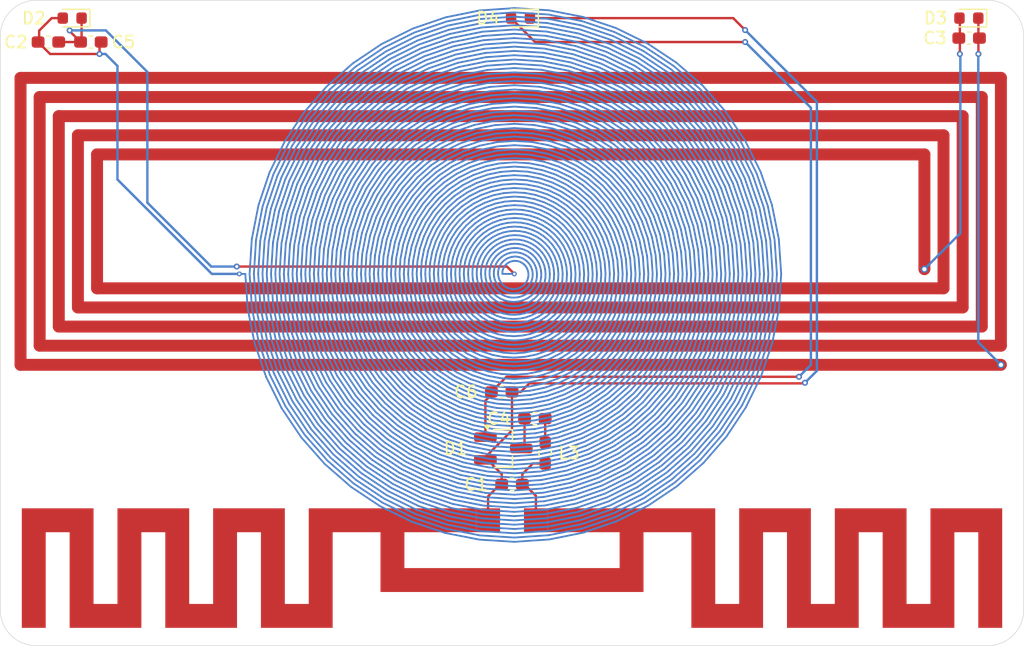
<source format=kicad_pcb>
(kicad_pcb
	(version 20241229)
	(generator "pcbnew")
	(generator_version "9.0")
	(general
		(thickness 0.8)
		(legacy_teardrops no)
	)
	(paper "A4")
	(layers
		(0 "F.Cu" signal)
		(2 "B.Cu" signal)
		(9 "F.Adhes" user "F.Adhesive")
		(11 "B.Adhes" user "B.Adhesive")
		(13 "F.Paste" user)
		(15 "B.Paste" user)
		(5 "F.SilkS" user "F.Silkscreen")
		(7 "B.SilkS" user "B.Silkscreen")
		(1 "F.Mask" user)
		(3 "B.Mask" user)
		(17 "Dwgs.User" user "User.Drawings")
		(19 "Cmts.User" user "User.Comments")
		(21 "Eco1.User" user "User.Eco1")
		(23 "Eco2.User" user "User.Eco2")
		(25 "Edge.Cuts" user)
		(27 "Margin" user)
		(31 "F.CrtYd" user "F.Courtyard")
		(29 "B.CrtYd" user "B.Courtyard")
		(35 "F.Fab" user)
		(33 "B.Fab" user)
		(39 "User.1" user)
		(41 "User.2" user)
		(43 "User.3" user)
		(45 "User.4" user)
	)
	(setup
		(stackup
			(layer "F.SilkS"
				(type "Top Silk Screen")
			)
			(layer "F.Paste"
				(type "Top Solder Paste")
			)
			(layer "F.Mask"
				(type "Top Solder Mask")
				(thickness 0.01)
			)
			(layer "F.Cu"
				(type "copper")
				(thickness 0.035)
			)
			(layer "dielectric 1"
				(type "core")
				(thickness 0.71)
				(material "FR4")
				(epsilon_r 4.5)
				(loss_tangent 0.02)
			)
			(layer "B.Cu"
				(type "copper")
				(thickness 0.035)
			)
			(layer "B.Mask"
				(type "Bottom Solder Mask")
				(thickness 0.01)
			)
			(layer "B.Paste"
				(type "Bottom Solder Paste")
			)
			(layer "B.SilkS"
				(type "Bottom Silk Screen")
			)
			(copper_finish "None")
			(dielectric_constraints no)
		)
		(pad_to_mask_clearance 0.038)
		(solder_mask_min_width 0.1)
		(allow_soldermask_bridges_in_footprints yes)
		(tenting front back)
		(pcbplotparams
			(layerselection 0x00000000_00000000_55555555_5755f5ff)
			(plot_on_all_layers_selection 0x00000000_00000000_00000000_00000000)
			(disableapertmacros no)
			(usegerberextensions no)
			(usegerberattributes yes)
			(usegerberadvancedattributes yes)
			(creategerberjobfile yes)
			(dashed_line_dash_ratio 12.000000)
			(dashed_line_gap_ratio 3.000000)
			(svgprecision 4)
			(plotframeref no)
			(mode 1)
			(useauxorigin no)
			(hpglpennumber 1)
			(hpglpenspeed 20)
			(hpglpendiameter 15.000000)
			(pdf_front_fp_property_popups yes)
			(pdf_back_fp_property_popups yes)
			(pdf_metadata yes)
			(pdf_single_document no)
			(dxfpolygonmode yes)
			(dxfimperialunits yes)
			(dxfusepcbnewfont yes)
			(psnegative no)
			(psa4output no)
			(plot_black_and_white yes)
			(sketchpadsonfab no)
			(plotpadnumbers no)
			(hidednponfab no)
			(sketchdnponfab yes)
			(crossoutdnponfab yes)
			(subtractmaskfromsilk no)
			(outputformat 1)
			(mirror no)
			(drillshape 1)
			(scaleselection 1)
			(outputdirectory "")
		)
	)
	(net 0 "")
	(net 1 "Net-(D1-A)")
	(net 2 "Net-(D2-K)")
	(net 3 "Net-(D2-A)")
	(net 4 "Net-(D3-A)")
	(net 5 "Net-(D3-K)")
	(net 6 "Net-(AE1-Pad2)")
	(net 7 "Net-(C4-Pad1)")
	(net 8 "Net-(D4-K)")
	(net 9 "Net-(D4-A)")
	(footprint "LED_SMD:LED_0603_1608Metric" (layer "F.Cu") (at 113.2125 74.5 180))
	(footprint "Capacitor_SMD:C_0603_1608Metric_Pad1.08x0.95mm_HandSolder" (layer "F.Cu") (at 114.775 76.5))
	(footprint "Capacitor_SMD:C_0603_1608Metric_Pad1.08x0.95mm_HandSolder" (layer "F.Cu") (at 149.1375 105.76444))
	(footprint "Library:Ant_915mhz" (layer "F.Cu") (at 150 116.5))
	(footprint "Package_TO_SOT_SMD:SOT-23_Handsoldering" (layer "F.Cu") (at 149.275 110.5))
	(footprint "Inductor_SMD:L_0603_1608Metric_Pad1.05x0.95mm_HandSolder" (layer "F.Cu") (at 152.775 110.875 90))
	(footprint "LED_SMD:LED_0603_1608Metric" (layer "F.Cu") (at 188.2125 74.5 180))
	(footprint "Library:Antenna_nfc" (layer "F.Cu") (at 149.892732 91.500005 90))
	(footprint "LED_SMD:LED_0603_1608Metric" (layer "F.Cu") (at 150.7125 74.5 180))
	(footprint "Capacitor_SMD:C_0603_1608Metric_Pad1.08x0.95mm_HandSolder" (layer "F.Cu") (at 150 113.5 180))
	(footprint "Capacitor_SMD:C_0603_1608Metric_Pad1.08x0.95mm_HandSolder" (layer "F.Cu") (at 151.9125 108 180))
	(footprint "Capacitor_SMD:C_0603_1608Metric_Pad1.08x0.95mm_HandSolder" (layer "F.Cu") (at 111.225 76.5 180))
	(footprint "Capacitor_SMD:C_0603_1608Metric_Pad1.08x0.95mm_HandSolder" (layer "F.Cu") (at 188.23416 76.172519 180))
	(footprint "Library:Antenna_125kHz_v2"
		(layer "B.Cu")
		(uuid "b00c9267-93b4-43ee-a13c-d4390fce29fd")
		(at 150.194174 95.894173 180)
		(property "Reference" "L1"
			(at 0 0 0)
			(layer "B.SilkS")
			(hide yes)
			(uuid "e07c366b-a26a-41ff-97eb-7cfa919414c3")
			(effects
				(font
					(size 1.27 1.27)
					(thickness 0.15)
				)
				(justify mirror)
			)
		)
		(property "Value" "Ant_125kHz"
			(at 0 0 0)
			(layer "B.Fab")
			(hide yes)
			(uuid "87eaab2e-417b-4d5d-aa50-4091adbeadbe")
			(effects
				(font
					(size 1.27 1.27)
					(thickness 0.15)
				)
				(justify mirror)
			)
		)
		(property "Datasheet" ""
			(at 0 0 0)
			(layer "B.Fab")
			(hide yes)
			(uuid "0cd04630-074a-4a52-911f-144d89ab8fb1")
			(effects
				(font
					(size 1.27 1.27)
					(thickness 0.15)
				)
				(justify mirror)
			)
		)
		(property "Description" ""
			(at 0 0 0)
			(layer "B.Fab")
			(hide yes)
			(uuid "20e23203-4780-4fd8-9400-41f6c56482c7")
			(effects
				(font
					(size 1.27 1.27)
					(thickness 0.15)
				)
				(justify mirror)
			)
		)
		(property ki_fp_filters "Choke_* *Coil* Inductor_* L_*")
		(path "/3eb484b6-b2b6-411b-b1fa-09afa390f39a")
		(sheetname "/")
		(sheetfile "tri-band_rfid_card.kicad_sch")
		(net_tie_pad_groups "1,2")
		(fp_line
			(start 22.5 0)
			(end 23 0)
			(stroke
				(width 0.15)
				(type default)
			)
			(layer "B.Cu")
			(uuid "c2be1323-699b-4c38-a110-b482bbf6203f")
		)
		(fp_line
			(start 22.5 0)
			(end 22.300107 -2.935864)
			(stroke
				(width 0.15)
				(type default)
			)
			(layer "B.Cu")
			(uuid "97a2dcf6-5e82-4064-a08c-b43fd5768de9")
		)
		(fp_line
			(start 22.300107 -2.935864)
			(end 21.718909 -5.819564)
			(stroke
				(width 0.15)
				(type default)
			)
			(layer "B.Cu")
			(uuid "3bf1d7ef-3b7d-4c6b-af10-760549461edd")
		)
		(fp_line
			(start 22.141666 0)
			(end 21.94484 -2.889093)
			(stroke
				(width 0.15)
				(type default)
			)
			(layer "B.Cu")
			(uuid "55e4b193-d18c-4b13-b467-cfe03ea25a50")
		)
		(fp_line
			(start 21.959643 2.891041)
			(end 22.141666 0)
			(stroke
				(width 0.15)
				(type default)
			)
			(layer "B.Cu")
			(uuid "0f3c0fc3-9740-48c2-9052-7ea1e97f0107")
		)
		(fp_line
			(start 21.94484 -2.889093)
			(end 21.372785 -5.72682)
			(stroke
				(width 0.15)
				(type default)
			)
			(layer "B.Cu")
			(uuid "85f2482c-2ea0-413a-a43c-9c1fae45589f")
		)
		(fp_line
			(start 21.783333 0)
			(end 21.589572 -2.842321)
			(stroke
				(width 0.15)
				(type default)
			)
			(layer "B.Cu")
			(uuid "2d02c9e4-7c29-4c87-ae2d-980b102971d8")
		)
		(fp_line
			(start 21.718909 -5.819564)
			(end 20.766598 -8.601806)
			(stroke
				(width 0.15)
				(type default)
			)
			(layer "B.Cu")
			(uuid "ee7f39f0-5eab-41ba-aa75-cfc9ad618324")
		)
		(fp_line
			(start 21.604375 2.844269)
			(end 21.783333 0)
			(stroke
				(width 0.15)
				(type default)
			)
			(layer "B.Cu")
			(uuid "c6f0ff32-4b3c-48b9-97a4-97b2d8e15e5c")
		)
		(fp_line
			(start 21.589572 -2.842321)
			(end 21.026662 -5.634077)
			(stroke
				(width 0.15)
				(type default)
			)
			(layer "B.Cu")
			(uuid "3bc9f98e-de97-4154-9c91-13869495327e")
		)
		(fp_line
			(start 21.425 0)
			(end 21.234304 -2.795549)
			(stroke
				(width 0.15)
				(type default)
			)
			(layer "B.Cu")
			(uuid "580c9b8a-d8a8-4832-8898-d560e1b79022")
		)
		(fp_line
			(start 21.401629 5.734549)
			(end 21.959643 2.891041)
			(stroke
				(width 0.15)
				(type default)
			)
			(layer "B.Cu")
			(uuid "70af1844-345d-4b7c-b051-63d3a930601f")
		)
		(fp_line
			(start 21.372785 -5.72682)
			(end 20.435541 -8.464678)
			(stroke
				(width 0.15)
				(type default)
			)
			(layer "B.Cu")
			(uuid "965be2aa-b27f-4d5a-83b6-6ff32042a7b9")
		)
		(fp_line
			(start 21.249107 2.797498)
			(end 21.425 0)
			(stroke
				(width 0.15)
				(type default)
			)
			(layer "B.Cu")
			(uuid "92c5a146-f7e4-475c-9b8a-e4c48d94e673")
		)
		(fp_line
			(start 21.234304 -2.795549)
			(end 20.680539 -5.541333)
			(stroke
				(width 0.15)
				(type default)
			)
			(layer "B.Cu")
			(uuid "394d6de1-87f7-4bfd-a615-93bbf8f97c05")
		)
		(fp_line
			(start 21.066666 0)
			(end 20.879037 -2.748777)
			(stroke
				(width 0.15)
				(type default)
			)
			(layer "B.Cu")
			(uuid "244edae3-e2b5-414e-96eb-bb357a3f8ecc")
		)
		(fp_line
			(start 21.055506 5.641805)
			(end 21.604375 2.844269)
			(stroke
				(width 0.15)
				(type default)
			)
			(layer "B.Cu")
			(uuid "e8aa10e7-f72a-4c38-8831-f9c7435f8e3c")
		)
		(fp_line
			(start 21.026662 -5.634077)
			(end 20.104484 -8.32755)
			(stroke
				(width 0.15)
				(type default)
			)
			(layer "B.Cu")
			(uuid "2ad1b734-557a-4d56-bfb8-9a71092e9c1e")
		)
		(fp_line
			(start 20.893839 2.750726)
			(end 21.066666 0)
			(stroke
				(width 0.15)
				(type default)
			)
			(layer "B.Cu")
			(uuid "38e9271b-1169-47e3-aa35-560ce1608de6")
		)
		(fp_line
			(start 20.879037 -2.748777)
			(end 20.334415 -5.44859)
			(stroke
				(width 0.15)
				(type default)
			)
			(layer "B.Cu")
			(uuid "1134cbbb-5696-49ec-8bc6-2dbb88a31b23")
		)
		(fp_line
			(start 20.766598 -8.601806)
			(end 19.459711 -11.235069)
			(stroke
				(width 0.15)
				(type default)
			)
			(layer "B.Cu")
			(uuid "9432a7af-f5c5-4eca-8640-e8a5e9b64a87")
		)
		(fp_line
			(start 20.709382 5.549062)
			(end 21.249107 2.797498)
			(stroke
				(width 0.15)
				(type default)
			)
			(layer "B.Cu")
			(uuid "929671ac-936e-4f27-92ad-decbf5485bd9")
		)
		(fp_line
			(start 20.708333 0)
			(end 20.523769 -2.702005)
			(stroke
				(width 0.15)
				(type default)
			)
			(layer "B.Cu")
			(uuid "05df2eb1-3f57-4047-a253-68668bb581bc")
		)
		(fp_line
			(start 20.680539 -5.541333)
			(end 19.773427 -8.190422)
			(stroke
				(width 0.15)
				(type default)
			)
			(layer "B.Cu")
			(uuid "d25b0102-59ad-4e7c-b456-d5740c53a408")
		)
		(fp_line
			(start 20.538572 2.703954)
			(end 20.708333 0)
			(stroke
				(width 0.15)
				(type default)
			)
			(layer "B.Cu")
			(uuid "0c76666e-951f-4f92-89b6-e221f29b9674")
		)
		(fp_line
			(start 20.523769 -2.702005)
			(end 19.988292 -5.355846)
			(stroke
				(width 0.15)
				(type default)
			)
			(layer "B.Cu")
			(uuid "c8bb8018-36ac-4c0f-9f76-6bde3ab65e30")
		)
		(fp_line
			(start 20.476923 8.481819)
			(end 21.401629 5.734549)
			(stroke
				(width 0.15)
				(type default)
			)
			(layer "B.Cu")
			(uuid "bed8422a-496a-4171-97e7-979955ffab93")
		)
		(fp_line
			(start 20.435541 -8.464678)
			(end 19.149385 -11.055902)
			(stroke
				(width 0.15)
				(type default)
			)
			(layer "B.Cu")
			(uuid "3e963581-52f6-42c7-957b-f5543dd78e46")
		)
		(fp_line
			(start 20.363259 5.456318)
			(end 20.893839 2.750726)
			(stroke
				(width 0.15)
				(type default)
			)
			(layer "B.Cu")
			(uuid "6d0aeb6e-1bf5-4ddd-a737-420af0ecff42")
		)
		(fp_line
			(start 20.35 0)
			(end 20.168501 -2.655233)
			(stroke
				(width 0.15)
				(type default)
			)
			(layer "B.Cu")
			(uuid "dd0c6a82-e61d-42e0-9f83-4bd15a949d59")
		)
		(fp_line
			(start 20.334415 -5.44859)
			(end 19.442371 -8.053293)
			(stroke
				(width 0.15)
				(type default)
			)
			(layer "B.Cu")
			(uuid "a032479d-f181-4812-8424-062eb8a513f7")
		)
		(fp_line
			(start 20.183304 2.657182)
			(end 20.35 0)
			(stroke
				(width 0.15)
				(type default)
			)
			(layer "B.Cu")
			(uuid "484996f4-4993-4f34-a278-6d7e12508a43")
		)
		(fp_line
			(start 20.168501 -2.655233)
			(end 19.642168 -5.263103)
			(stroke
				(width 0.15)
				(type default)
			)
			(layer "B.Cu")
			(uuid "3ce4ad51-a16f-44b3-bf1f-b9ddf17d6e2b")
		)
		(fp_line
			(start 20.145866 8.344691)
			(end 21.055506 5.641805)
			(stroke
				(width 0.15)
				(type default)
			)
			(layer "B.Cu")
			(uuid "85d0cad9-db4e-46fe-82d3-9e14cbb2e3ea")
		)
		(fp_line
			(start 20.104484 -8.32755)
			(end 18.839059 -10.876736)
			(stroke
				(width 0.15)
				(type default)
			)
			(layer "B.Cu")
			(uuid "a77d8267-7ace-494a-86a3-7754acdef7a4")
		)
		(fp_line
			(start 20.017135 5.363575)
			(end 20.538572 2.703954)
			(stroke
				(width 0.15)
				(type default)
			)
			(layer "B.Cu")
			(uuid "a4706f3c-07ee-429e-9e61-08b4a271b48a")
		)
		(fp_line
			(start 19.991666 0)
			(end 19.813233 -2.608461)
			(stroke
				(width 0.15)
				(type default)
			)
			(layer "B.Cu")
			(uuid "5fe9e7f9-d286-48fc-865e-beed5253238c")
		)
		(fp_line
			(start 19.988292 -5.355846)
			(end 19.111314 -7.916165)
			(stroke
				(width 0.15)
				(type default)
			)
			(layer "B.Cu")
			(uuid "acfb5788-214f-4559-ac05-3c53bfe5c4d1")
		)
		(fp_line
			(start 19.828036 2.61041)
			(end 19.991666 0)
			(stroke
				(width 0.15)
				(type default)
			)
			(layer "B.Cu")
			(uuid "b306012a-cf9b-4b5a-b208-66fa8a03cb9c")
		)
		(fp_line
			(start 19.81481 8.207563)
			(end 20.709382 5.549062)
			(stroke
				(width 0.15)
				(type default)
			)
			(layer "B.Cu")
			(uuid "656581a8-3155-4e70-83d3-6690f59bb606")
		)
		(fp_line
			(start 19.813233 -2.608461)
			(end 19.296045 -5.170359)
			(stroke
				(width 0.15)
				(type default)
			)
			(layer "B.Cu")
			(uuid "f2ae680b-da2c-4411-810e-ce980fb542c4")
		)
		(fp_line
			(start 19.773427 -8.190422)
			(end 18.528733 -10.697569)
			(stroke
				(width 0.15)
				(type default)
			)
			(layer "B.Cu")
			(uuid "a25ea3cb-bca7-4aff-a292-c782c1d96f68")
		)
		(fp_line
			(start 19.671012 5.270831)
			(end 20.183304 2.657182)
			(stroke
				(width 0.15)
				(type default)
			)
			(layer "B.Cu")
			(uuid "e51b5ae1-2877-41fa-bba9-009582bf4cb8")
		)
		(fp_line
			(start 19.642168 -5.263103)
			(end 18.780257 -7.779037)
			(stroke
				(width 0.15)
				(type default)
			)
			(layer "B.Cu")
			(uuid "0013517e-ead0-4ed8-a20f-53514d5b4ca3")
		)
		(fp_line
			(start 19.633333 0)
			(end 19.457966 -2.561689)
			(stroke
				(width 0.15)
				(type default)
			)
			(layer "B.Cu")
			(uuid "be5c0832-dd41-48f8-b27a-2156f19f9bb8")
		)
		(fp_line
			(start 19.483753 8.070434)
			(end 20.363259 5.456318)
			(stroke
				(width 0.15)
				(type default)
			)
			(layer "B.Cu")
			(uuid "a47d6643-7bdb-4373-b10e-14a5ce9dd78a")
		)
		(fp_line
			(start 19.472768 2.563638)
			(end 19.633333 0)
			(stroke
				(width 0.15)
				(type default)
			)
			(layer "B.Cu")
			(uuid "863835d4-548a-422b-9fd5-37ca2e883caa")
		)
		(fp_line
			(start 19.459711 -11.235069)
			(end 17.820837 -13.674409)
			(stroke
				(width 0.15)
				(type default)
			)
			(layer "B.Cu")
			(uuid "bb036a6f-dac6-4f21-8b47-9e6b695d1071")
		)
		(fp_line
			(start 19.457966 -2.561689)
			(end 18.949921 -5.077616)
			(stroke
				(width 0.15)
				(type default)
			)
			(layer "B.Cu")
			(uuid "5450ef3e-91a7-45ae-8922-d51714550165")
		)
		(fp_line
			(start 19.442371 -8.053293)
			(end 18.218408 -10.518402)
			(stroke
				(width 0.15)
				(type default)
			)
			(layer "B.Cu")
			(uuid "30b81222-1a65-43c6-b90d-6844d27cd881")
		)
		(fp_line
			(start 19.324888 5.178088)
			(end 19.828036 2.61041)
			(stroke
				(width 0.15)
				(type default)
			)
			(layer "B.Cu")
			(uuid "e7528aea-86da-4012-a9bf-efa749b3c143")
		)
		(fp_line
			(start 19.296045 -5.170359)
			(end 18.4492 -7.641909)
			(stroke
				(width 0.15)
				(type default)
			)
			(layer "B.Cu")
			(uuid "09876973-479a-4888-9925-bc3b042be196")
		)
		(fp_line
			(start 19.275 0)
			(end 19.102698 -2.514917)
			(stroke
				(width 0.15)
				(type default)
			)
			(layer "B.Cu")
			(uuid "31843d45-565f-4157-a33a-0eff0f3c41f6")
		)
		(fp_line
			(start 19.201106 11.085763)
			(end 20.476923 8.481819)
			(stroke
				(width 0.15)
				(type default)
			)
			(layer "B.Cu")
			(uuid "92a3ce3a-31c7-4b01-b29d-c029d7fbce07")
		)
		(fp_line
			(start 19.152696 7.933306)
			(end 20.017135 5.363575)
			(stroke
				(width 0.15)
				(type default)
			)
			(layer "B.Cu")
			(uuid "72eac9fe-502d-43fd-891a-5add9ce0d2c3")
		)
		(fp_line
			(start 19.149385 -11.055902)
			(end 17.536552 -13.456269)
			(stroke
				(width 0.15)
				(type default)
			)
			(layer "B.Cu")
			(uuid "7fe2c6ac-4df6-4fcb-9bc7-3b1dc473ed8b")
		)
		(fp_line
			(start 19.117501 2.516866)
			(end 19.275 0)
			(stroke
				(width 0.15)
				(type default)
			)
			(layer "B.Cu")
			(uuid "8ba4eabc-ae61-4eac-87d4-7873527f7f08")
		)
		(fp_line
			(start 19.111314 -7.916165)
			(end 17.908082 -10.339236)
			(stroke
				(width 0.15)
				(type default)
			)
			(layer "B.Cu")
			(uuid "bc4a0a36-13fe-468f-b460-41626d7587f2")
		)
		(fp_line
			(start 19.102698 -2.514917)
			(end 18.603798 -4.984872)
			(stroke
				(width 0.15)
				(type default)
			)
			(layer "B.Cu")
			(uuid "20bda655-7803-4e15-943d-6e8153ae8746")
		)
		(fp_line
			(start 18.978765 5.085344)
			(end 19.472768 2.563638)
			(stroke
				(width 0.15)
				(type default)
			)
			(layer "B.Cu")
			(uuid "e2d514d6-0c9a-4022-897a-c19e58631031")
		)
		(fp_line
			(start 18.949921 -5.077616)
			(end 18.118143 -7.50478)
			(stroke
				(width 0.15)
				(type default)
			)
			(layer "B.Cu")
			(uuid "b58b5485-5bef-4832-a449-26d3c3608b72")
		)
		(fp_line
			(start 18.916666 0)
			(end 18.74743 -2.468146)
			(stroke
				(width 0.15)
				(type default)
			)
			(layer "B.Cu")
			(uuid "a30ccd68-0132-4109-b444-390c08edea44")
		)
		(fp_line
			(start 18.89078 10.906597)
			(end 20.145866 8.344691)
			(stroke
				(width 0.15)
				(type default)
			)
			(layer "B.Cu")
			(uuid "44723767-856d-49c8-bf72-13a1cd1256e0")
		)
		(fp_line
			(start 18.839059 -10.876736)
			(end 17.252267 -13.23813)
			(stroke
				(width 0.15)
				(type default)
			)
			(layer "B.Cu")
			(uuid "7348aa95-4068-4b2b-8ea1-302f5b0c3244")
		)
		(fp_line
			(start 18.821639 7.796178)
			(end 19.671012 5.270831)
			(stroke
				(width 0.15)
				(type default)
			)
			(layer "B.Cu")
			(uuid "a184726d-acdf-432a-92bf-7b9e27dd3492")
		)
		(fp_line
			(start 18.780257 -7.779037)
			(end 17.597756 -10.160069)
			(stroke
				(width 0.15)
				(type default)
			)
			(layer "B.Cu")
			(uuid "e0910552-1fc6-4fc3-8f9a-7e782aed1769")
		)
		(fp_line
			(start 18.762233 2.470094)
			(end 18.916666 0)
			(stroke
				(width 0.15)
				(type default)
			)
			(layer "B.Cu")
			(uuid "554ff24b-6daa-43ec-9fa0-bf8906ae571c")
		)
		(fp_line
			(start 18.74743 -2.468146)
			(end 18.257675 -4.892129)
			(stroke
				(width 0.15)
				(type default)
			)
			(layer "B.Cu")
			(uuid "6ed10928-606c-43a1-9988-605f0afabeee")
		)
		(fp_line
			(start 18.632642 4.992601)
			(end 19.117501 2.516866)
			(stroke
				(width 0.15)
				(type default)
			)
			(layer "B.Cu")
			(uuid "4ab01a09-5054-46c2-974f-dd034160e23c")
		)
		(fp_line
			(start 18.603798 -4.984872)
			(end 17.787086 -7.367652)
			(stroke
				(width 0.15)
				(type default)
			)
			(layer "B.Cu")
			(uuid "f2d96ccd-4ff6-490b-81ca-834922c87393")
		)
		(fp_line
			(start 18.580454 10.72743)
			(end 19.81481 8.207563)
			(stroke
				(width 0.15)
				(type default)
			)
			(layer "B.Cu")
			(uuid "9de913a8-9375-4c14-95ee-b630a9ce431a")
		)
		(fp_line
			(start 18.558333 0)
			(end 18.392162 -2.421374)
			(stroke
				(width 0.15)
				(type default)
			)
			(layer "B.Cu")
			(uuid "11f19198-8f10-43a5-a65e-47abfd296aa8")
		)
		(fp_line
			(start 18.528733 -10.697569)
			(end 16.967982 -13.01999)
			(stroke
				(width 0.15)
				(type default)
			)
			(layer "B.Cu")
			(uuid "6f6f2921-7847-4db7-a50f-1a1257439266")
		)
		(fp_line
			(start 18.490582 7.65905)
			(end 19.324888 5.178088)
			(stroke
				(width 0.15)
				(type default)
			)
			(layer "B.Cu")
			(uuid "0d6dfdee-7b3c-448e-afab-3c09593deee8")
		)
		(fp_line
			(start 18.4492 -7.641909)
			(end 17.28743 -9.980902)
			(stroke
				(width 0.15)
				(type default)
			)
			(layer "B.Cu")
			(uuid "a62ba5db-afe6-4b15-9426-5b0ed4b382e1")
		)
		(fp_line
			(start 18.406965 2.423322)
			(end 18.558333 0)
			(stroke
				(width 0.15)
				(type default)
			)
			(layer "B.Cu")
			(uuid "8cb6a5fe-1fec-4688-b5f1-f5c9e8804c78")
		)
		(fp_line
			(start 18.392162 -2.421374)
			(end 17.911551 -4.799385)
			(stroke
				(width 0.15)
				(type default)
			)
			(layer "B.Cu")
			(uuid "39dc2b3e-ab53-4011-9071-35ac13a2cfd4")
		)
		(fp_line
			(start 18.286518 4.899857)
			(end 18.762233 2.470094)
			(stroke
				(width 0.15)
				(type default)
			)
			(layer "B.Cu")
			(uuid "d7c56444-6bdc-44df-ba4b-eddf0f8d0390")
		)
		(fp_line
			(start 18.270128 10.548263)
			(end 19.483753 8.070434)
			(stroke
				(width 0.15)
				(type default)
			)
			(layer "B.Cu")
			(uuid "d752c3d3-b117-4ffb-a19a-4d49796e65e7")
		)
		(fp_line
			(start 18.257675 -4.892129)
			(end 17.45603 -7.230524)
			(stroke
				(width 0.15)
				(type default)
			)
			(layer "B.Cu")
			(uuid "a753371b-edad-4a0e-b0be-61d17c5dba8a")
		)
		(fp_line
			(start 18.218408 -10.518402)
			(end 16.683697 -12.801851)
			(stroke
				(width 0.15)
				(type default)
			)
			(layer "B.Cu")
			(uuid "f9bb3b46-93e9-4119-9b05-bf24a8389f41")
		)
		(fp_line
			(start 18.2 0)
			(end 18.036895 -2.374602)
			(stroke
				(width 0.15)
				(type default)
			)
			(layer "B.Cu")
			(uuid "abb94f79-a1a5-48cd-a505-fbe706392181")
		)
		(fp_line
			(start 18.159525 7.521921)
			(end 18.978765 5.085344)
			(stroke
				(width 0.15)
				(type default)
			)
			(layer "B.Cu")
			(uuid "a6478efb-1c51-4e25-8b13-7eecb824f04c")
		)
		(fp_line
			(start 18.118143 -7.50478)
			(end 16.977104 -9.801736)
			(stroke
				(width 0.15)
				(type default)
			)
			(layer "B.Cu")
			(uuid "7aacbcb3-fd17-4ee1-b34a-a619959fe3e5")
		)
		(fp_line
			(start 18.051697 2.376551)
			(end 18.2 0)
			(stroke
				(width 0.15)
				(type default)
			)
			(layer "B.Cu")
			(uuid "4adbcf7d-ff01-4163-a29e-cab4cfa89c89")
		)
		(fp_line
			(start 18.036895 -2.374602)
			(end 17.565428 -4.706642)
			(stroke
				(width 0.15)
				(type default)
			)
			(layer "B.Cu")
			(uuid "70b59bdf-d302-426e-9a57-af49740946a6")
		)
		(fp_line
			(start 17.959803 10.369097)
			(end 19.152696 7.933306)
			(stroke
				(width 0.15)
				(type default)
			)
			(layer "B.Cu")
			(uuid "31ba4fce-e60c-4a35-bc8b-b762853808bf")
		)
		(fp_line
			(start 17.940395 4.807114)
			(end 18.406965 2.423322)
			(stroke
				(width 0.15)
				(type default)
			)
			(layer "B.Cu")
			(uuid "c2fdd87b-be8f-4156-934f-c4d6fb9fd1f9")
		)
		(fp_line
			(start 17.911551 -4.799385)
			(end 17.124973 -7.093396)
			(stroke
				(width 0.15)
				(type default)
			)
			(layer "B.Cu")
			(uuid "dd3a851a-4184-43b9-a266-6ad86159faf3")
		)
		(fp_line
			(start 17.908082 -10.339236)
			(end 16.399412 -12.583711)
			(stroke
				(width 0.15)
				(type default)
			)
			(layer "B.Cu")
			(uuid "cbd951cf-2f15-46ad-b662-02b3b5f4b46d")
		)
		(fp_line
			(start 17.841666 0)
			(end 17.681627 -2.32783)
			(stroke
				(width 0.15)
				(type default)
			)
			(layer "B.Cu")
			(uuid "c1a9675e-e620-47a9-b995-c26c6ea087fa")
		)
		(fp_line
			(start 17.828469 7.384793)
			(end 18.632642 4.992601)
			(stroke
				(width 0.15)
				(type default)
			)
			(layer "B.Cu")
			(uuid "4ec37854-69d0-4bd7-8c7f-e231b3f93ff9")
		)
		(fp_line
			(start 17.820837 -13.674409)
			(end 15.87823 -15.87823)
			(stroke
				(width 0.15)
				(type default)
			)
			(layer "B.Cu")
			(uuid "362564ec-1464-463a-afd6-85712af3bf40")
		)
		(fp_line
			(start 17.787086 -7.367652)
			(end 16.666779 -9.622569)
			(stroke
				(width 0.15)
				(type default)
			)
			(layer "B.Cu")
			(uuid "88c9d345-3223-4352-8929-b54c61aa1ed1")
		)
		(fp_line
			(start 17.69643 2.329779)
			(end 17.841666 0)
			(stroke
				(width 0.15)
				(type default)
			)
			(layer "B.Cu")
			(uuid "cb0ecb40-54dd-4f96-9fca-d0cbc7950647")
		)
		(fp_line
			(start 17.681627 -2.32783)
			(end 17.219304 -4.613898)
			(stroke
				(width 0.15)
				(type default)
			)
			(layer "B.Cu")
			(uuid "f0f5bd04-5275-47fb-a3fa-eace5e7b63b9")
		)
		(fp_line
			(start 17.649477 10.18993)
			(end 18.821639 7.796178)
			(stroke
				(width 0.15)
				(type default)
			)
			(layer "B.Cu")
			(uuid "3288f094-6627-4995-839e-9aac3d60c1b6")
		)
		(fp_line
			(start 17.597756 -10.160069)
			(end 16.115127 -12.365572)
			(stroke
				(width 0.15)
				(type default)
			)
			(layer "B.Cu")
			(uuid "1799103a-cec3-41e2-a090-e696204bd88f")
		)
		(fp_line
			(start 17.595778 13.501715)
			(end 19.201106 11.085763)
			(stroke
				(width 0.15)
				(type default)
			)
			(layer "B.Cu")
			(uuid "5f5a9aab-8d4d-42f1-9ef2-412991fd1cba")
		)
		(fp_line
			(start 17.594271 4.71437)
			(end 18.051697 2.376551)
			(stroke
				(width 0.15)
				(type default)
			)
			(layer "B.Cu")
			(uuid "93b08069-58a5-44a6-9188-fa24411658c6")
		)
		(fp_line
			(start 17.565428 -4.706642)
			(end 16.793916 -6.956267)
			(stroke
				(width 0.15)
				(type default)
			)
			(layer "B.Cu")
			(uuid "7bad921b-f3f0-46c2-a6ff-9cacddc7fd91")
		)
		(fp_line
			(start 17.536552 -13.456269)
			(end 15.62485 -15.62485)
			(stroke
				(width 0.15)
				(type default)
			)
			(layer "B.Cu")
			(uuid "ac478eea-7fbc-401b-95f2-55dd09053ae9")
		)
		(fp_line
			(start 17.497412 7.247665)
			(end 18.286518 4.899857)
			(stroke
				(width 0.15)
				(type default)
			)
			(layer "B.Cu")
			(uuid "c29cb22d-2d18-4982-991d-cc077bfd40b2")
		)
		(fp_line
			(start 17.483333 0)
			(end 17.326359 -2.281058)
			(stroke
				(width 0.15)
				(type default)
			)
			(layer "B.Cu")
			(uuid "c91c7bb9-c106-4c88-b472-ab44ea208966")
		)
		(fp_line
			(start 17.45603 -7.230524)
			(end 16.356453 -9.443402)
			(stroke
				(width 0.15)
				(type default)
			)
			(layer "B.Cu")
			(uuid "f96f634b-8607-4b8e-9f39-6a5871efb0cb")
		)
		(fp_line
			(start 17.341162 2.283007)
			(end 17.483333 0)
			(stroke
				(width 0.15)
				(type default)
			)
			(layer "B.Cu")
			(uuid "e297a8d9-9ac4-4306-8be4-843a21ea9bd6")
		)
		(fp_line
			(start 17.339151 10.010763)
			(end 18.490582 7.65905)
			(stroke
				(width 0.15)
				(type default)
			)
			(layer "B.Cu")
			(uuid "9616b1c4-c9fa-4c47-a32a-cf20bd08c592")
		)
		(fp_line
			(start 17.326359 -2.281058)
			(end 16.873181 -4.521155)
			(stroke
				(width 0.15)
				(type default)
			)
			(layer "B.Cu")
			(uuid "b330ed82-6744-41a1-b20a-07f4682ffd30")
		)
		(fp_line
			(start 17.311493 13.283575)
			(end 18.89078 10.906597)
			(stroke
				(width 0.15)
				(type default)
			)
			(layer "B.Cu")
			(uuid "fc7232a9-b83e-4943-a630-6330e616fc22")
		)
		(fp_line
			(start 17.28743 -9.980902)
			(end 15.830842 -12.147432)
			(stroke
				(width 0.15)
				(type default)
			)
			(layer "B.Cu")
			(uuid "3c21f16a-71bf-4d02-80d1-952cab0ceaf6")
		)
		(fp_line
			(start 17.252267 -13.23813)
			(end 15.37147 -15.37147)
			(stroke
				(width 0.15)
				(type default)
			)
			(layer "B.Cu")
			(uuid "d30cee6d-47f9-479d-b498-d723230108ea")
		)
		(fp_line
			(start 17.248148 4.621627)
			(end 17.69643 2.329779)
			(stroke
				(width 0.15)
				(type default)
			)
			(layer "B.Cu")
			(uuid "6d909a74-0dc9-4c43-9cbe-60f669f758a0")
		)
		(fp_line
			(start 17.219304 -4.613898)
			(end 16.462859 -6.819139)
			(stroke
				(width 0.15)
				(type default)
			)
			(layer "B.Cu")
			(uuid "c2003c5b-2b27-4309-ab45-c0cd2edea1da")
		)
		(fp_line
			(start 17.166355 7.110537)
			(end 17.940395 4.807114)
			(stroke
				(width 0.15)
				(type default)
			)
			(layer "B.Cu")
			(uuid "0d7f94b0-d15d-469b-b2e7-9f3f5279d67d")
		)
		(fp_line
			(start 17.125 0)
			(end 16.971091 -2.234286)
			(stroke
				(width 0.15)
				(type default)
			)
			(layer "B.Cu")
			(uuid "95b4d586-941e-45d3-adea-a70d7ca157e7")
		)
		(fp_line
			(start 17.124973 -7.093396)
			(end 16.046127 -9.264236)
			(stroke
				(width 0.15)
				(type default)
			)
			(layer "B.Cu")
			(uuid "d45c8609-641f-48f8-9a85-d76391207aa9")
		)
		(fp_line
			(start 17.028825 9.831597)
			(end 18.159525 7.521921)
			(stroke
				(width 0.15)
				(type default)
			)
			(layer "B.Cu")
			(uuid "af0b58b5-c889-4fd3-b713-4ad530713657")
		)
		(fp_line
			(start 17.027208 13.065436)
			(end 18.580454 10.72743)
			(stroke
				(width 0.15)
				(type default)
			)
			(layer "B.Cu")
			(uuid "4e5399e3-1943-4a0f-8f88-f44bf661afad")
		)
		(fp_line
			(start 16.985894 2.236235)
			(end 17.125 0)
			(stroke
				(width 0.15)
				(type default)
			)
			(layer "B.Cu")
			(uuid "603ee390-31f0-4f2f-8dbf-27f0133ea3e9")
		)
		(fp_line
			(start 16.977104 -9.801736)
			(end 15.546557 -11.929293)
			(stroke
				(width 0.15)
				(type default)
			)
			(layer "B.Cu")
			(uuid "cdca3436-2820-463e-aa87-9d8160a7c2f2")
		)
		(fp_line
			(start 16.971091 -2.234286)
			(end 16.527057 -4.428411)
			(stroke
				(width 0.15)
				(type default)
			)
			(layer "B.Cu")
			(uuid "9341abaf-b294-446e-8164-063dbc7a33ff")
		)
		(fp_line
			(start 16.967982 -13.01999)
			(end 15.11809 -15.11809)
			(stroke
				(width 0.15)
				(type default)
			)
			(layer "B.Cu")
			(uuid "3da65557-eaf5-49a6-902b-b63b46ac60a3")
		)
		(fp_line
			(start 16.902025 4.528883)
			(end 17.341162 2.283007)
			(stroke
				(width 0.15)
				(type default)
			)
			(layer "B.Cu")
			(uuid "3f285ca5-d663-495b-8f6e-055b9b99087a")
		)
		(fp_line
			(start 16.873181 -4.521155)
			(end 16.131802 -6.682011)
			(stroke
				(width 0.15)
				(type default)
			)
			(layer "B.Cu")
			(uuid "0db3e751-10c1-40e0-9c2f-7e84a6875acf")
		)
		(fp_line
			(start 16.835298 6.973408)
			(end 17.594271 4.71437)
			(stroke
				(width 0.15)
				(type default)
			)
			(layer "B.Cu")
			(uuid "cf5272c7-e8fd-48c8-bbcd-bad99ba16c26")
		)
		(fp_line
			(start 16.793916 -6.956267)
			(end 15.735801 -9.085069)
			(stroke
				(width 0.15)
				(type default)
			)
			(layer "B.Cu")
			(uuid "fda81dda-0360-479e-94c9-1164a31c1b00")
		)
		(fp_line
			(start 16.766666 0)
			(end 16.615824 -2.187514)
			(stroke
				(width 0.15)
				(type default)
			)
			(layer "B.Cu")
			(uuid "c99217d6-b61d-4862-9f35-c97ef020f84c")
		)
		(fp_line
			(start 16.742923 12.847296)
			(end 18.270128 10.548263)
			(stroke
				(width 0.15)
				(type default)
			)
			(layer "B.Cu")
			(uuid "d4cd9390-83ed-47e5-a79d-1cabd1f7543c")
		)
		(fp_line
			(start 16.7185 9.65243)
			(end 17.828469 7.384793)
			(stroke
				(width 0.15)
				(type default)
			)
			(layer "B.Cu")
			(uuid "a6b525de-041a-4ee9-9b2c-66e1b8077392")
		)
		(fp_line
			(start 16.683697 -12.801851)
			(end 14.86471 -14.86471)
			(stroke
				(width 0.15)
				(type default)
			)
			(layer "B.Cu")
			(uuid "7f8b97d0-770d-420d-8e6d-9a6d0c7b7afc")
		)
		(fp_line
			(start 16.666779 -9.622569)
			(end 15.262272 -11.711153)
			(stroke
				(width 0.15)
				(type default)
			)
			(layer "B.Cu")
			(uuid "a1a480af-3522-43e4-9d38-3ca3d7b2fd1f")
		)
		(fp_line
			(start 16.630626 2.189463)
			(end 16.766666 0)
			(stroke
				(width 0.15)
				(type default)
			)
			(layer "B.Cu")
			(uuid "27700de5-ee9e-4b96-84b2-0324fbe2c272")
		)
		(fp_line
			(start 16.615824 -2.187514)
			(end 16.180934 -4.335668)
			(stroke
				(width 0.15)
				(type default)
			)
			(layer "B.Cu")
			(uuid "72ed1e63-d504-4f82-996f-96c069337e5d")
		)
		(fp_line
			(start 16.555901 4.43614)
			(end 16.985894 2.236235)
			(stroke
				(width 0.15)
				(type default)
			)
			(layer "B.Cu")
			(uuid "f3d0efef-4b61-46bc-a15d-804c6f236abb")
		)
		(fp_line
			(start 16.527057 -4.428411)
			(end 15.800745 -6.544883)
			(stroke
				(width 0.15)
				(type default)
			)
			(layer "B.Cu")
			(uuid "15f8e2a8-207a-4e1d-bc33-f8a5cd7ef8b6")
		)
		(fp_line
			(start 16.504241 6.83628)
			(end 17.248148 4.621627)
			(stroke
				(width 0.15)
				(type default)
			)
			(layer "B.Cu")
			(uuid "912060ce-42fc-4dbc-9c7a-be197f019d81")
		)
		(fp_line
			(start 16.462859 -6.819139)
			(end 15.425476 -8.905902)
			(stroke
				(width 0.15)
				(type default)
			)
			(layer "B.Cu")
			(uuid "9043423b-3fd9-4a8c-8dfe-42fe26f8ac8e")
		)
		(fp_line
			(start 16.458638 12.629157)
			(end 17.959803 10.369097)
			(stroke
				(width 0.15)
				(type default)
			)
			(layer "B.Cu")
			(uuid "53053f75-1414-4a5e-85a6-fbe1d57f0a28")
		)
		(fp_line
			(start 16.408333 0)
			(end 16.260556 -2.140742)
			(stroke
				(width 0.15)
				(type default)
			)
			(layer "B.Cu")
			(uuid "c2206fad-bdb1-4ba9-a6c6-0f280e86ff96")
		)
		(fp_line
			(start 16.408174 9.473263)
			(end 17.497412 7.247665)
			(stroke
				(width 0.15)
				(type default)
			)
			(layer "B.Cu")
			(uuid "3c65d70d-5d73-410d-87ab-acf50fc61b81")
		)
		(fp_line
			(start 16.399412 -12.583711)
			(end 14.61133 -14.61133)
			(stroke
				(width 0.15)
				(type default)
			)
			(layer "B.Cu")
			(uuid "20a42755-c961-49f5-84c0-09e65cf823e4")
		)
		(fp_line
			(start 16.356453 -9.443402)
			(end 14.977987 -11.493014)
			(stroke
				(width 0.15)
				(type default)
			)
			(layer "B.Cu")
			(uuid "e430ae84-5912-4e98-a30d-6d8e801d9175")
		)
		(fp_line
			(start 16.275359 2.142691)
			(end 16.408333 0)
			(stroke
				(width 0.15)
				(type default)
			)
			(layer "B.Cu")
			(uuid "c2093471-fb70-4a1d-8c25-7b34d6246390")
		)
		(fp_line
			(start 16.260556 -2.140742)
			(end 15.834811 -4.242924)
			(stroke
				(width 0.15)
				(type default)
			)
			(layer "B.Cu")
			(uuid "60e383bf-cb60-47a7-94af-b4d72b7d381c")
		)
		(fp_line
			(start 16.209778 4.343396)
			(end 16.630626 2.189463)
			(stroke
				(width 0.15)
				(type default)
			)
			(layer "B.Cu")
			(uuid "d17618b0-4dde-49c1-a2b8-8c6833b93a0d")
		)
		(fp_line
			(start 16.180934 -4.335668)
			(end 15.469689 -6.407755)
			(stroke
				(width 0.15)
				(type default)
			)
			(layer "B.Cu")
			(uuid "37d9a752-8184-44ee-af74-b10ce4615454")
		)
		(fp_line
			(start 16.174353 12.411017)
			(end 17.649477 10.18993)
			(stroke
				(width 0.15)
				(type default)
			)
			(layer "B.Cu")
			(uuid "779ec8f2-0e73-4157-8850-cb849cac7c95")
		)
		(fp_line
			(start 16.173184 6.699152)
			(end 16.902025 4.528883)
			(stroke
				(width 0.15)
				(type default)
			)
			(layer "B.Cu")
			(uuid "2a92ee7b-035b-4da4-8e75-88517af6bba8")
		)
		(fp_line
			(start 16.131802 -6.682011)
			(end 15.11515 -8.726736)
			(stroke
				(width 0.15)
				(type default)
			)
			(layer "B.Cu")
			(uuid "130b744b-56f1-425d-b1ce-e96432dc16bc")
		)
		(fp_line
			(start 16.115127 -12.365572)
			(end 14.35795 -14.35795)
			(stroke
				(width 0.15)
				(type default)
			)
			(layer "B.Cu")
			(uuid "94cb6dc7-2b56-42bc-bf86-eab5e13acf6d")
		)
		(fp_line
			(start 16.097848 9.294097)
			(end 17.166355 7.110537)
			(stroke
				(width 0.15)
				(type default)
			)
			(layer "B.Cu")
			(uuid "58beb702-feda-4ec6-945f-f7658619990a")
		)
		(fp_line
			(start 16.05 0)
			(end 15.905288 -2.09397)
			(stroke
				(width 0.15)
				(type default)
			)
			(layer "B.Cu")
			(uuid "51cdff44-1d7b-4301-9dcd-f1ab80abf330")
		)
		(fp_line
			(start 16.046127 -9.264236)
			(end 14.693702 -11.274874)
			(stroke
				(width 0.15)
				(type default)
			)
			(layer "B.Cu")
			(uuid "6c21416c-c771-4e94-b4dc-2c7e8af77a6e")
		)
		(fp_line
			(start 15.920091 2.095919)
			(end 16.05 0)
			(stroke
				(width 0.15)
				(type default)
			)
			(layer "B.Cu")
			(uuid "9dc7e6d5-19b5-4c1d-8cfa-ec297d9924de")
		)
		(fp_line
			(start 15.905288 -2.09397)
			(end 15.488687 -4.150181)
			(stroke
				(width 0.15)
				(type default)
			)
			(layer "B.Cu")
			(uuid "6687737e-27fa-4682-a0b7-e33fd68b9bb4")
		)
		(fp_line
			(start 15.890068 12.192878)
			(end 17.339151 10.010763)
			(stroke
				(width 0.15)
				(type default)
			)
			(layer "B.Cu")
			(uuid "bd12e6d4-17e0-4ecd-8fe6-0e5a8a7ddaff")
		)
		(fp_line
			(start 15.87823 -15.87823)
			(end 13.66532 -17.808991)
			(stroke
				(width 0.15)
				(type default)
			)
			(layer "B.Cu")
			(uuid "bacbe5de-7931-46bb-8bac-b63ed014469f")
		)
		(fp_line
			(start 15.863654 4.250653)
			(end 16.275359 2.142691)
			(stroke
				(width 0.15)
				(type default)
			)
			(layer "B.Cu")
			(uuid "b342f3ce-af95-4713-b307-054cdde08c8e")
		)
		(fp_line
			(start 15.842128 6.562024)
			(end 16.555901 4.43614)
			(stroke
				(width 0.15)
				(type default)
			)
			(layer "B.Cu")
			(uuid "cb5b56f1-47a3-47a9-b398-ad3a9e72411b")
		)
		(fp_line
			(start 15.834811 -4.242924)
			(end 15.138632 -6.270626)
			(stroke
				(width 0.15)
				(type default)
			)
			(layer "B.Cu")
			(uuid "4bc66399-d63e-4ec3-985d-1a5d1c050d09")
		)
		(fp_line
			(start 15.830842 -12.147432)
			(end 14.10457 -14.10457)
			(stroke
				(width 0.15)
				(type default)
			)
			(layer "B.Cu")
			(uuid "fe4ef5b0-b459-4807-ae2d-8407824fe1ed")
		)
		(fp_line
			(start 15.800745 -6.544883)
			(end 14.804824 -8.547569)
			(stroke
				(width 0.15)
				(type default)
			)
			(layer "B.Cu")
			(uuid "94f2786a-5c46-476b-a52b-56479ad9fd0e")
		)
		(fp_line
			(start 15.787522 9.11493)
			(end 16.835298 6.973408)
			(stroke
				(width 0.15)
				(type default)
			)
			(layer "B.Cu")
			(uuid "f8934621-e882-4822-a170-a27d918cbace")
		)
		(fp_line
			(start 15.735801 -9.085069)
			(end 14.409417 -11.056735)
			(stroke
				(width 0.15)
				(type default)
			)
			(layer "B.Cu")
			(uuid "10939d41-80d4-41e4-a146-9955b3dd5149")
		)
		(fp_line
			(start 15.691666 0)
			(end 15.55002 -2.047199)
			(stroke
				(width 0.15)
				(type default)
			)
			(layer "B.Cu")
			(uuid "b5a851b1-8315-40c5-b939-691441a6e801")
		)
		(fp_line
			(start 15.688195 15.688195)
			(end 17.595778 13.501715)
			(stroke
				(width 0.15)
				(type default)
			)
			(layer "B.Cu")
			(uuid "7223a93a-0c60-4fb2-8584-e27fec18a10f")
		)
		(fp_line
			(start 15.62485 -15.62485)
			(end 13.44718 -17.524706)
			(stroke
				(width 0.15)
				(type default)
			)
			(layer "B.Cu")
			(uuid "4f2a9c23-844a-491b-85dd-652ff9fe6d1d")
		)
		(fp_line
			(start 15.605783 11.974738)
			(end 17.028825 9.831597)
			(stroke
				(width 0.15)
				(type default)
			)
			(layer "B.Cu")
			(uuid "2151afb2-9aca-483c-b8b7-9d3493c1c212")
		)
		(fp_line
			(start 15.564823 2.049147)
			(end 15.691666 0)
			(stroke
				(width 0.15)
				(type default)
			)
			(layer "B.Cu")
			(uuid "d08ba85d-1522-4d49-9635-f6b10f970ee7")
		)
		(fp_line
			(start 15.55002 -2.047199)
			(end 15.142564 -4.057437)
			(stroke
				(width 0.15)
				(type default)
			)
			(layer "B.Cu")
			(uuid "c07cf0c2-9fd1-4d6a-9048-f0e3ce67e06b")
		)
		(fp_line
			(start 15.546557 -11.929293)
			(end 13.85119 -13.85119)
			(stroke
				(width 0.15)
				(type default)
			)
			(layer "B.Cu")
			(uuid "90f223b1-61e3-4380-b1ed-b8d4e175e51a")
		)
		(fp_line
			(start 15.517531 4.157909)
			(end 15.920091 2.095919)
			(stroke
				(width 0.15)
				(type default)
			)
			(layer "B.Cu")
			(uuid "1fd71d6c-f0ac-417a-9e54-58162c8fe9f2")
		)
		(fp_line
			(start 15.511071 6.424896)
			(end 16.209778 4.343396)
			(stroke
				(width 0.15)
				(type default)
			)
			(layer "B.Cu")
			(uuid "d2d3aad7-d98e-4818-a0ca-2585cd6bdd59")
		)
		(fp_line
			(start 15.488687 -4.150181)
			(end 14.807575 -6.133498)
			(stroke
				(width 0.15)
				(type default)
			)
			(layer "B.Cu")
			(uuid "bd079818-7df2-49b3-bbc1-47ba42342f84")
		)
		(fp_line
			(start 15.477197 8.935763)
			(end 16.504241 6.83628)
			(stroke
				(width 0.15)
				(type default)
			)
			(layer "B.Cu")
			(uuid "739292f4-f12b-4c8d-b076-ee660d6315cc")
		)
		(fp_line
			(start 15.469689 -6.407755)
			(end 14.494498 -8.368402)
			(stroke
				(width 0.15)
				(type default)
			)
			(layer "B.Cu")
			(uuid "cd443d99-8bcf-45d8-a318-e17f16741723")
		)
		(fp_line
			(start 15.434815 15.434815)
			(end 17.311493 13.283575)
			(stroke
				(width 0.15)
				(type default)
			)
			(layer "B.Cu")
			(uuid "bf8193f3-eacb-4e59-b97f-b90d0da1e2c3")
		)
		(fp_line
			(start 15.425476 -8.905902)
			(end 14.125132 -10.838595)
			(stroke
				(width 0.15)
				(type default)
			)
			(layer "B.Cu")
			(uuid "091a0a20-c6f7-49f8-ab92-7f5a99e60056")
		)
		(fp_line
			(start 15.37147 -15.37147)
			(end 13.229041 -17.240422)
			(stroke
				(width 0.15)
				(type default)
			)
			(layer "B.Cu")
			(uuid "e4faece7-f208-40af-a9d8-f9a9e289de22")
		)
		(fp_line
			(start 15.333333 0)
			(end 15.194753 -2.000427)
			(stroke
				(width 0.15)
				(type default)
			)
			(layer "B.Cu")
			(uuid "60bbc986-870a-4e24-8e9c-e96d72bebacb")
		)
		(fp_line
			(start 15.321498 11.756599)
			(end 16.7185 9.65243)
			(stroke
				(width 0.15)
				(type default)
			)
			(layer "B.Cu")
			(uuid "f82001a7-93a1-4fd5-86e4-500e1b45da4b")
		)
		(fp_line
			(start 15.262272 -11.711153)
			(end 13.59781 -13.59781)
			(stroke
				(width 0.15)
				(type default)
			)
			(layer "B.Cu")
			(uuid "7cba2514-6986-40d5-8bf4-a1ad26ab921e")
		)
		(fp_line
			(start 15.209555 2.002376)
			(end 15.333333 0)
			(stroke
				(width 0.15)
				(type default)
			)
			(layer "B.Cu")
			(uuid "f807be01-1940-414f-9eb7-00a0eb32529f")
		)
		(fp_line
			(start 15.194753 -2.000427)
			(end 14.79644 -3.964694)
			(stroke
				(width 0.15)
				(type default)
			)
			(layer "B.Cu")
			(uuid "3d124241-092d-416d-9645-013456c510b9")
		)
		(fp_line
			(start 15.181435 15.181435)
			(end 17.027208 13.065436)
			(stroke
				(width 0.15)
				(type default)
			)
			(layer "B.Cu")
			(uuid "2328d20b-ac90-42c7-b29f-e1c1cdd1e92f")
		)
		(fp_line
			(start 15.180014 6.287767)
			(end 15.863654 4.250653)
			(stroke
				(width 0.15)
				(type default)
			)
			(layer "B.Cu")
			(uuid "d5d2a6ad-0c3a-4a6b-b041-d612aeece99e")
		)
		(fp_line
			(start 15.171407 4.065166)
			(end 15.564823 2.049147)
			(stroke
				(width 0.15)
				(type default)
			)
			(layer "B.Cu")
			(uuid "82c06292-f50a-4034-ad90-bd38c35c12a7")
		)
		(fp_line
			(start 15.166871 8.756597)
			(end 16.173184 6.699152)
			(stroke
				(width 0.15)
				(type default)
			)
			(layer "B.Cu")
			(uuid "e79663c5-7f85-4488-9588-217b96f26c57")
		)
		(fp_line
			(start 15.142564 -4.057437)
			(end 14.476518 -5.99637)
			(stroke
				(width 0.15)
				(type default)
			)
			(layer "B.Cu")
			(uuid "9f9e18cb-5332-433e-80c2-5d605c057487")
		)
		(fp_line
			(start 15.138632 -6.270626)
			(end 14.184173 -8.189236)
			(stroke
				(width 0.15)
				(type default)
			)
			(layer "B.Cu")
			(uuid "43850bf3-0cb8-4363-bc68-efd54ba67c70")
		)
		(fp_line
			(start 15.11809 -15.11809)
			(end 13.010901 -16.956137)
			(stroke
				(width 0.15)
				(type default)
			)
			(layer "B.Cu")
			(uuid "afcf437a-dcd3-4380-b278-0f79b80895ab")
		)
		(fp_line
			(start 15.11515 -8.726736)
			(end 13.840847 -10.620456)
			(stroke
				(width 0.15)
				(type default)
			)
			(layer "B.Cu")
			(uuid "212d2a01-4d5e-4f37-b040-6edb127e87e2")
		)
		(fp_line
			(start 15.037213 11.538459)
			(end 16.408174 9.473263)
			(stroke
				(width 0.15)
				(type default)
			)
			(layer "B.Cu")
			(uuid "516b9ba0-7e36-4233-88a7-6c0f20efff4e")
		)
		(fp_line
			(start 14.977987 -11.493014)
			(end 13.34443 -13.34443)
			(stroke
				(width 0.15)
				(type default)
			)
			(layer "B.Cu")
			(uuid "3ba4e044-0476-49b5-ac53-0220e246a130")
		)
		(fp_line
			(start 14.975 0)
			(end 14.839485 -1.953655)
			(stroke
				(width 0.15)
				(type default)
			)
			(layer "B.Cu")
			(uuid "36fce088-e955-4fe5-a1d3-2d80b7a6b621")
		)
		(fp_line
			(start 14.928055 14.928055)
			(end 16.742923 12.847296)
			(stroke
				(width 0.15)
				(type default)
			)
			(layer "B.Cu")
			(uuid "799323cd-267c-449c-a481-04835439ed7d")
		)
		(fp_line
			(start 14.86471 -14.86471)
			(end 12.792762 -16.671852)
			(stroke
				(width 0.15)
				(type default)
			)
			(layer "B.Cu")
			(uuid "ca5d66f3-d287-4363-b714-af92fcc19b08")
		)
		(fp_line
			(start 14.856545 8.57743)
			(end 15.842128 6.562024)
			(stroke
				(width 0.15)
				(type default)
			)
			(layer "B.Cu")
			(uuid "20c0c1a9-f818-4862-8d70-1645b524b112")
		)
		(fp_line
			(start 14.854288 1.955604)
			(end 14.975 0)
			(stroke
				(width 0.15)
				(type default)
			)
			(layer "B.Cu")
			(uuid "9e6215e7-2537-470f-94d4-29b8d1846a62")
		)
		(fp_line
			(start 14.848957 6.150639)
			(end 15.517531 4.157909)
			(stroke
				(width 0.15)
				(type default)
			)
			(layer "B.Cu")
			(uuid "d6421efb-5e3c-42b0-b8a0-cf3bcc7edaf3")
		)
		(fp_line
			(start 14.839485 -1.953655)
			(end 14.450317 -3.87195)
			(stroke
				(width 0.15)
				(type default)
			)
			(layer "B.Cu")
			(uuid "2ba544c9-6cc3-4ff6-aa50-55f8aa800ded")
		)
		(fp_line
			(start 14.825284 3.972423)
			(end 15.209555 2.002376)
			(stroke
				(width 0.15)
				(type default)
			)
			(layer "B.Cu")
			(uuid "32d5b6d2-854c-4475-b7f8-33584199b433")
		)
		(fp_line
			(start 14.807575 -6.133498)
			(end 13.873847 -8.010069)
			(stroke
				(width 0.15)
				(type default)
			)
			(layer "B.Cu")
			(uuid "ca4ff84a-cef5-4977-9b00-1db41624c080")
		)
		(fp_line
			(start 14.804824 -8.547569)
			(end 13.556562 -10.402316)
			(stroke
				(width 0.15)
				(type default)
			)
			(layer "B.Cu")
			(uuid "f790740c-3fdf-4d34-83ef-8b76d063cd4e")
		)
		(fp_line
			(start 14.79644 -3.964694)
			(end 14.145461 -5.859242)
			(stroke
				(width 0.15)
				(type default)
			)
			(layer "B.Cu")
			(uuid "40b02e04-801d-424a-aa0f-58e304e58433")
		)
		(fp_line
			(start 14.752928 11.32032)
			(end 16.097848 9.294097)
			(stroke
				(width 0.15)
				(type default)
			)
			(layer "B.Cu")
			(uuid "5e98674f-1848-493a-b9e2-32d198be5359")
		)
		(fp_line
			(start 14.693702 -11.274874)
			(end 13.09105 -13.09105)
			(stroke
				(width 0.15)
				(type default)
			)
			(layer "B.Cu")
			(uuid "fbbb4cda-8245-4c9f-9512-7f042e9c91de")
		)
		(fp_line
			(start 14.674675 14.674675)
			(end 16.458638 12.629157)
			(stroke
				(width 0.15)
				(type default)
			)
			(layer "B.Cu")
			(uuid "c40b684a-e33f-4ef9-a1d7-7d9005b16ac1")
		)
		(fp_line
			(start 14.616666 0)
			(end 14.484217 -1.906883)
			(stroke
				(width 0.15)
				(type default)
			)
			(layer "B.Cu")
			(uuid "060e3fb7-3796-4743-8983-1b8112c98bcd")
		)
		(fp_line
			(start 14.61133 -14.61133)
			(end 12.574622 -16.387567)
			(stroke
				(width 0.15)
				(type default)
			)
			(layer "B.Cu")
			(uuid "8b4b2d10-bb19-4b1e-a448-c99a4fa32762")
		)
		(fp_line
			(start 14.546219 8.398263)
			(end 15.511071 6.424896)
			(stroke
				(width 0.15)
				(type default)
			)
			(layer "B.Cu")
			(uuid "3db81c4d-7c0e-40f0-b7f1-90c7634cc2aa")
		)
		(fp_line
			(start 14.5179 6.013511)
			(end 15.171407 4.065166)
			(stroke
				(width 0.15)
				(type default)
			)
			(layer "B.Cu")
			(uuid "7896e601-e900-4408-9e80-b858a8f87162")
		)
		(fp_line
			(start 14.49902 1.908832)
			(end 14.616666 0)
			(stroke
				(width 0.15)
				(type default)
			)
			(layer "B.Cu")
			(uuid "10e166d1-36ad-4ef8-9995-486eda4ad03e")
		)
		(fp_line
			(start 14.494498 -8.368402)
			(end 13.272277 -10.184177)
			(stroke
				(width 0.15)
				(type default)
			)
			(layer "B.Cu")
			(uuid "6afd7165-d550-4308-882c-1fb53a83812e")
		)
		(fp_line
			(start 14.484217 -1.906883)
			(end 14.104194 -3.779207)
			(stroke
				(width 0.15)
				(type default)
			)
			(layer "B.Cu")
			(uuid "99386745-56dc-483a-8708-5f59247cdbc6")
		)
		(fp_line
			(start 14.479161 3.879679)
			(end 14.854288 1.955604)
			(stroke
				(width 0.15)
				(type default)
			)
			(layer "B.Cu")
			(uuid "355a5d52-85f5-42bf-9bde-c11e94313980")
		)
		(fp_line
			(start 14.476518 -5.99637)
			(end 13.563521 -7.830902)
			(stroke
				(width 0.15)
				(type default)
			)
			(layer "B.Cu")
			(uuid "a5d10a1e-9923-44fd-ba30-bd896c2736e4")
		)
		(fp_line
			(start 14.468643 11.10218)
			(end 15.787522 9.11493)
			(stroke
				(width 0.15)
				(type default)
			)
			(layer "B.Cu")
			(uuid "bc87bd16-d5d3-4800-a6c4-d12deebcb4e9")
		)
		(fp_line
			(start 14.450317 -3.87195)
			(end 13.814404 -5.722113)
			(stroke
				(width 0.15)
				(type default)
			)
			(layer "B.Cu")
			(uuid "f36b38bf-22f5-413a-81fa-77009c7a2d4f")
		)
		(fp_line
			(start 14.421295 14.421295)
			(end 16.174353 12.411017)
			(stroke
				(width 0.15)
				(type default)
			)
			(layer "B.Cu")
			(uuid "d947fdcd-c9fa-43d1-b9e3-bfc7f8e7712e")
		)
		(fp_line
			(start 14.409417 -11.056735)
			(end 12.83767 -12.83767)
			(stroke
				(width 0.15)
				(type default)
			)
			(layer "B.Cu")
			(uuid "5abf52d5-ded0-4d36-83f5-c73697188746")
		)
		(fp_line
			(start 14.35795 -14.35795)
			(end 12.356483 -16.103282)
			(stroke
				(width 0.15)
				(type default)
			)
			(layer "B.Cu")
			(uuid "dcaca91c-d310-45e5-9b38-34158a2660a2")
		)
		(fp_line
			(start 14.258333 0)
			(end 14.128949 -1.860111)
			(stroke
				(width 0.15)
				(type default)
			)
			(layer "B.Cu")
			(uuid "63ab06df-3365-4177-b13c-11613f6afe18")
		)
		(fp_line
			(start 14.235893 8.219097)
			(end 15.180014 6.287767)
			(stroke
				(width 0.15)
				(type default)
			)
			(layer "B.Cu")
			(uuid "4a667a52-1eb7-4810-a08f-600dbdc4fcae")
		)
		(fp_line
			(start 14.186843 5.876383)
			(end 14.825284 3.972423)
			(stroke
				(width 0.15)
				(type default)
			)
			(layer "B.Cu")
			(uuid "2254acc6-1c57-41d8-a497-3b3859594cfb")
		)
		(fp_line
			(start 14.184358 10.884041)
			(end 15.477197 8.935763)
			(stroke
				(width 0.15)
				(type default)
			)
			(layer "B.Cu")
			(uuid "527aabd8-0b8a-4adc-a76a-59bf63debe04")
		)
		(fp_line
			(start 14.184173 -8.189236)
			(end 12.987993 -9.966037)
			(stroke
				(width 0.15)
				(type default)
			)
			(layer "B.Cu")
			(uuid "d529a635-f5a5-45cf-bf30-199d200e2f87")
		)
		(fp_line
			(start 14.167915 14.167915)
			(end 15.890068 12.192878)
			(stroke
				(width 0.15)
				(type default)
			)
			(layer "B.Cu")
			(uuid "b0612320-a29b-49dc-a8b8-2563dd3cee07")
		)
		(fp_line
			(start 14.145461 -5.859242)
			(end 13.253195 -7.651736)
			(stroke
				(width 0.15)
				(type default)
			)
			(layer "B.Cu")
			(uuid "bd30786f-aecd-4856-8969-980df6ba5450")
		)
		(fp_line
			(start 14.143752 1.86206)
			(end 14.258333 0)
			(stroke
				(width 0.15)
				(type default)
			)
			(layer "B.Cu")
			(uuid "4b77803c-afdc-4d9c-a0d1-af978c7d3dba")
		)
		(fp_line
			(start 14.133037 3.786936)
			(end 14.49902 1.908832)
			(stroke
				(width 0.15)
				(type default)
			)
			(layer "B.Cu")
			(uuid "03f7be82-7ae2-47d7-b2c5-e0d52dafff44")
		)
		(fp_line
			(start 14.128949 -1.860111)
			(end 13.75807 -3.686463)
			(stroke
				(width 0.15)
				(type default)
			)
			(layer "B.Cu")
			(uuid "15acb56e-4f84-43b4-9c4a-63a9196cdaeb")
		)
		(fp_line
			(start 14.125132 -10.838595)
			(end 12.58429 -12.58429)
			(stroke
				(width 0.15)
				(type default)
			)
			(layer "B.Cu")
			(uuid "3740ad92-0377-4314-ae81-e5cc3d39b6f9")
		)
		(fp_line
			(start 14.10457 -14.10457)
			(end 12.138343 -15.818997)
			(stroke
				(width 0.15)
				(type default)
			)
			(layer "B.Cu")
			(uuid "bb24879a-4065-493c-9c00-1e81dde2abb0")
		)
		(fp_line
			(start 14.104194 -3.779207)
			(end 13.483348 -5.584985)
			(stroke
				(width 0.15)
				(type default)
			)
			(layer "B.Cu")
			(uuid "1ae8f924-640a-4768-8677-bd9c5c14683e")
		)
		(fp_line
			(start 13.925568 8.03993)
			(end 14.848957 6.150639)
			(stroke
				(width 0.15)
				(type default)
			)
			(layer "B.Cu")
			(uuid "5bfc10f3-b6f5-4a6e-9b7c-3aa473e1ad02")
		)
		(fp_line
			(start 13.914535 13.914535)
			(end 15.605783 11.974738)
			(stroke
				(width 0.15)
				(type default)
			)
			(layer "B.Cu")
			(uuid "7b417e47-8a44-4837-b109-c42b8f686f6b")
		)
		(fp_line
			(start 13.900073 10.665901)
			(end 15.166871 8.756597)
			(stroke
				(width 0.15)
				(type default)
			)
			(layer "B.Cu")
			(uuid "a4a63190-ef86-497b-b0f9-1bf281fb53bb")
		)
		(fp_line
			(start 13.9 0)
			(end 13.773682 -1.813339)
			(stroke
				(width 0.15)
				(type default)
			)
			(layer "B.Cu")
			(uuid "432e293e-0c0a-49ec-baac-7825eeda5379")
		)
		(fp_line
			(start 13.873847 -8.010069)
			(end 12.703708 -9.747898)
			(stroke
				(width 0.15)
				(type default)
			)
			(layer "B.Cu")
			(uuid "b637d606-cec4-4696-a3e0-8b305c2e01f9")
		)
		(fp_line
			(start 13.855787 5.739254)
			(end 14.479161 3.879679)
			(stroke
				(width 0.15)
				(type default)
			)
			(layer "B.Cu")
			(uuid "6b5dfe54-9e35-4118-ab1c-f9cc08e387d3")
		)
		(fp_line
			(start 13.85119 -13.85119)
			(end 11.920204 -15.534712)
			(stroke
				(width 0.15)
				(type default)
			)
			(layer "B.Cu")
			(uuid "18d12470-384c-4975-b938-252645f4a59e")
		)
		(fp_line
			(start 13.840847 -10.620456)
			(end 12.330911 -12.330911)
			(stroke
				(width 0.15)
				(type default)
			)
			(layer "B.Cu")
			(uuid "59691ee1-dc4c-4a18-90d2-6d9558bc88f6")
		)
		(fp_line
			(start 13.814404 -5.722113)
			(end 12.942869 -7.472569)
			(stroke
				(width 0.15)
				(type default)
			)
			(layer "B.Cu")
			(uuid "d4795bb3-baa7-4439-87f0-642eb7fe2392")
		)
		(fp_line
			(start 13.788484 1.815288)
			(end 13.9 0)
			(stroke
				(width 0.15)
				(type default)
			)
			(layer "B.Cu")
			(uuid "a358f3f4-fe7e-4fc3-8c46-83be32658496")
		)
		(fp_line
			(start 13.786914 3.694192)
			(end 14.143752 1.86206)
			(stroke
				(width 0.15)
				(type default)
			)
			(layer "B.Cu")
			(uuid "b958b4aa-ad6d-49b6-88e8-42f8ca74cea2")
		)
		(fp_line
			(start 13.773682 -1.813339)
			(end 13.411947 -3.59372)
			(stroke
				(width 0.15)
				(type default)
			)
			(layer "B.Cu")
			(uuid "442f7e42-3995-4a5b-93a1-3bdae5237e7b")
		)
		(fp_line
			(start 13.75807 -3.686463)
			(end 13.152291 -5.447857)
			(stroke
				(width 0.15)
				(type default)
			)
			(layer "B.Cu")
			(uuid "d8b43929-4679-4120-9091-efbd99477b16")
		)
		(fp_line
			(start 13.66532 -17.808991)
			(end 11.220138 -19.43385)
			(stroke
				(width 0.15)
				(type default)
			)
			(layer "B.Cu")
			(uuid "80104ec7-099c-4f07-831d-09faa9730e7e")
		)
		(fp_line
			(start 13.661155 13.661155)
			(end 15.321498 11.756599)
			(stroke
				(width 0.15)
				(type default)
			)
			(layer "B.Cu")
			(uuid "2d686735-b939-4113-8bc7-fd50bd239f08")
		)
		(fp_line
			(start 13.615788 10.447762)
			(end 14.856545 8.57743)
			(stroke
				(width 0.15)
				(type default)
			)
			(layer "B.Cu")
			(uuid "9c6e3553-b063-44e0-87fd-2a829a2fd00a")
		)
		(fp_line
			(start 13.615242 7.860763)
			(end 14.5179 6.013511)
			(stroke
				(width 0.15)
				(type default)
			)
			(layer "B.Cu")
			(uuid "8bbda48d-c2fb-4560-9a59-2b04e98bc823")
		)
		(fp_line
			(start 13.59781 -13.59781)
			(end 11.702064 -15.250427)
			(stroke
				(width 0.15)
				(type default)
			)
			(layer "B.Cu")
			(uuid "2a253f8f-fd1d-4b80-acc7-094659c0ec9f")
		)
		(fp_line
			(start 13.563521 -7.830902)
			(end 12.419423 -9.529758)
			(stroke
				(width 0.15)
				(type default)
			)
			(layer "B.Cu")
			(uuid "020e254b-6866-431b-a381-f1191ee336b1")
		)
		(fp_line
			(start 13.556562 -10.402316)
			(end 12.077531 -12.077531)
			(stroke
				(width 0.15)
				(type default)
			)
			(layer "B.Cu")
			(uuid "a7a04940-b93e-4963-a706-55f324f905fb")
		)
		(fp_line
			(start 13.541666 0)
			(end 13.418414 -1.766567)
			(stroke
				(width 0.15)
				(type default)
			)
			(layer "B.Cu")
			(uuid "7a3ee482-ae95-4753-b3d9-597cdd1c0748")
		)
		(fp_line
			(start 13.52473 5.602126)
			(end 14.133037 3.786936)
			(stroke
				(width 0.15)
				(type default)
			)
			(layer "B.Cu")
			(uuid "19a76d40-d004-4a81-83c9-6fa51198ba37")
		)
		(fp_line
			(start 13.510804 17.607623)
			(end 15.688195 15.688195)
			(stroke
				(width 0.15)
				(type default)
			)
			(layer "B.Cu")
			(uuid "48a389fa-bf7c-47d7-8d92-078a4866573b")
		)
		(fp_line
			(start 13.483348 -5.584985)
			(end 12.632544 -7.293402)
			(stroke
				(width 0.15)
				(type default)
			)
			(layer "B.Cu")
			(uuid "0a00bc2a-cf13-476e-bf9e-7d06d5deb5e8")
		)
		(fp_line
			(start 13.44718 -17.524706)
			(end 11.040972 -19.123524)
			(stroke
				(width 0.15)
				(type default)
			)
			(layer "B.Cu")
			(uuid "803ff16c-2df9-417a-8225-ab3b42e66728")
		)
		(fp_line
			(start 13.44079 3.601449)
			(end 13.788484 1.815288)
			(stroke
				(width 0.15)
				(type default)
			)
			(layer "B.Cu")
			(uuid "2a3d89e2-c4e0-44ad-84dd-d2e2537d4bda")
		)
		(fp_line
			(start 13.433217 1.768516)
			(end 13.541666 0)
			(stroke
				(width 0.15)
				(type default)
			)
			(layer "B.Cu")
			(uuid "735be356-e2e8-45b8-8c7a-cd50bb8c0f56")
		)
		(fp_line
			(start 13.418414 -1.766567)
			(end 13.065823 -3.500976)
			(stroke
				(width 0.15)
				(type default)
			)
			(layer "B.Cu")
			(uuid "d73b16e0-57dc-4466-92a7-0c57776c2c98")
		)
		(fp_line
			(start 13.411947 -3.59372)
			(end 12.821234 -5.310729)
			(stroke
				(width 0.15)
				(type default)
			)
			(layer "B.Cu")
			(uuid "64b257fe-cc0e-4c12-aa27-ec3ab05583fc")
		)
		(fp_line
			(start 13.407775 13.407775)
			(end 15.037213 11.538459)
			(stroke
				(width 0.15)
				(type default)
			)
			(layer "B.Cu")
			(uuid "ff38f9ad-d2ab-4063-8618-0142e1021956")
		)
		(fp_line
			(start 13.34443 -13.34443)
			(end 11.483925 -14.966142)
			(stroke
				(width 0.15)
				(type default)
			)
			(layer "B.Cu")
			(uuid "ef83f4e3-106a-4d33-b004-7214b0a6b502")
		)
		(fp_line
			(start 13.331504 10.229622)
			(end 14.546219 8.398263)
			(stroke
				(width 0.15)
				(type default)
			)
			(layer "B.Cu")
			(uuid "78344f00-849b-419e-adb5-f7faca4e3c1e")
		)
		(fp_line
			(start 13.304916 7.681597)
			(end 14.186843 5.876383)
			(stroke
				(width 0.15)
				(type default)
			)
			(layer "B.Cu")
			(uuid "b3f72a9d-1ec9-472b-a9b0-c24e2810e408")
		)
		(fp_line
			(start 13.292665 17.323338)
			(end 15.434815 15.434815)
			(stroke
				(width 0.15)
				(type default)
			)
			(layer "B.Cu")
			(uuid "5ba0b2bd-df1e-4797-baa0-7bcd53456b60")
		)
		(fp_line
			(start 13.272277 -10.184177)
			(end 11.824151 -11.824151)
			(stroke
				(width 0.15)
				(type default)
			)
			(layer "B.Cu")
			(uuid "53048b6a-3ae6-433e-aa5a-539b95f23936")
		)
		(fp_line
			(start 13.253195 -7.651736)
			(end 12.135138 -9.311619)
			(stroke
				(width 0.15)
				(type default)
			)
			(layer "B.Cu")
			(uuid "a9d5192e-4531-405c-aa73-667356dfcee5")
		)
		(fp_line
			(start 13.229041 -17.240422)
			(end 10.861805 -18.813199)
			(stroke
				(width 0.15)
				(type default)
			)
			(layer "B.Cu")
			(uuid "ca2c4e2d-f588-4c17-925a-1eb882eda5f4")
		)
		(fp_line
			(start 13.193673 5.464998)
			(end 13.786914 3.694192)
			(stroke
				(width 0.15)
				(type default)
			)
			(layer "B.Cu")
			(uuid "838c3c62-bdbc-41bb-84bc-5cc23092a675")
		)
		(fp_line
			(start 13.183333 0)
			(end 13.063146 -1.719795)
			(stroke
				(width 0.15)
				(type default)
			)
			(layer "B.Cu")
			(uuid "0f515fbd-5ca9-4ff8-9af3-6cb3177d8d4b")
		)
		(fp_line
			(start 13.154395 13.154395)
			(end 14.752928 11.32032)
			(stroke
				(width 0.15)
				(type default)
			)
			(layer "B.Cu")
			(uuid "69d27a47-9d38-43d6-9cd4-5931dec8c791")
		)
		(fp_line
			(start 13.152291 -5.447857)
			(end 12.322218 -7.114236)
			(stroke
				(width 0.15)
				(type default)
			)
			(layer "B.Cu")
			(uuid "6d68efcc-7b4c-4462-b063-90383e5971b9")
		)
		(fp_line
			(start 13.094667 3.508705)
			(end 13.433217 1.768516)
			(stroke
				(width 0.15)
				(type default)
			)
			(layer "B.Cu")
			(uuid "0050e63c-ba16-4e2f-8627-244d02a0c124")
		)
		(fp_line
			(start 13.09105 -13.09105)
			(end 11.265785 -14.681857)
			(stroke
				(width 0.15)
				(type default)
			)
			(layer "B.Cu")
			(uuid "00e47936-99d0-45ac-bbf9-76dbd4fc5ef8")
		)
		(fp_line
			(start 13.077949 1.721744)
			(end 13.183333 0)
			(stroke
				(width 0.15)
				(type default)
			)
			(layer "B.Cu")
			(uuid "14c840dd-f2df-48c8-8071-8abecdbeee9d")
		)
		(fp_line
			(start 13.074525 17.039053)
			(end 15.181435 15.181435)
			(stroke
				(width 0.15)
				(type default)
			)
			(layer "B.Cu")
			(uuid "333a408d-20e9-40f9-949c-6d21f363f166")
		)
		(fp_line
			(start 13.065823 -3.500976)
			(end 12.490177 -5.1736)
			(stroke
				(width 0.15)
				(type default)
			)
			(layer "B.Cu")
			(uuid "37ae5de6-8f95-4b3d-8c2d-d5fadeb9c615")
		)
		(fp_line
			(start 13.063146 -1.719795)
			(end 12.7197 -3.408233)
			(stroke
				(width 0.15)
				(type default)
			)
			(layer "B.Cu")
			(uuid "2e8874e4-be9a-43ab-8692-b467e2d6ba54")
		)
		(fp_line
			(start 13.047219 10.011483)
			(end 14.235893 8.219097)
			(stroke
				(width 0.15)
				(type default)
			)
			(layer "B.Cu")
			(uuid "d88566ea-2791-41aa-928a-b8aa30623d6d")
		)
		(fp_line
			(start 13.010901 -16.956137)
			(end 10.682638 -18.502873)
			(stroke
				(width 0.15)
				(type default)
			)
			(layer "B.Cu")
			(uuid "290c773d-2633-4eea-9238-67934318fbc9")
		)
		(fp_line
			(start 12.99459 7.50243)
			(end 13.855787 5.739254)
			(stroke
				(width 0.15)
				(type default)
			)
			(layer "B.Cu")
			(uuid "fdcf8378-8164-446e-a014-16b7510dbe0d")
		)
		(fp_line
			(start 12.987993 -9.966037)
			(end 11.570771 -11.570771)
			(stroke
				(width 0.15)
				(type default)
			)
			(layer "B.Cu")
			(uuid "aa993c25-a874-4dd9-977f-33dec7bb29d4")
		)
		(fp_line
			(start 12.942869 -7.472569)
			(end 11.850853 -9.093479)
			(stroke
				(width 0.15)
				(type default)
			)
			(layer "B.Cu")
			(uuid "794f4230-7abb-4dac-93af-2d724630ac99")
		)
		(fp_line
			(start 12.901015 12.901015)
			(end 14.468643 11.10218)
			(stroke
				(width 0.15)
				(type default)
			)
			(layer "B.Cu")
			(uuid "a5a9a4c7-90e2-4aa3-9a2a-1922d0216b7f")
		)
		(fp_line
			(start 12.862616 5.32787)
			(end 13.44079 3.601449)
			(stroke
				(width 0.15)
				(type default)
			)
			(layer "B.Cu")
			(uuid "917ae78b-0e5c-42fe-aec6-1091bbf2ad43")
		)
		(fp_line
			(start 12.856386 16.754768)
			(end 14.928055 14.928055)
			(stroke
				(width 0.15)
				(type default)
			)
			(layer "B.Cu")
			(uuid "2c299c1a-e3bb-4304-b610-cba56d9b526d")
		)
		(fp_line
			(start 12.83767 -12.83767)
			(end 11.047645 -14.397572)
			(stroke
				(width 0.15)
				(type default)
			)
			(layer "B.Cu")
			(uuid "33b21fe9-bc67-4230-9d47-dba807cedd97")
		)
		(fp_line
			(start 12.825 0)
			(end 12.707878 -1.673024)
			(stroke
				(width 0.15)
				(type default)
			)
			(layer "B.Cu")
			(uuid "fdc22126-180c-417f-b449-ef3e01932867")
		)
		(fp_line
			(start 12.821234 -5.310729)
			(end 12.011892 -6.935069)
			(stroke
				(width 0.15)
				(type default)
			)
			(layer "B.Cu")
			(uuid "5c55d511-004e-4baf-a5dc-56b2d5d2a2d3")
		)
		(fp_line
			(start 12.792762 -16.671852)
			(end 10.503472 -18.192547)
			(stroke
				(width 0.15)
				(type default)
			)
			(layer "B.Cu")
			(uuid "64a8232e-b957-46f2-a6c8-bf2198076a1d")
		)
		(fp_line
			(start 12.762934 9.793343)
			(end 13.925568 8.03993)
			(stroke
				(width 0.15)
				(type default)
			)
			(layer "B.Cu")
			(uuid "50bbcfb2-f35c-4333-acec-400c004d1cc6")
		)
		(fp_line
			(start 12.748543 3.415962)
			(end 13.077949 1.721744)
			(stroke
				(width 0.15)
				(type default)
			)
			(layer "B.Cu")
			(uuid "aff2ce4a-0b49-4cad-9d46-f7f359889fcc")
		)
		(fp_line
			(start 12.722681 1.674972)
			(end 12.825 0)
			(stroke
				(width 0.15)
				(type default)
			)
			(layer "B.Cu")
			(uuid "763336d4-89f7-4d1a-a104-b87190ffbf5e")
		)
		(fp_line
			(start 12.7197 -3.408233)
			(end 12.15912 -5.036472)
			(stroke
				(width 0.15)
				(type default)
			)
			(layer "B.Cu")
			(uuid "a1992cfe-018d-43dc-a464-5ca85d27edc6")
		)
		(fp_line
			(start 12.707878 -1.673024)
			(end 12.373576 -3.315489)
			(stroke
				(width 0.15)
				(type default)
			)
			(layer "B.Cu")
			(uuid "4045ef68-350a-43ae-965e-693f5f273e6a")
		)
		(fp_line
			(start 12.703708 -9.747898)
			(end 11.317391 -11.317391)
			(stroke
				(width 0.15)
				(type default)
			)
			(layer "B.Cu")
			(uuid "6782ede3-4ac5-4d47-bb59-409e1f2eb57e")
		)
		(fp_line
			(start 12.684265 7.323263)
			(end 13.52473 5.602126)
			(stroke
				(width 0.15)
				(type default)
			)
			(layer "B.Cu")
			(uuid "d0067896-f7ec-4de8-a714-78b2430e2fae")
		)
		(fp_line
			(start 12.647635 12.647635)
			(end 14.184358 10.884041)
			(stroke
				(width 0.15)
				(type default)
			)
			(layer "B.Cu")
			(uuid "e3db788a-8291-410d-8995-08ec1e865203")
		)
		(fp_line
			(start 12.638246 16.470483)
			(end 14.674675 14.674675)
			(stroke
				(width 0.15)
				(type default)
			)
			(layer "B.Cu")
			(uuid "a7462303-c2c7-4d11-bbaf-f39016ef90d2")
		)
		(fp_line
			(start 12.632544 -7.293402)
			(end 11.566568 -8.87534)
			(stroke
				(width 0.15)
				(type default)
			)
			(layer "B.Cu")
			(uuid "48898b58-f14d-49ee-8449-d26a366195e4")
		)
		(fp_line
			(start 12.58429 -12.58429)
			(end 10.829506 -14.113287)
			(stroke
				(width 0.15)
				(type default)
			)
			(layer "B.Cu")
			(uuid "c6efb1ab-7f9b-45f8-8d5b-e52aafa7826e")
		)
		(fp_line
			(start 12.574622 -16.387567)
			(end 10.324305 -17.882221)
			(stroke
				(width 0.15)
				(type default)
			)
			(layer "B.Cu")
			(uuid "1220449e-9648-4626-be91-3dda803778f6")
		)
		(fp_line
			(start 12.531559 5.190741)
			(end 13.094667 3.508705)
			(stroke
				(width 0.15)
				(type default)
			)
			(layer "B.Cu")
			(uuid "bedea689-b7e6-4c0b-b347-7fbbb3877def")
		)
		(fp_line
			(start 12.490177 -5.1736)
			(end 11.701566 -6.755902)
			(stroke
				(width 0.15)
				(type default)
			)
			(layer "B.Cu")
			(uuid "d589f4b3-f272-47d3-862f-447e11848730")
		)
		(fp_line
			(start 12.478649 9.575204)
			(end 13.615242 7.860763)
			(stroke
				(width 0.15)
				(type default)
			)
			(layer "B.Cu")
			(uuid "0bdcc435-bcd9-478c-8c5d-400c0d58fa47")
		)
		(fp_line
			(start 12.466666 0)
			(end 12.352611 -1.626252)
			(stroke
				(width 0.15)
				(type default)
			)
			(layer "B.Cu")
			(uuid "d4b50491-4430-4124-8866-8360f42bbe10")
		)
		(fp_line
			(start 12.420107 16.186198)
			(end 14.421295 14.421295)
			(stroke
				(width 0.15)
				(type default)
			)
			(layer "B.Cu")
			(uuid "c779f1a2-b370-46f4-8ac4-91173cdadf85")
		)
		(fp_line
			(start 12.419423 -9.529758)
			(end 11.064011 -11.064011)
			(stroke
				(width 0.15)
				(type default)
			)
			(layer "B.Cu")
			(uuid "30c0ce9e-050b-42c1-b806-5abfcd366c74")
		)
		(fp_line
			(start 12.40242 3.323218)
			(end 12.722681 1.674972)
			(stroke
				(width 0.15)
				(type default)
			)
			(layer "B.Cu")
			(uuid "a118c27a-0484-474c-a84f-53092c4452a9")
		)
		(fp_line
			(start 12.394256 12.394256)
			(end 13.900073 10.665901)
			(stroke
				(width 0.15)
				(type default)
			)
			(layer "B.Cu")
			(uuid "dc0006c5-702c-49c3-9222-bb9aab20accf")
		)
		(fp_line
			(start 12.373939 7.144097)
			(end 13.193673 5.464998)
			(stroke
				(width 0.15)
				(type default)
			)
			(layer "B.Cu")
			(uuid "f1c62cb0-df60-48ad-99d4-4cd29e106f70")
		)
		(fp_line
			(start 12.373576 -3.315489)
			(end 11.828063 -4.899344)
			(stroke
				(width 0.15)
				(type default)
			)
			(layer "B.Cu")
			(uuid "340f3b4e-32f5-4ef2-a653-f522b13b752f")
		)
		(fp_line
			(start 12.367414 1.6282)
			(end 12.466666 0)
			(stroke
				(width 0.15)
				(type default)
			)
			(layer "B.Cu")
			(uuid "b7e2250d-b63e-40dc-b42f-5745b4b2fa30")
		)
		(fp_line
			(start 12.356483 -16.103282)
			(end 10.145138 -17.571896)
			(stroke
				(width 0.15)
				(type default)
			)
			(layer "B.Cu")
			(uuid "32aa90f6-a9a3-42d1-a92a-42d743a43480")
		)
		(fp_line
			(start 12.352611 -1.626252)
			(end 12.027453 -3.222746)
			(stroke
				(width 0.15)
				(type default)
			)
			(layer "B.Cu")
			(uuid "f8a1e959-0ecc-45f5-9a74-45386b0e8c0c")
		)
		(fp_line
			(start 12.330911 -12.330911)
			(end 10.611366 -13.829002)
			(stroke
				(width 0.15)
				(type default)
			)
			(layer "B.Cu")
			(uuid "25b977cf-66d3-417b-918d-9672f7791b7e")
		)
		(fp_line
			(start 12.322218 -7.114236)
			(end 11.282283 -8.6572)
			(stroke
				(width 0.15)
				(type default)
			)
			(layer "B.Cu")
			(uuid "03e7d45d-a69b-43e9-964e-b413b4221557")
		)
		(fp_line
			(start 12.201967 15.901913)
			(end 14.167915 14.167915)
			(stroke
				(width 0.15)
				(type default)
			)
			(layer "B.Cu")
			(uuid "c38245ad-cc68-4148-a4e3-62a665a13652")
		)
		(fp_line
			(start 12.200502 5.053613)
			(end 12.748543 3.415962)
			(stroke
				(width 0.15)
				(type default)
			)
			(layer "B.Cu")
			(uuid "4f108732-a495-45b8-9c40-c14fea455cb5")
		)
		(fp_line
			(start 12.194364 9.357064)
			(end 13.304916 7.681597)
			(stroke
				(width 0.15)
				(type default)
			)
			(layer "B.Cu")
			(uuid "fa56c507-bb8a-4a84-9486-eb1fb61b77c0")
		)
		(fp_line
			(start 12.15912 -5.036472)
			(end 11.391241 -6.576736)
			(stroke
				(width 0.15)
				(type default)
			)
			(layer "B.Cu")
			(uuid "09541f7c-7303-4d22-984f-5e9a0e6d0709")
		)
		(fp_line
			(start 12.140876 12.140876)
			(end 13.615788 10.447762)
			(stroke
				(width 0.15)
				(type default)
			)
			(layer "B.Cu")
			(uuid "130725ad-05a7-4c80-8bde-cad641713831")
		)
		(fp_line
			(start 12.138343 -15.818997)
			(end 9.965972 -17.26157)
			(stroke
				(width 0.15)
				(type default)
			)
			(layer "B.Cu")
			(uuid "6eb8cb98-fbac-4843-9fb4-7cc848b9a2a2")
		)
		(fp_line
			(start 12.135138 -9.311619)
			(end 10.810631 -10.810631)
			(stroke
				(width 0.15)
				(type default)
			)
			(layer "B.Cu")
			(uuid "86c0d2d0-3510-42c2-ad3c-c63205920497")
		)
		(fp_line
			(start 12.108333 0)
			(end 11.997343 -1.57948)
			(stroke
				(width 0.15)
				(type default)
			)
			(layer "B.Cu")
			(uuid "a58fcf51-3ca8-46ef-9373-e1452863b869")
		)
		(fp_line
			(start 12.077531 -12.077531)
			(end 10.393227 -13.544717)
			(stroke
				(width 0.15)
				(type default)
			)
			(layer "B.Cu")
			(uuid "d99843dc-daa4-4ba2-88a4-c1299559db87")
		)
		(fp_line
			(start 12.063613 6.96493)
			(end 12.862616 5.32787)
			(stroke
				(width 0.15)
				(type default)
			)
			(layer "B.Cu")
			(uuid "4a293cde-3a34-4a01-80fa-d0c3f4a8bf62")
		)
		(fp_line
			(start 12.056297 3.230475)
			(end 12.367414 1.6282)
			(stroke
				(width 0.15)
				(type default)
			)
			(layer "B.Cu")
			(uuid "315fc0ff-1678-4bae-ba44-c04f30d0d7e0")
		)
		(fp_line
			(start 12.027453 -3.222746)
			(end 11.497007 -4.762216)
			(stroke
				(width 0.15)
				(type default)
			)
			(layer "B.Cu")
			(uuid "571b0a65-5d14-4d4c-a330-7bc7c4ed15a0")
		)
		(fp_line
			(start 12.012146 1.581429)
			(end 12.108333 0)
			(stroke
				(width 0.15)
				(type default)
			)
			(layer "B.Cu")
			(uuid "980beeeb-6632-43bc-b36c-85d951119ef8")
		)
		(fp_line
			(start 12.011892 -6.935069)
			(end 10.997998 -8.43906)
			(stroke
				(width 0.15)
				(type default)
			)
			(layer "B.Cu")
			(uuid "0c7f651c-e6ac-4dda-bbc7-d227c21c76c1")
		)
		(fp_line
			(start 11.997343 -1.57948)
			(end 11.68133 -3.130002)
			(stroke
				(width 0.15)
				(type default)
			)
			(layer "B.Cu")
			(uuid "58bb677f-4111-4112-b94d-e435a136ce79")
		)
		(fp_line
			(start 11.983828 15.617628)
			(end 13.914535 13.914535)
			(stroke
				(width 0.15)
				(type default)
			)
			(layer "B.Cu")
			(uuid "1a503c9b-0cb1-4deb-a9a5-7d59a370b45a")
		)
		(fp_line
			(start 11.920204 -15.534712)
			(end 9.786805 -16.951244)
			(stroke
				(width 0.15)
				(type default)
			)
			(layer "B.Cu")
			(uuid "77dc2790-bfb0-48b1-9089-08b05668df95")
		)
		(fp_line
			(start 11.910079 9.138925)
			(end 12.99459 7.50243)
			(stroke
				(width 0.15)
				(type default)
			)
			(layer "B.Cu")
			(uuid "4b63eeaf-5a47-4264-97c6-962bbb81b2fc")
		)
		(fp_line
			(start 11.887496 11.887496)
			(end 13.331504 10.229622)
			(stroke
				(width 0.15)
				(type default)
			)
			(layer "B.Cu")
			(uuid "78cdfd28-416b-43a3-be66-97dff51a60f4")
		)
		(fp_line
			(start 11.869446 4.916485)
			(end 12.40242 3.323218)
			(stroke
				(width 0.15)
				(type default)
			)
			(layer "B.Cu")
			(uuid "9d835e3a-7587-41c8-a9bc-6315b24afe45")
		)
		(fp_line
			(start 11.850853 -9.093479)
			(end 10.557251 -10.557251)
			(stroke
				(width 0.15)
				(type default)
			)
			(layer "B.Cu")
			(uuid "9fe1b0c0-5c23-47fc-b4af-706a1d39c0a7")
		)
		(fp_line
			(start 11.828063 -4.899344)
			(end 11.080915 -6.397569)
			(stroke
				(width 0.15)
				(type default)
			)
			(layer "B.Cu")
			(uuid "85c92616-c2f7-4456-89ab-bf85b8a543db")
		)
		(fp_line
			(start 11.824151 -11.824151)
			(end 10.175087 -13.260432)
			(stroke
				(width 0.15)
				(type default)
			)
			(layer "B.Cu")
			(uuid "ecaa40cb-d123-4cc4-a05e-f525e6f4a6c7")
		)
		(fp_line
			(start 11.765688 15.333343)
			(end 13.661155 13.661155)
			(stroke
				(width 0.15)
				(type default)
			)
			(layer "B.Cu")
			(uuid "cb9d66bb-698d-45de-a25c-1acaa9449a07")
		)
		(fp_line
			(start 11.753287 6.785763)
			(end 12.531559 5.190741)
			(stroke
				(width 0.15)
				(type default)
			)
			(layer "B.Cu")
			(uuid "c7fb6785-c04e-4bce-9756-7461e3c4297c")
		)
		(fp_line
			(start 11.75 0)
			(end 11.642075 -1.532708)
			(stroke
				(width 0.15)
				(type default)
			)
			(layer "B.Cu")
			(uuid "2c409d47-c5dd-42fd-81c5-15d90a9f9e91")
		)
		(fp_line
			(start 11.710173 3.137731)
			(end 12.012146 1.581429)
			(stroke
				(width 0.15)
				(type default)
			)
			(layer "B.Cu")
			(uuid "07627b44-1315-4c1a-b03a-fee6a8bbe7b4")
		)
		(fp_line
			(start 11.702064 -15.250427)
			(end 9.607638 -16.640918)
			(stroke
				(width 0.15)
				(type default)
			)
			(layer "B.Cu")
			(uuid "50f5b642-a099-4970-a448-6107a7d198c6")
		)
		(fp_line
			(start 11.701566 -6.755902)
			(end 10.713713 -8.220921)
			(stroke
				(width 0.15)
				(type default)
			)
			(layer "B.Cu")
			(uuid "74958ddf-585d-43a8-b6ae-c105209792e6")
		)
		(fp_line
			(start 11.68133 -3.130002)
			(end 11.16595 -4.625088)
			(stroke
				(width 0.15)
				(type default)
			)
			(layer "B.Cu")
			(uuid "6a6688f5-040a-4ec0-bd55-a2de56af9d70")
		)
		(fp_line
			(start 11.656878 1.534657)
			(end 11.75 0)
			(stroke
				(width 0.15)
				(type default)
			)
			(layer "B.Cu")
			(uuid "614a3462-f7ab-4044-9e8f-185c8ae8169a")
		)
		(fp_line
			(start 11.642075 -1.532708)
			(end 11.335206 -3.037259)
			(stroke
				(width 0.15)
				(type default)
			)
			(layer "B.Cu")
			(uuid "9df8a9c0-6327-447c-ad21-f348ec31c911")
		)
		(fp_line
			(start 11.634116 11.634116)
			(end 13.047219 10.011483)
			(stroke
				(width 0.15)
				(type default)
			)
			(layer "B.Cu")
			(uuid "5de0cb82-ee74-4c53-9a1b-4113833228d7")
		)
		(fp_line
			(start 11.625794 8.920785)
			(end 12.684265 7.323263)
			(stroke
				(width 0.15)
				(type default)
			)
			(layer "B.Cu")
			(uuid "cff6f4d8-e3a1-4975-b812-66b35fdf6bd7")
		)
		(fp_line
			(start 11.570771 -11.570771)
			(end 9.956948 -12.976147)
			(stroke
				(width 0.15)
				(type default)
			)
			(layer "B.Cu")
			(uuid "85474ad7-ed91-4a4c-8e45-8276309c2de1")
		)
		(fp_line
			(start 11.566568 -8.87534)
			(end 10.303871 -10.303871)
			(stroke
				(width 0.15)
				(type default)
			)
			(layer "B.Cu")
			(uuid "13767890-45ed-4828-9f0b-edbe952d420d")
		)
		(fp_line
			(start 11.547549 15.049058)
			(end 13.407775 13.407775)
			(stroke
				(width 0.15)
				(type default)
			)
			(layer "B.Cu")
			(uuid "5d216efd-92af-4375-a4de-37488f0569c0")
		)
		(fp_line
			(start 11.538389 4.779357)
			(end 12.056297 3.230475)
			(stroke
				(width 0.15)
				(type default)
			)
			(layer "B.Cu")
			(uuid "fc8f4579-8b6a-48d4-8ea2-79b2f9cd90bb")
		)
		(fp_line
			(start 11.497007 -4.762216)
			(end 10.770589 -6.218402)
			(stroke
				(width 0.15)
				(type default)
			)
			(layer "B.Cu")
			(uuid "a209e3e1-116e-4e97-bfcb-7a53922a066f")
		)
		(fp_line
			(start 11.483925 -14.966142)
			(end 9.428472 -16.330592)
			(stroke
				(width 0.15)
				(type default)
			)
			(layer "B.Cu")
			(uuid "851b60de-203e-492b-88dd-979a6ebd9b83")
		)
		(fp_line
			(start 11.442962 6.606597)
			(end 12.200502 5.053613)
			(stroke
				(width 0.15)
				(type default)
			)
			(layer "B.Cu")
			(uuid "bd17337e-e64a-429c-92d8-3ac73f32b508")
		)
		(fp_line
			(start 11.391666 0)
			(end 11.286807 -1.485936)
			(stroke
				(width 0.15)
				(type default)
			)
			(layer "B.Cu")
			(uuid "eafd97b6-26f0-4cd9-9676-3ca53a9b7142")
		)
		(fp_line
			(start 11.391241 -6.576736)
			(end 10.429428 -8.002781)
			(stroke
				(width 0.15)
				(type default)
			)
			(layer "B.Cu")
			(uuid "cdd2f24c-3723-4d7f-a604-a7fd84b9962a")
		)
		(fp_line
			(start 11.380736 11.380736)
			(end 12.762934 9.793343)
			(stroke
				(width 0.15)
				(type default)
			)
			(layer "B.Cu")
			(uuid "2ea25140-c2e3-4523-8e5c-8d000dcaedc2")
		)
		(fp_line
			(start 11.36405 3.044988)
			(end 11.656878 1.534657)
			(stroke
				(width 0.15)
				(type default)
			)
			(layer "B.Cu")
			(uuid "5e5cf18a-8065-45e9-8f67-d1d7cb1cfb8f")
		)
		(fp_line
			(start 11.341509 8.702646)
			(end 12.373939 7.144097)
			(stroke
				(width 0.15)
				(type default)
			)
			(layer "B.Cu")
			(uuid "6752bd65-2ec2-464a-a532-f2ce54c50c01")
		)
		(fp_line
			(start 11.335206 -3.037259)
			(end 10.834893 -4.487959)
			(stroke
				(width 0.15)
				(type default)
			)
			(layer "B.Cu")
			(uuid "b05f0948-73e1-45e1-8897-485dc2b08cf4")
		)
		(fp_line
			(start 11.329409 14.764773)
			(end 13.154395 13.154395)
			(stroke
				(width 0.15)
				(type default)
			)
			(layer "B.Cu")
			(uuid "a4d3cf53-d050-4745-8636-618c6af965a3")
		)
		(fp_line
			(start 11.317391 -11.317391)
			(end 9.738808 -12.691862)
			(stroke
				(width 0.15)
				(type default)
			)
			(layer "B.Cu")
			(uuid "ad0e5941-7b6b-4130-9e78-c76eb3cc99a1")
		)
		(fp_line
			(start 11.30161 1.487885)
			(end 11.391666 0)
			(stroke
				(width 0.15)
				(type default)
			)
			(layer "B.Cu")
			(uuid "2fa5efa6-fbe3-466f-9f4d-3e88e9f97f7c")
		)
		(fp_line
			(start 11.286807 -1.485936)
			(end 10.989083 -2.944515)
			(stroke
				(width 0.15)
				(type default)
			)
			(layer "B.Cu")
			(uuid "fccd99c0-d9a1-4442-aa57-310f5217d820")
		)
		(fp_line
			(start 11.282283 -8.6572)
			(end 10.050491 -10.050491)
			(stroke
				(width 0.15)
				(type default)
			)
			(layer "B.Cu")
			(uuid "f98539bf-b5c8-4648-b27a-e1f6dcdf339a")
		)
		(fp_line
			(start 11.265785 -14.681857)
			(end 9.249305 -16.020267)
			(stroke
				(width 0.15)
				(type default)
			)
			(layer "B.Cu")
			(uuid "0cca7871-933c-4b80-a327-a2c55f0390f4")
		)
		(fp_line
			(start 11.220138 -19.43385)
			(end 8.584665 -20.725216)
			(stroke
				(width 0.15)
				(type default)
			)
			(layer "B.Cu")
			(uuid "c901fcf8-cf1a-4dae-896a-1e3d295657db")
		)
		(fp_line
			(start 11.207332 4.642229)
			(end 11.710173 3.137731)
			(stroke
				(width 0.15)
				(type default)
			)
			(layer "B.Cu")
			(uuid "a747af0c-7ea8-44e1-90ae-910244797b34")
		)
		(fp_line
			(start 11.16595 -4.625088)
			(end 10.460263 -6.039236)
			(stroke
				(width 0.15)
				(type default)
			)
			(layer "B.Cu")
			(uuid "de751bcb-b233-4727-bee5-c40b6845658a")
		)
		(fp_line
			(start 11.132636 6.42743)
			(end 11.869446 4.916485)
			(stroke
				(width 0.15)
				(type default)
			)
			(layer "B.Cu")
			(uuid "6822ca9d-5884-44aa-bc6d-36e8b0ddc1d3")
		)
		(fp_line
			(start 11.127356 11.127356)
			(end 12.478649 9.575204)
			(stroke
				(width 0.15)
				(type default)
			)
			(layer "B.Cu")
			(uuid "21038d3b-577e-4eaf-bdda-9a04c773cad2")
		)
		(fp_line
			(start 11.11127 14.480489)
			(end 12.901015 12.901015)
			(stroke
				(width 0.15)
				(type default)
			)
			(layer "B.Cu")
			(uuid "c3e25da2-e57f-4f1a-b13d-e05905e2ae44")
		)
		(fp_line
			(start 11.100694 19.226966)
			(end 13.510804 17.607623)
			(stroke
				(width 0.15)
				(type default)
			)
			(layer "B.Cu")
			(uuid "e1067e84-8ac3-45ce-b692-2e5fb3ccb7e5")
		)
		(fp_line
			(start 11.080915 -6.397569)
			(end 10.145143 -7.784642)
			(stroke
				(width 0.15)
				(type default)
			)
			(layer "B.Cu")
			(uuid "e3a1ddaa-02bb-435e-80fd-6cb9715fb2b7")
		)
		(fp_line
			(start 11.064011 -11.064011)
			(end 9.520669 -12.407577)
			(stroke
				(width 0.15)
				(type default)
			)
			(layer "B.Cu")
			(uuid "60361461-e686-4fdb-90e3-30dff1eee055")
		)
		(fp_line
			(start 11.057224 8.484506)
			(end 12.063613 6.96493)
			(stroke
				(width 0.15)
				(type default)
			)
			(layer "B.Cu")
			(uuid "98f494c1-0fc6-4140-9b33-2c6ad8c39d11")
		)
		(fp_line
			(start 11.047645 -14.397572)
			(end 9.070138 -15.709941)
			(stroke
				(width 0.15)
				(type default)
			)
			(layer "B.Cu")
			(uuid "6231f6de-5b13-41ad-90f9-3949bf7ea2d9")
		)
		(fp_line
			(start 11.040972 -19.123524)
			(end 8.447537 -20.394159)
			(stroke
				(width 0.15)
				(type default)
			)
			(layer "B.Cu")
			(uuid "b9467693-d2a9-4280-ba57-8c3bc0e1351c")
		)
		(fp_line
			(start 11.033333 0)
			(end 10.93154 -1.439164)
			(stroke
				(width 0.15)
				(type default)
			)
			(layer "B.Cu")
			(uuid "198a7bd3-d99c-4998-832d-5c1f111b431a")
		)
		(fp_line
			(start 11.017926 2.952244)
			(end 11.30161 1.487885)
			(stroke
				(width 0.15)
				(type default)
			)
			(layer "B.Cu")
			(uuid "9b90aa59-8dc4-4eb5-8d1d-51a45af1cd91")
		)
		(fp_line
			(start 10.997998 -8.43906)
			(end 9.797111 -9.797111)
			(stroke
				(width 0.15)
				(type default)
			)
			(layer "B.Cu")
			(uuid "3d8c13d9-4a58-47fd-8b97-924c9988101f")
		)
		(fp_line
			(start 10.989083 -2.944515)
			(end 10.503836 -4.350831)
			(stroke
				(width 0.15)
				(type default)
			)
			(layer "B.Cu")
			(uuid "f1c81afa-3b2f-4314-b28c-4be03effee81")
		)
		(fp_line
			(start 10.946343 1.441113)
			(end 11.033333 0)
			(stroke
				(width 0.15)
				(type default)
			)
			(layer "B.Cu")
			(uuid "2246e4eb-182c-41e7-9929-fd761e566907")
		)
		(fp_line
			(start 10.93154 -1.439164)
			(end 10.642959 -2.851772)
			(stroke
				(width 0.15)
				(type default)
			)
			(layer "B.Cu")
			(uuid "a3f32fbf-cba5-43fb-8b75-078887e05dbf")
		)
		(fp_line
			(start 10.921527 18.916641)
			(end 13.292665 17.323338)
			(stroke
				(width 0.15)
				(type default)
			)
			(layer "B.Cu")
			(uuid "4e91bf98-b4bb-4b1d-ab33-e32706340ec2")
		)
		(fp_line
			(start 10.89313 14.196204)
			(end 12.647635 12.647635)
			(stroke
				(width 0.15)
				(type default)
			)
			(layer "B.Cu")
			(uuid "64041361-f7e8-4cd5-8329-0d340ccdbf3b")
		)
		(fp_line
			(start 10.876275 4.5051)
			(end 11.36405 3.044988)
			(stroke
				(width 0.15)
				(type default)
			)
			(layer "B.Cu")
			(uuid "aefebf78-dafd-4da2-9d5b-a976fe3563c3")
		)
		(fp_line
			(start 10.873976 10.873976)
			(end 12.194364 9.357064)
			(stroke
				(width 0.15)
				(type default)
			)
			(layer "B.Cu")
			(uuid "692c3177-1d3b-4f71-beae-f65e8f4f8579")
		)
		(fp_line
			(start 10.861805 -18.813199)
			(end 8.310409 -20.063102)
			(stroke
				(width 0.15)
				(type default)
			)
			(layer "B.Cu")
			(uuid "c40d2493-877f-4c67-b5f5-75d000499a25")
		)
		(fp_line
			(start 10.834893 -4.487959)
			(end 10.149938 -5.860069)
			(stroke
				(width 0.15)
				(type default)
			)
			(layer "B.Cu")
			(uuid "51954ba7-2837-4c74-8b84-fefd191f629f")
		)
		(fp_line
			(start 10.829506 -14.113287)
			(end 8.890972 -15.399615)
			(stroke
				(width 0.15)
				(type default)
			)
			(layer "B.Cu")
			(uuid "ccfb2e64-a958-464d-b5de-9c7e83c88e7d")
		)
		(fp_line
			(start 10.82231 6.248263)
			(end 11.538389 4.779357)
			(stroke
				(width 0.15)
				(type default)
			)
			(layer "B.Cu")
			(uuid "fe9d140f-92c9-4f72-925b-f003b33136f6")
		)
		(fp_line
			(start 10.810631 -10.810631)
			(end 9.302529 -12.123292)
			(stroke
				(width 0.15)
				(type default)
			)
			(layer "B.Cu")
			(uuid "5e7d59dd-6f37-41a0-8976-fa1b13c8325f")
		)
		(fp_line
			(start 10.772939 8.266367)
			(end 11.753287 6.785763)
			(stroke
				(width 0.15)
				(type default)
			)
			(layer "B.Cu")
			(uuid "c66cfda1-887b-4f44-800c-ae0341471950")
		)
		(fp_line
			(start 10.770589 -6.218402)
			(end 9.860858 -7.566502)
			(stroke
				(width 0.15)
				(type default)
			)
			(layer "B.Cu")
			(uuid "3f20de41-1664-45b1-a21c-18103782e0d6")
		)
		(fp_line
			(start 10.742361 18.606315)
			(end 13.074525 17.039053)
			(stroke
				(width 0.15)
				(type default)
			)
			(layer "B.Cu")
			(uuid "825a0f20-5bfb-48f0-982c-3699812f6da3")
		)
		(fp_line
			(start 10.713713 -8.220921)
			(end 9.543731 -9.543731)
			(stroke
				(width 0.15)
				(type default)
			)
			(layer "B.Cu")
			(uuid "30ce0e6e-8ff9-47eb-941f-0a843d250cb6")
		)
		(fp_line
			(start 10.682638 -18.502873)
			(end 8.17328 -19.732045)
			(stroke
				(width 0.15)
				(type default)
			)
			(layer "B.Cu")
			(uuid "c5b59632-5d44-4cf7-8ff8-5fce55d3dfd9")
		)
		(fp_line
			(start 10.675 0)
			(end 10.576272 -1.392392)
			(stroke
				(width 0.15)
				(type default)
			)
			(layer "B.Cu")
			(uuid "94ecce4d-0717-4e17-8cc1-8939753e7538")
		)
		(fp_line
			(start 10.67499 13.911919)
			(end 12.394256 12.394256)
			(stroke
				(width 0.15)
				(type default)
			)
			(layer "B.Cu")
			(uuid "aab6680c-f968-4743-8b1b-fa429bd6705f")
		)
		(fp_line
			(start 10.671803 2.859501)
			(end 10.946343 1.441113)
			(stroke
				(width 0.15)
				(type default)
			)
			(layer "B.Cu")
			(uuid "7e3b859f-4a1e-4f4d-888c-fec1f7a6381e")
		)
		(fp_line
			(start 10.642959 -2.851772)
			(end 10.172779 -4.213703)
			(stroke
				(width 0.15)
				(type default)
			)
			(layer "B.Cu")
			(uuid "aeed04e6-aa03-4dad-9924-57908c30dfea")
		)
		(fp_line
			(start 10.620596 10.620596)
			(end 11.910079 9.138925)
			(stroke
				(width 0.15)
				(type default)
			)
			(layer "B.Cu")
			(uuid "4a529ae1-97c6-4b66-9ca3-15fe04b432dd")
		)
		(fp_line
			(start 10.611366 -13.829002)
			(end 8.711805 -15.089289)
			(stroke
				(width 0.15)
				(type default)
			)
			(layer "B.Cu")
			(uuid "8c9608e3-fefd-49d1-aaf7-f314fb284c0d")
		)
		(fp_line
			(start 10.591075 1.394341)
			(end 10.675 0)
			(stroke
				(width 0.15)
				(type default)
			)
			(layer "B.Cu")
			(uuid "eda0b249-4afe-4964-b08d-7bd6215d0c04")
		)
		(fp_line
			(start 10.576272 -1.392392)
			(end 10.296836 -2.759028)
			(stroke
				(width 0.15)
				(type default)
			)
			(layer "B.Cu")
			(uuid "dc3164bd-0e68-455c-adeb-bc4ea2b28e82")
		)
		(fp_line
			(start 10.563194 18.295989)
			(end 12.856386 16.754768)
			(stroke
				(width 0.15)
				(type default)
			)
			(layer "B.Cu")
			(uuid "55be59f8-58db-4e99-8c14-53c2b9fbce3e")
		)
		(fp_line
			(start 10.557251 -10.557251)
			(end 9.08439 -11.839008)
			(stroke
				(width 0.15)
				(type default)
			)
			(layer "B.Cu")
			(uuid "999fd44d-ca38-43cc-a49b-51c4f992f56e")
		)
		(fp_line
			(start 10.545218 4.367972)
			(end 11.017926 2.952244)
			(stroke
				(width 0.15)
				(type default)
			)
			(layer "B.Cu")
			(uuid "2efc83a3-71ca-4b1c-b302-c280d431a220")
		)
		(fp_line
			(start 10.511984 6.069097)
			(end 11.207332 4.642229)
			(stroke
				(width 0.15)
				(type default)
			)
			(layer "B.Cu")
			(uuid "8015f151-f3f2-49b4-bbd6-095ed99b9730")
		)
		(fp_line
			(start 10.503836 -4.350831)
			(end 9.839612 -5.680902)
			(stroke
				(width 0.15)
				(type default)
			)
			(layer "B.Cu")
			(uuid "0ad12269-21d3-479f-a356-d579a0f2cc67")
		)
		(fp_line
			(start 10.503472 -18.192547)
			(end 8.036152 -19.400988)
			(stroke
				(width 0.15)
				(type default)
			)
			(layer "B.Cu")
			(uuid "8622d878-7dc0-4e6d-a7b0-7c21529701a4")
		)
		(fp_line
			(start 10.488654 8.048227)
			(end 11.442962 6.606597)
			(stroke
				(width 0.15)
				(type default)
			)
			(layer "B.Cu")
			(uuid "91283af0-6463-478e-9d96-6d36623db23a")
		)
		(fp_line
			(start 10.460263 -6.039236)
			(end 9.576573 -7.348363)
			(stroke
				(width 0.15)
				(type default)
			)
			(layer "B.Cu")
			(uuid "bdb0acc3-2027-4c37-a480-8e2432200b02")
		)
		(fp_line
			(start 10.456851 13.627634)
			(end 12.140876 12.140876)
			(stroke
				(width 0.15)
				(type default)
			)
			(layer "B.Cu")
			(uuid "b297181e-07e9-4d52-b965-5237ddbeaf14")
		)
		(fp_line
			(start 10.429428 -8.002781)
			(end 9.290351 -9.290351)
			(stroke
				(width 0.15)
				(type default)
			)
			(layer "B.Cu")
			(uuid "c4de2ec7-e20e-4306-aa7c-44eef0133aef")
		)
		(fp_line
			(start 10.393227 -13.544717)
			(end 8.532638 -14.778964)
			(stroke
				(width 0.15)
				(type default)
			)
			(layer "B.Cu")
			(uuid "82344ec0-33de-4bb0-9b4c-b55fd9503d9e")
		)
		(fp_line
			(start 10.384027 17.985663)
			(end 12.638246 16.470483)
			(stroke
				(width 0.15)
				(type default)
			)
			(layer "B.Cu")
			(uuid "9a21a6a3-9aa1-4bb0-92f5-d8e7610f3eb7")
		)
		(fp_line
			(start 10.367216 10.367216)
			(end 11.625794 8.920785)
			(stroke
				(width 0.15)
				(type default)
			)
			(layer "B.Cu")
			(uuid "f3d80627-8a2d-4607-8ccc-132b8405e097")
		)
		(fp_line
			(start 10.32568 2.766757)
			(end 10.591075 1.394341)
			(stroke
				(width 0.15)
				(type default)
			)
			(layer "B.Cu")
			(uuid "1d3c087a-de6c-429f-98ce-c42dbf982dca")
		)
		(fp_line
			(start 10.324305 -17.882221)
			(end 7.899024 -19.069932)
			(stroke
				(width 0.15)
				(type default)
			)
			(layer "B.Cu")
			(uuid "2b0141e3-7276-4e19-8206-a43a4505dcfe")
		)
		(fp_line
			(start 10.316666 0)
			(end 10.221004 -1.34562)
			(stroke
				(width 0.15)
				(type default)
			)
			(layer "B.Cu")
			(uuid "338d990d-12e3-41f3-b533-c386797f7b67")
		)
		(fp_line
			(start 10.303871 -10.303871)
			(end 8.86625 -11.554723)
			(stroke
				(width 0.15)
				(type default)
			)
			(layer "B.Cu")
			(uuid "3b01f435-4aa3-4101-ada7-4827329cb2de")
		)
		(fp_line
			(start 10.296836 -2.759028)
			(end 9.841722 -4.076575)
			(stroke
				(width 0.15)
				(type default)
			)
			(layer "B.Cu")
			(uuid "b885924d-cad4-473f-abee-5f552ff65c50")
		)
		(fp_line
			(start 10.238711 13.343349)
			(end 11.887496 11.887496)
			(stroke
				(width 0.15)
				(type default)
			)
			(layer "B.Cu")
			(uuid "057811ff-784e-4867-b3a7-506f0c1bf855")
		)
		(fp_line
			(start 10.235807 1.347569)
			(end 10.316666 0)
			(stroke
				(width 0.15)
				(type default)
			)
			(layer "B.Cu")
			(uuid "aee0a501-36bd-4644-ab81-7440f3904a36")
		)
		(fp_line
			(start 10.221004 -1.34562)
			(end 9.950712 -2.666285)
			(stroke
				(width 0.15)
				(type default)
			)
			(layer "B.Cu")
			(uuid "0565674a-47f2-431a-8b3c-adda74681b58")
		)
		(fp_line
			(start 10.214161 4.230844)
			(end 10.671803 2.859501)
			(stroke
				(width 0.15)
				(type default)
			)
			(layer "B.Cu")
			(uuid "65a10cb0-2db1-47b1-a480-6be4b99ea464")
		)
		(fp_line
			(start 10.204861 17.675337)
			(end 12.420107 16.186198)
			(stroke
				(width 0.15)
				(type default)
			)
			(layer "B.Cu")
			(uuid "1db0af5b-f3f4-466c-8135-7c878d44bb0a")
		)
		(fp_line
			(start 10.204369 7.830088)
			(end 11.132636 6.42743)
			(stroke
				(width 0.15)
				(type default)
			)
			(layer "B.Cu")
			(uuid "590d1895-7b6c-4e41-b4dd-b999f5523402")
		)
		(fp_line
			(start 10.201658 5.88993)
			(end 10.876275 4.5051)
			(stroke
				(width 0.15)
				(type default)
			)
			(layer "B.Cu")
			(uuid "96fbc0e3-5152-4863-903e-0aa34450d2b7")
		)
		(fp_line
			(start 10.175087 -13.260432)
			(end 8.353472 -14.468638)
			(stroke
				(width 0.15)
				(type default)
			)
			(layer "B.Cu")
			(uuid "37443647-af8b-4e95-b939-ace9c45c2447")
		)
		(fp_line
			(start 10.172779 -4.213703)
			(end 9.529286 -5.501736)
			(stroke
				(width 0.15)
				(type default)
			)
			(layer "B.Cu")
			(uuid "19aadf35-6848-4a42-8295-02ab5aa06761")
		)
		(fp_line
			(start 10.149938 -5.860069)
			(end 9.292288 -7.130223)
			(stroke
				(width 0.15)
				(type default)
			)
			(layer "B.Cu")
			(uuid "272795c9-341b-491e-9a6d-6e5d2b1a337f")
		)
		(fp_line
			(start 10.145143 -7.784642)
			(end 9.036971 -9.036971)
			(stroke
				(width 0.15)
				(type default)
			)
			(layer "B.Cu")
			(uuid "ca27d6ea-9fcc-49ff-9d81-7e90c331b03b")
		)
		(fp_line
			(start 10.145138 -17.571896)
			(end 7.761896 -18.738875)
			(stroke
				(width 0.15)
				(type default)
			)
			(layer "B.Cu")
			(uuid "4ebb63e1-7d90-49f9-955f-4c79caa6b0e9")
		)
		(fp_line
			(start 10.113836 10.113836)
			(end 11.341509 8.702646)
			(stroke
				(width 0.15)
				(type default)
			)
			(layer "B.Cu")
			(uuid "e4a6a8c2-f961-4204-91d5-8ff6096a77e4")
		)
		(fp_line
			(start 10.050491 -10.050491)
			(end 8.648111 -11.270438)
			(stroke
				(width 0.15)
				(type default)
			)
			(layer "B.Cu")
			(uuid "2df06ffd-2ada-40e6-b567-eeda1e7f374d")
		)
		(fp_line
			(start 10.025694 17.365012)
			(end 12.201967 15.901913)
			(stroke
				(width 0.15)
				(type default)
			)
			(layer "B.Cu")
			(uuid "2b64729a-90f9-473a-8df8-21079b16f0e3")
		)
		(fp_line
			(start 10.020572 13.059064)
			(end 11.634116 11.634116)
			(stroke
				(width 0.15)
				(type default)
			)
			(layer "B.Cu")
			(uuid "219dcfe4-f7af-4d2b-801f-0b8687812296")
		)
		(fp_line
			(start 9.979556 2.674014)
			(end 10.235807 1.347569)
			(stroke
				(width 0.15)
				(type default)
			)
			(layer "B.Cu")
			(uuid "0fc6d8c2-9df9-43bd-9070-4e391e33dcfb")
		)
		(fp_line
			(start 9.965972 -17.26157)
			(end 7.624768 -18.407818)
			(stroke
				(width 0.15)
				(type default)
			)
			(layer "B.Cu")
			(uuid "801535ca-cd0a-42c4-af14-7478d022cf7a")
		)
		(fp_line
			(start 9.958333 0)
			(end 9.865736 -1.298848)
			(stroke
				(width 0.15)
				(type default)
			)
			(layer "B.Cu")
			(uuid "d6048299-9759-4acd-bd55-89ba20c91ee3")
		)
		(fp_line
			(start 9.956948 -12.976147)
			(end 8.174305 -14.158312)
			(stroke
				(width 0.15)
				(type default)
			)
			(layer "B.Cu")
			(uuid "84f550f2-e4a5-4c70-91dc-65d535b7264d")
		)
		(fp_line
			(start 9.950712 -2.666285)
			(end 9.510666 -3.939446)
			(stroke
				(width 0.15)
				(type default)
			)
			(layer "B.Cu")
			(uuid "361a95fe-50fc-4925-8022-6af3ae6bc1d0")
		)
		(fp_line
			(start 9.920084 7.611948)
			(end 10.82231 6.248263)
			(stroke
				(width 0.15)
				(type default)
			)
			(layer "B.Cu")
			(uuid "fce6e3fa-a425-488f-9d0d-98daeb9719b2")
		)
		(fp_line
			(start 9.891333 5.710763)
			(end 10.545218 4.367972)
			(stroke
				(width 0.15)
				(type default)
			)
			(layer "B.Cu")
			(uuid "55d97efe-9c27-4312-b7b2-eb24b1f27fab")
		)
		(fp_line
			(start 9.883105 4.093716)
			(end 10.32568 2.766757)
			(stroke
				(width 0.15)
				(type default)
			)
			(layer "B.Cu")
			(uuid "c8be0a41-e2e9-40a4-84ca-ddca8e8f4a17")
		)
		(fp_line
			(start 9.880539 1.300797)
			(end 9.958333 0)
			(stroke
				(width 0.15)
				(type default)
			)
			(layer "B.Cu")
			(uuid "90da258e-fdef-4c9d-9059-a85502406acb")
		)
		(fp_line
			(start 9.865736 -1.298848)
			(end 9.604589 -2.573542)
			(stroke
				(width 0.15)
				(type default)
			)
			(layer "B.Cu")
			(uuid "5869d317-cc80-45f6-b188-7da2245b2648")
		)
		(fp_line
			(start 9.860858 -7.566502)
			(end 8.783592 -8.783592)
			(stroke
				(width 0.15)
				(type default)
			)
			(layer "B.Cu")
			(uuid "13b80088-9b20-4288-ad4d-7637b0a52c8e")
		)
		(fp_line
			(start 9.860456 9.860456)
			(end 11.057224 8.484506)
			(stroke
				(width 0.15)
				(type default)
			)
			(layer "B.Cu")
			(uuid "04268752-f7b6-420b-a0fb-f7a8139b8bff")
		)
		(fp_line
			(start 9.846527 17.054686)
			(end 11.983828 15.617628)
			(stroke
				(width 0.15)
				(type default)
			)
			(layer "B.Cu")
			(uuid "f6d0ef72-a1d0-4caa-9cb7-845693b235c5")
		)
		(fp_line
			(start 9.841722 -4.076575)
			(end 9.21896 -5.322569)
			(stroke
				(width 0.15)
				(type default)
			)
			(layer "B.Cu")
			(uuid "5a4472fc-bb7a-4fcc-ac7b-8938704c7e1b")
		)
		(fp_line
			(start 9.839612 -5.680902)
			(end 9.008003 -6.912084)
			(stroke
				(width 0.15)
				(type default)
			)
			(layer "B.Cu")
			(uuid "62a7cd5b-a220-458c-b881-96fba698b81e")
		)
		(fp_line
			(start 9.802432 12.774779)
			(end 11.380736 11.380736)
			(stroke
				(width 0.15)
				(type default)
			)
			(layer "B.Cu")
			(uuid "3d9abb90-1e36-4467-9261-b190cd1b7436")
		)
		(fp_line
			(start 9.797111 -9.797111)
			(end 8.429971 -10.986153)
			(stroke
				(width 0.15)
				(type default)
			)
			(layer "B.Cu")
			(uuid "9960e561-8a78-4e36-bd86-a374f4109aec")
		)
		(fp_line
			(start 9.786805 -16.951244)
			(end 7.487639 -18.076761)
			(stroke
				(width 0.15)
				(type default)
			)
			(layer "B.Cu")
			(uuid "5fa5671b-a5bf-46be-8243-0de1ace20631")
		)
		(fp_line
			(start 9.738808 -12.691862)
			(end 7.995138 -13.847986)
			(stroke
				(width 0.15)
				(type default)
			)
			(layer "B.Cu")
			(uuid "18f209f5-5af0-4564-b105-259a3610a00c")
		)
		(fp_line
			(start 9.667361 16.74436)
			(end 11.765688 15.333343)
			(stroke
				(width 0.15)
				(type default)
			)
			(layer "B.Cu")
			(uuid "1195723d-6628-4296-9578-2795718b6403")
		)
		(fp_line
			(start 9.635799 7.393809)
			(end 10.511984 6.069097)
			(stroke
				(width 0.15)
				(type default)
			)
			(layer "B.Cu")
			(uuid "bf0f20bd-00d6-4fb6-ad34-27bc1c9439bf")
		)
		(fp_line
			(start 9.633433 2.58127)
			(end 9.880539 1.300797)
			(stroke
				(width 0.15)
				(type default)
			)
			(layer "B.Cu")
			(uuid "79e32647-15cd-447b-bc36-8b403c0da708")
		)
		(fp_line
			(start 9.607638 -16.640918)
			(end 7.350511 -17.745704)
			(stroke
				(width 0.15)
				(type default)
			)
			(layer "B.Cu")
			(uuid "e56768b6-bb60-4519-a2e2-1f93f279f43c")
		)
		(fp_line
			(start 9.607076 9.607076)
			(end 10.772939 8.266367)
			(stroke
				(width 0.15)
				(type default)
			)
			(layer "B.Cu")
			(uuid "4352a984-1084-4108-b497-69e1a4c98494")
		)
		(fp_line
			(start 9.604589 -2.573542)
			(end 9.179609 -3.802318)
			(stroke
				(width 0.15)
				(type default)
			)
			(layer "B.Cu")
			(uuid "098bc4dc-9b5a-4cc3-a0cf-c74ed4f080ad")
		)
		(fp_line
			(start 9.6 0)
			(end 9.510469 -1.252077)
			(stroke
				(width 0.15)
				(type default)
			)
			(layer "B.Cu")
			(uuid "b4986991-6592-41d4-952d-600547bf7989")
		)
		(fp_line
			(start 9.584293 12.490494)
			(end 11.127356 11.127356)
			(stroke
				(width 0.15)
				(type default)
			)
			(layer "B.Cu")
			(uuid "1b0c84c3-7359-427f-8fdb-c2fd19bbe8da")
		)
		(fp_line
			(start 9.581007 5.531597)
			(end 10.214161 4.230844)
			(stroke
				(width 0.15)
				(type default)
			)
			(layer "B.Cu")
			(uuid "ff12b06e-c56a-4f43-895c-aae0259ff442")
		)
		(fp_line
			(start 9.576573 -7.348363)
			(end 8.530212 -8.530212)
			(stroke
				(width 0.15)
				(type default)
			)
			(layer "B.Cu")
			(uuid "56a1cbca-ebd3-4dd8-9d58-4ddc5ca7e2e6")
		)
		(fp_line
			(start 9.552048 3.956587)
			(end 9.979556 2.674014)
			(stroke
				(width 0.15)
				(type default)
			)
			(layer "B.Cu")
			(uuid "9247ff55-8e8f-461a-b3b6-fef2e4f0d98d")
		)
		(fp_line
			(start 9.543731 -9.543731)
			(end 8.211832 -10.701868)
			(stroke
				(width 0.15)
				(type default)
			)
			(layer "B.Cu")
			(uuid "15abab4d-641c-4f30-91fd-8c3c91bc1a72")
		)
		(fp_line
			(start 9.529286 -5.501736)
			(end 8.723718 -6.693944)
			(stroke
				(width 0.15)
				(type default)
			)
			(layer "B.Cu")
			(uuid "14e4959d-f852-45b0-bcf3-3b74fc503baa")
		)
		(fp_line
			(start 9.525272 1.254025)
			(end 9.6 0)
			(stroke
				(width 0.15)
				(type default)
			)
			(layer "B.Cu")
			(uuid "eb0571cb-a22e-462a-84a2-ed21073c8a62")
		)
		(fp_line
			(start 9.520669 -12.407577)
			(end 7.815972 -13.53766)
			(stroke
				(width 0.15)
				(type default)
			)
			(layer "B.Cu")
			(uuid "d2522e3d-b484-4430-8314-31ea4fadf37e")
		)
		(fp_line
			(start 9.510666 -3.939446)
			(end 8.908634 -5.143402)
			(stroke
				(width 0.15)
				(type default)
			)
			(layer "B.Cu")
			(uuid "3e2b7b5f-0a15-4d77-9cab-762c2d2d4c51")
		)
		(fp_line
			(start 9.510469 -1.252077)
			(end 9.258466 -2.480798)
			(stroke
				(width 0.15)
				(type default)
			)
			(layer "B.Cu")
			(uuid "badb24f4-66d6-4856-ab01-95534ac376e7")
		)
		(fp_line
			(start 9.488194 16.434034)
			(end 11.547549 15.049058)
			(stroke
				(width 0.15)
				(type default)
			)
			(layer "B.Cu")
			(uuid "56ea2ff9-a919-4617-a327-c244f227ff34")
		)
		(fp_line
			(start 9.428472 -16.330592)
			(end 7.213383 -17.414648)
			(stroke
				(width 0.15)
				(type default)
			)
			(layer "B.Cu")
			(uuid "dd859001-d63c-4e31-b8d8-0737b2b34e3f")
		)
		(fp_line
			(start 9.366153 12.206209)
			(end 10.873976 10.873976)
			(stroke
				(width 0.15)
				(type default)
			)
			(layer "B.Cu")
			(uuid "356a3993-4d37-44a7-9c58-3ac1e9d3055d")
		)
		(fp_line
			(start 9.353696 9.353696)
			(end 10.488654 8.048227)
			(stroke
				(width 0.15)
				(type default)
			)
			(layer "B.Cu")
			(uuid "c326830a-60c7-44c8-9c32-891e0dacc4b4")
		)
		(fp_line
			(start 9.351514 7.175669)
			(end 10.201658 5.88993)
			(stroke
				(width 0.15)
				(type default)
			)
			(layer "B.Cu")
			(uuid "64269955-4659-4cce-ac4e-68e5fdab33bc")
		)
		(fp_line
			(start 9.309027 16.123709)
			(end 11.329409 14.764773)
			(stroke
				(width 0.15)
				(type default)
			)
			(layer "B.Cu")
			(uuid "54d174c5-3d67-48b6-a577-d0b79b2dde96")
		)
		(fp_line
			(start 9.302529 -12.123292)
			(end 7.636805 -13.227335)
			(stroke
				(width 0.15)
				(type default)
			)
			(layer "B.Cu")
			(uuid "9f46a955-fc85-4848-a8ea-5fa8cb17d03d")
		)
		(fp_line
			(start 9.292288 -7.130223)
			(end 8.276832 -8.276832)
			(stroke
				(width 0.15)
				(type default)
			)
			(layer "B.Cu")
			(uuid "7d7689fc-b8dc-4abc-9c77-c26fda284087")
		)
		(fp_line
			(start 9.290351 -9.290351)
			(end 7.993692 -10.417583)
			(stroke
				(width 0.15)
				(type default)
			)
			(layer "B.Cu")
			(uuid "fa6fafbf-4bf2-4afa-8fba-ac71e2c524d5")
		)
		(fp_line
			(start 9.287309 2.488527)
			(end 9.525272 1.254025)
			(stroke
				(width 0.15)
				(type default)
			)
			(layer "B.Cu")
			(uuid "bfa24c32-b3d9-4200-8721-4dfa0469b767")
		)
		(fp_line
			(start 9.270681 5.35243)
			(end 9.883105 4.093716)
			(stroke
				(width 0.15)
				(type default)
			)
			(layer "B.Cu")
			(uuid "6a4beabf-9d42-4f53-8e3a-fa9ad8bcc8f3")
		)
		(fp_line
			(start 9.258466 -2.480798)
			(end 8.848552 -3.66519)
			(stroke
				(width 0.15)
				(type default)
			)
			(layer "B.Cu")
			(uuid "cb59637d-f8ad-467f-8a2c-c142a5b23129")
		)
		(fp_line
			(start 9.249305 -16.020267)
			(end 7.076255 -17.083591)
			(stroke
				(width 0.15)
				(type default)
			)
			(layer "B.Cu")
			(uuid "3d70ca87-d5ea-4d76-a3d4-ed29b45d53bd")
		)
		(fp_line
			(start 9.241666 0)
			(end 9.155201 -1.205305)
			(stroke
				(width 0.15)
				(type default)
			)
			(layer "B.Cu")
			(uuid "c6d86440-2284-48c1-b507-ad58de1477eb")
		)
		(fp_line
			(start 9.220991 3.819459)
			(end 9.633433 2.58127)
			(stroke
				(width 0.15)
				(type default)
			)
			(layer "B.Cu")
			(uuid "21a5248d-75df-45be-9c2e-d930199feca4")
		)
		(fp_line
			(start 9.21896 -5.322569)
			(end 8.439433 -6.475805)
			(stroke
				(width 0.15)
				(type default)
			)
			(layer "B.Cu")
			(uuid "7482a7f3-a0f8-49b4-9b11-20f1f2fcddbf")
		)
		(fp_line
			(start 9.179609 -3.802318)
			(end 8.598309 -4.964236)
			(stroke
				(width 0.15)
				(type default)
			)
			(layer "B.Cu")
			(uuid "700f0a09-dee1-48e1-b8fd-9dead4ca07c0")
		)
		(fp_line
			(start 9.170004 1.207253)
			(end 9.241666 0)
			(stroke
				(width 0.15)
				(type default)
			)
			(layer "B.Cu")
			(uuid "f5c5b644-2e21-4e7b-b6ee-8794c7c67e5f")
		)
		(fp_line
			(start 9.155201 -1.205305)
			(end 8.912342 -2.388055)
			(stroke
				(width 0.15)
				(type default)
			)
			(layer "B.Cu")
			(uuid "6af1622b-fbab-4d92-9d32-1e0071517c05")
		)
		(fp_line
			(start 9.148014 11.921924)
			(end 10.620596 10.620596)
			(stroke
				(width 0.15)
				(type default)
			)
			(layer "B.Cu")
			(uuid "f2f85a86-7883-4b83-a91c-dd1ebe4d74af")
		)
		(fp_line
			(start 9.129861 15.813383)
			(end 11.11127 14.480489)
			(stroke
				(width 0.15)
				(type default)
			)
			(layer "B.Cu")
			(uuid "f591bbf4-ebcc-439f-9bb3-da75060ea0be")
		)
		(fp_line
			(start 9.100316 9.100316)
			(end 10.204369 7.830088)
			(stroke
				(width 0.15)
				(type default)
			)
			(layer "B.Cu")
			(uuid "1506e036-60d8-4261-9c24-ec366b4794c2")
		)
		(fp_line
			(start 9.08439 -11.839008)
			(end 7.457638 -12.917009)
			(stroke
				(width 0.15)
				(type default)
			)
			(layer "B.Cu")
			(uuid "abe95295-d627-45ea-8374-ba9210add7e0")
		)
		(fp_line
			(start 9.070138 -15.709941)
			(end 6.939126 -16.752534)
			(stroke
				(width 0.15)
				(type default)
			)
			(layer "B.Cu")
			(uuid "33a58f56-1db7-45e8-be05-f8a46eedb0f8")
		)
		(fp_line
			(start 9.067229 6.95753)
			(end 9.891333 5.710763)
			(stroke
				(width 0.15)
				(type default)
			)
			(layer "B.Cu")
			(uuid "2092fcd7-34ad-475d-84c1-8fa4a6fd811f")
		)
		(fp_line
			(start 9.036971 -9.036971)
			(end 7.775553 -10.133298)
			(stroke
				(width 0.15)
				(type default)
			)
			(layer "B.Cu")
			(uuid "f35ac846-7aa1-413c-ab2a-4bad13a216e8")
		)
		(fp_line
			(start 9.008003 -6.912084)
			(end 8.023452 -8.023452)
			(stroke
				(width 0.15)
				(type default)
			)
			(layer "B.Cu")
			(uuid "32f72dc5-4b3f-4313-a55c-ee2fa47bdc66")
		)
		(fp_line
			(start 8.960355 5.173263)
			(end 9.552048 3.956587)
			(stroke
				(width 0.15)
				(type default)
			)
			(layer "B.Cu")
			(uuid "df1c121d-86f5-4a1d-afce-b943593a04e9")
		)
		(fp_line
			(start 8.950694 15.503057)
			(end 10.89313 14.196204)
			(stroke
				(width 0.15)
				(type default)
			)
			(layer "B.Cu")
			(uuid "50138dd9-375e-4c99-9e91-3bb697ed7381")
		)
		(fp_line
			(start 8.941186 2.395783)
			(end 9.170004 1.207253)
			(stroke
				(width 0.15)
				(type default)
			)
			(layer "B.Cu")
			(uuid "d795ac25-a26f-4123-85f3-8c9dbc94a793")
		)
		(fp_line
			(start 8.929874 11.637639)
			(end 10.367216 10.367216)
			(stroke
				(width 0.15)
				(type default)
			)
			(layer "B.Cu")
			(uuid "7d5e0f78-18cb-4fb0-8bbd-ac33503aab1d")
		)
		(fp_line
			(start 8.912342 -2.388055)
			(end 8.517495 -3.528062)
			(stroke
				(width 0.15)
				(type default)
			)
			(layer "B.Cu")
			(uuid "6fa0c54d-98c3-49ce-a852-08c4c635be0f")
		)
		(fp_line
			(start 8.908634 -5.143402)
			(end 8.155148 -6.257665)
			(stroke
				(width 0.15)
				(type default)
			)
			(layer "B.Cu")
			(uuid "b1bab6cd-8d55-4824-a534-40b9b44e1392")
		)
		(fp_line
			(start 8.890972 -15.399615)
			(end 6.801998 -16.421477)
			(stroke
				(width 0.15)
				(type default)
			)
			(layer "B.Cu")
			(uuid "356cf637-87ae-41fb-bd68-1dc4838c720c")
		)
		(fp_line
			(start 8.889934 3.682331)
			(end 9.287309 2.488527)
			(stroke
				(width 0.15)
				(type default)
			)
			(layer "B.Cu")
			(uuid "312749a6-dfcb-4273-840f-f3853712856e")
		)
		(fp_line
			(start 8.883333 0)
			(end 8.799933 -1.158533)
			(stroke
				(width 0.15)
				(type default)
			)
			(layer "B.Cu")
			(uuid "6d37b084-802a-4780-b751-20ba43814dcd")
		)
		(fp_line
			(start 8.86625 -11.554723)
			(end 7.278472 -12.606683)
			(stroke
				(width 0.15)
				(type default)
			)
			(layer "B.Cu")
			(uuid "fac6bee0-c00e-40d6-97bd-9a84d2e5a415")
		)
		(fp_line
			(start 8.848552 -3.66519)
			(end 8.287983 -4.785069)
			(stroke
				(width 0.15)
				(type default)
			)
			(layer "B.Cu")
			(uuid "82725961-4e2a-4094-977d-f1a20fd35126")
		)
		(fp_line
			(start 8.846937 8.846937)
			(end 9.920084 7.611948)
			(stroke
				(width 0.15)
				(type default)
			)
			(layer "B.Cu")
			(uuid "562c2a0e-cee8-4a48-b021-4a5146692264")
		)
		(fp_line
			(start 8.814736 1.160482)
			(end 8.883333 0)
			(stroke
				(width 0.15)
				(type default)
			)
			(layer "B.Cu")
			(uuid "6fdce6de-c60e-48e4-90d2-c19c52e3649b")
		)
		(fp_line
			(start 8.799933 -1.158533)
			(end 8.566219 -2.295311)
			(stroke
				(width 0.15)
				(type default)
			)
			(layer "B.Cu")
			(uuid "e009fe4e-9ccf-4a64-8f48-7cc5976cdac9")
		)
		(fp_line
			(start 8.783592 -8.783592)
			(end 7.557413 -9.849013)
			(stroke
				(width 0.15)
				(type default)
			)
			(layer "B.Cu")
			(uuid "68b68665-82f3-4e58-a94c-d0bcbbca3bf6")
		)
		(fp_line
			(start 8.782944 6.73939)
			(end 9.581007 5.531597)
			(stroke
				(width 0.15)
				(type default)
			)
			(layer "B.Cu")
			(uuid "e42a4aa8-f200-4d35-af2c-0210aec0d427")
		)
		(fp_line
			(start 8.771527 15.192731)
			(end 10.67499 13.911919)
			(stroke
				(width 0.15)
				(type default)
			)
			(layer "B.Cu")
			(uuid "89967bf1-ac46-4938-b493-a484b8d709e2")
		)
		(fp_line
			(start 8.723718 -6.693944)
			(end 7.770072 -7.770072)
			(stroke
				(width 0.15)
				(type default)
			)
			(layer "B.Cu")
			(uuid "c6586d48-54f9-4300-9a75-8cdca8f3c863")
		)
		(fp_line
			(start 8.711805 -15.089289)
			(end 6.66487 -16.09042)
			(stroke
				(width 0.15)
				(type default)
			)
			(layer "B.Cu")
			(uuid "84268b99-42ac-4a7b-9a02-b2de1bf3c560")
		)
		(fp_line
			(start 8.711735 11.353354)
			(end 10.113836 10.113836)
			(stroke
				(width 0.15)
				(type default)
			)
			(layer "B.Cu")
			(uuid "e14bb131-d7e2-4884-8919-25310cdb839b")
		)
		(fp_line
			(start 8.65003 4.994097)
			(end 9.220991 3.819459)
			(stroke
				(width 0.15)
				(type default)
			)
			(layer "B.Cu")
			(uuid "f9082f6c-aa1e-4c69-bbcf-e7770ef94666")
		)
		(fp_line
			(start 8.648111 -11.270438)
			(end 7.099305 -12.296357)
			(stroke
				(width 0.15)
				(type default)
			)
			(layer "B.Cu")
			(uuid "4d110a07-5021-427f-8a56-a741548e2242")
		)
		(fp_line
			(start 8.598309 -4.964236)
			(end 7.870863 -6.039526)
			(stroke
				(width 0.15)
				(type default)
			)
			(layer "B.Cu")
			(uuid "fb0ba60c-8bd4-4834-88a9-4b22ad4aa868")
		)
		(fp_line
			(start 8.595062 2.30304)
			(end 8.814736 1.160482)
			(stroke
				(width 0.15)
				(type default)
			)
			(layer "B.Cu")
			(uuid "f1eacbf5-cd82-4746-bcef-213654344191")
		)
		(fp_line
			(start 8.593557 8.593557)
			(end 9.635799 7.393809)
			(stroke
				(width 0.15)
				(type default)
			)
			(layer "B.Cu")
			(uuid "4b9f6c44-7bdc-4cf4-a82f-897c48b93baa")
		)
		(fp_line
			(start 8.592361 14.882406)
			(end 10.456851 13.627634)
			(stroke
				(width 0.15)
				(type default)
			)
			(layer "B.Cu")
			(uuid "0039163a-7662-4efc-a287-ef4e3335e16a")
		)
		(fp_line
			(start 8.584665 -20.725216)
			(end 5.804106 -21.661222)
			(stroke
				(width 0.15)
				(type default)
			)
			(layer "B.Cu")
			(uuid "350cae5b-52e5-4534-827e-e4e7e23bd736")
		)
		(fp_line
			(start 8.566219 -2.295311)
			(end 8.186438 -3.390933)
			(stroke
				(width 0.15)
				(type default)
			)
			(layer "B.Cu")
			(uuid "bbf2c75c-830b-4e43-bf0a-6e5426235e8a")
		)
		(fp_line
			(start 8.558877 3.545203)
			(end 8.941186 2.395783)
			(stroke
				(width 0.15)
				(type default)
			)
			(layer "B.Cu")
			(uuid "8899a473-9386-4757-a657-96908ca1e2ce")
		)
		(fp_line
			(start 8.532638 -14.778964)
			(end 6.527742 -15.759363)
			(stroke
				(width 0.15)
				(type default)
			)
			(layer "B.Cu")
			(uuid "a4e8ef10-dcd3-4e5a-81b7-50e64d0ffdaa")
		)
		(fp_line
			(start 8.530212 -8.530212)
			(end 7.339274 -9.564728)
			(stroke
				(width 0.15)
				(type default)
			)
			(layer "B.Cu")
			(uuid "8b93932d-2b9a-4386-bfc0-d7493ef54e2f")
		)
		(fp_line
			(start 8.525 0)
			(end 8.444666 -1.111761)
			(stroke
				(width 0.15)
				(type default)
			)
			(layer "B.Cu")
			(uuid "6073311e-5cc0-4485-a4f8-1b7bcf28afd8")
		)
		(fp_line
			(start 8.517495 -3.528062)
			(end 7.977657 -4.605902)
			(stroke
				(width 0.15)
				(type default)
			)
			(layer "B.Cu")
			(uuid "8abab26e-e0a1-4e9a-829b-656e8d8e13ae")
		)
		(fp_line
			(start 8.49896 20.518305)
			(end 11.100694 19.226966)
			(stroke
				(width 0.15)
				(type default)
			)
			(layer "B.Cu")
			(uuid "3df02703-99d8-48c2-ad2a-71554b528062")
		)
		(fp_line
			(start 8.498659 6.521251)
			(end 9.270681 5.35243)
			(stroke
				(width 0.15)
				(type default)
			)
			(layer "B.Cu")
			(uuid "cec3a068-eb3a-4384-9079-5c5fc98a5279")
		)
		(fp_line
			(start 8.493595 11.069069)
			(end 9.860456 9.860456)
			(stroke
				(width 0.15)
				(type default)
			)
			(layer "B.Cu")
			(uuid "aed3e192-2284-4abd-97bf-01a6e08d849c")
		)
		(fp_line
			(start 8.459468 1.11371)
			(end 8.525 0)
			(stroke
				(width 0.15)
				(type default)
			)
			(layer "B.Cu")
			(uuid "b298669f-737c-4f2f-bee0-ff289b537411")
		)
		(fp_line
			(start 8.447537 -20.394159)
			(end 5.711363 -21.315098)
			(stroke
				(width 0.15)
				(type default)
			)
			(layer "B.Cu")
			(uuid "472b6f22-d0af-437a-abba-2b9c72804cf6")
		)
		(fp_line
			(start 8.444666 -1.111761)
			(end 8.220095 -2.202568)
			(stroke
				(width 0.15)
				(type default)
			)
			(layer "B.Cu")
			(uuid "9ccaf654-36d7-4d42-9763-8af9c95756f4")
		)
		(fp_line
			(start 8.439433 -6.475805)
			(end 7.516692 -7.516692)
			(stroke
				(width 0.15)
				(type default)
			)
			(layer "B.Cu")
			(uuid "91dab545-2bba-43a6-8115-c3f9eb6bf191")
		)
		(fp_line
			(start 8.429971 -10.986153)
			(end 6.920138 -11.986032)
			(stroke
				(width 0.15)
				(type default)
			)
			(layer "B.Cu")
			(uuid "badf0d19-9183-4b04-a2ec-8a7d75d1709b")
		)
		(fp_line
			(start 8.413194 14.57208)
			(end 10.238711 13.343349)
			(stroke
				(width 0.15)
				(type default)
			)
			(layer "B.Cu")
			(uuid "1d9314c2-10ca-4573-83e8-52e2911868b6")
		)
		(fp_line
			(start 8.361832 20.187248)
			(end 10.921527 18.916641)
			(stroke
				(width 0.15)
				(type default)
			)
			(layer "B.Cu")
			(uuid "e36fde9e-427a-4c74-871c-a69f6bd77c2d")
		)
		(fp_line
			(start 8.353472 -14.468638)
			(end 6.390614 -15.428307)
			(stroke
				(width 0.15)
				(type default)
			)
			(layer "B.Cu")
			(uuid "6af50900-5c8f-4744-b3b2-f5dea082f27a")
		)
		(fp_line
			(start 8.340177 8.340177)
			(end 9.351514 7.175669)
			(stroke
				(width 0.15)
				(type default)
			)
			(layer "B.Cu")
			(uuid "0a9c184e-3399-4415-b15d-7df64346f116")
		)
		(fp_line
			(start 8.339704 4.81493)
			(end 8.889934 3.682331)
			(stroke
				(width 0.15)
				(type default)
			)
			(layer "B.Cu")
			(uuid "7773c912-8c0f-4d03-93c2-21d63b977174")
		)
		(fp_line
			(start 8.310409 -20.063102)
			(end 5.618619 -20.968975)
			(stroke
				(width 0.15)
				(type default)
			)
			(layer "B.Cu")
			(uuid "68940fd1-bcb9-44fc-8ad6-3b2870f045d5")
		)
		(fp_line
			(start 8.287983 -4.785069)
			(end 7.586579 -5.821386)
			(stroke
				(width 0.15)
				(type default)
			)
			(layer "B.Cu")
			(uuid "e4046e52-67c7-4351-8400-acad355b3440")
		)
		(fp_line
			(start 8.276832 -8.276832)
			(end 7.121134 -9.280443)
			(stroke
				(width 0.15)
				(type default)
			)
			(layer "B.Cu")
			(uuid "1991b621-551d-42b1-9673-fca2b17d9996")
		)
		(fp_line
			(start 8.275456 10.784784)
			(end 9.607076 9.607076)
			(stroke
				(width 0.15)
				(type default)
			)
			(layer "B.Cu")
			(uuid "cf6a1fd8-8fdc-4eb1-a4a2-7ef173490062")
		)
		(fp_line
			(start 8.248939 2.210296)
			(end 8.459468 1.11371)
			(stroke
				(width 0.15)
				(type default)
			)
			(layer "B.Cu")
			(uuid "a32a0acd-4a4d-4ec2-9122-b4fb286f6dd4")
		)
		(fp_line
			(start 8.234027 14.261754)
			(end 10.020572 13.059064)
			(stroke
				(width 0.15)
				(type default)
			)
			(layer "B.Cu")
			(uuid "0086a2a2-38d2-4e64-93a9-533b3aea5207")
		)
		(fp_line
			(start 8.22782 3.408075)
			(end 8.595062 2.30304)
			(stroke
				(width 0.15)
				(type default)
			)
			(layer "B.Cu")
			(uuid "afb9774e-e4a6-4d58-a047-8983971f62f7")
		)
		(fp_line
			(start 8.224704 19.856192)
			(end 10.742361 18.606315)
			(stroke
				(width 0.15)
				(type default)
			)
			(layer "B.Cu")
			(uuid "b3326aef-a872-46ef-b156-4b818a82fef0")
		)
		(fp_line
			(start 8.220095 -2.202568)
			(end 7.855381 -3.253805)
			(stroke
				(width 0.15)
				(type default)
			)
			(layer "B.Cu")
			(uuid "399d705e-1a6d-4190-8336-8043cbacbc67")
		)
		(fp_line
			(start 8.214374 6.303111)
			(end 8.960355 5.173263)
			(stroke
				(width 0.15)
				(type default)
			)
			(layer "B.Cu")
			(uuid "7c37ddd4-011e-468f-b1cf-e928aefd368b")
		)
		(fp_line
			(start 8.211832 -10.701868)
			(end 6.740972 -11.675706)
			(stroke
				(width 0.15)
				(type default)
			)
			(layer "B.Cu")
			(uuid "bad10b6a-d38e-4d9e-8f84-b66e68ac84fb")
		)
		(fp_line
			(start 8.186438 -3.390933)
			(end 7.667331 -4.426736)
			(stroke
				(width 0.15)
				(type default)
			)
			(layer "B.Cu")
			(uuid "8edab0ab-5c33-4c81-ad33-070972741380")
		)
		(fp_line
			(start 8.174305 -14.158312)
			(end 6.253485 -15.09725)
			(stroke
				(width 0.15)
				(type default)
			)
			(layer "B.Cu")
			(uuid "059db941-f506-4c34-b913-fc220846494a")
		)
		(fp_line
			(start 8.17328 -19.732045)
			(end 5.525876 -20.622851)
			(stroke
				(width 0.15)
				(type default)
			)
			(layer "B.Cu")
			(uuid "f417f2a4-d5b4-4121-bb4e-828c08a28426")
		)
		(fp_line
			(start 8.166666 0)
			(end 8.089398 -1.064989)
			(stroke
				(width 0.15)
				(type default)
			)
			(layer "B.Cu")
			(uuid "91af2e1e-9f40-4954-99a1-5419962835a2")
		)
		(fp_line
			(start 8.155148 -6.257665)
			(end 7.263312 -7.263312)
			(stroke
				(width 0.15)
				(type default)
			)
			(layer "B.Cu")
			(uuid "86748ec0-d6a0-4dff-83de-f91be3945dc5")
		)
		(fp_line
			(start 8.104201 1.066938)
			(end 8.166666 0)
			(stroke
				(width 0.15)
				(type default)
			)
			(layer "B.Cu")
			(uuid "d19a0970-4760-4034-88f5-9f6cc6ebc8a5")
		)
		(fp_line
			(start 8.089398 -1.064989)
			(end 7.873972 -2.109824)
			(stroke
				(width 0.15)
				(type default)
			)
			(layer "B.Cu")
			(uuid "0cb570e6-d02a-47c2-a799-450a1eb909f4")
		)
		(fp_line
			(start 8.087575 19.525135)
			(end 10.563194 18.295989)
			(stroke
				(width 0.15)
				(type default)
			)
			(layer "B.Cu")
			(uuid "6370dd68-a0bd-4cf0-9d5c-73d0c6a6b341")
		)
		(fp_line
			(start 8.086797 8.086797)
			(end 9.067229 6.95753)
			(stroke
				(width 0.15)
				(type default)
			)
			(layer "B.Cu")
			(uuid "454ab353-00fb-4a0f-b469-34bcdcfe9f77")
		)
		(fp_line
			(start 8.057316 10.500499)
			(end 9.353696 9.353696)
			(stroke
				(width 0.15)
				(type default)
			)
			(layer "B.Cu")
			(uuid "2621d4be-7afd-4c1c-8201-2140f22b48a5")
		)
		(fp_line
			(start 8.054861 13.951428)
			(end 9.802432 12.774779)
			(stroke
				(width 0.15)
				(type default)
			)
			(layer "B.Cu")
			(uuid "f61ea10d-ebbb-43ff-9af0-d53b0715ab22")
		)
		(fp_line
			(start 8.036152 -19.400988)
			(end 5.433132 -20.276728)
			(stroke
				(width 0.15)
				(type default)
			)
			(layer "B.Cu")
			(uuid "ea31efcc-ca8b-4d55-9f7b-1e499091b234")
		)
		(fp_line
			(start 8.029378 4.635763)
			(end 8.558877 3.545203)
			(stroke
				(width 0.15)
				(type default)
			)
			(layer "B.Cu")
			(uuid "a0367161-4740-466e-a15b-33c03f3a9a28")
		)
		(fp_line
			(start 8.023452 -8.023452)
			(end 6.902995 -8.996158)
			(stroke
				(width 0.15)
				(type default)
			)
			(layer "B.Cu")
			(uuid "b2ba2e6c-a7a3-48e8-a19d-0e599bc7f452")
		)
		(fp_line
			(start 7.995138 -13.847986)
			(end 6.116357 -14.766193)
			(stroke
				(width 0.15)
				(type default)
			)
			(layer "B.Cu")
			(uuid "bfaec4d2-c099-4937-ba96-66570c9a8768")
		)
		(fp_line
			(start 7.993692 -10.417583)
			(end 6.561805 -11.36538)
			(stroke
				(width 0.15)
				(type default)
			)
			(layer "B.Cu")
			(uuid "b7d5ea01-822c-46eb-96da-5483a3b8e495")
		)
		(fp_line
			(start 7.977657 -4.605902)
			(end 7.302294 -5.603247)
			(stroke
				(width 0.15)
				(type default)
			)
			(layer "B.Cu")
			(uuid "c7c7e96d-7a79-4ca5-a6b7-50bebe44af98")
		)
		(fp_line
			(start 7.950447 19.194078)
			(end 10.384027 17.985663)
			(stroke
				(width 0.15)
				(type default)
			)
			(layer "B.Cu")
			(uuid "e73fb352-1d50-4b41-aa22-64fd255cb2e9")
		)
		(fp_line
			(start 7.93009 6.084972)
			(end 8.65003 4.994097)
			(stroke
				(width 0.15)
				(type default)
			)
			(layer "B.Cu")
			(uuid "d500c2d1-484a-4f0e-b817-652f861c498c")
		)
		(fp_line
			(start 7.902816 2.117553)
			(end 8.104201 1.066938)
			(stroke
				(width 0.15)
				(type default)
			)
			(layer "B.Cu")
			(uuid "334601bf-ed2f-4276-a7ae-f77d97553088")
		)
		(fp_line
			(start 7.899024 -19.069932)
			(end 5.340389 -19.930604)
			(stroke
				(width 0.15)
				(type default)
			)
			(layer "B.Cu")
			(uuid "7bcee3fe-5f3c-431f-99b0-9a46117a50ee")
		)
		(fp_line
			(start 7.896764 3.270946)
			(end 8.248939 2.210296)
			(stroke
				(width 0.15)
				(type default)
			)
			(layer "B.Cu")
			(uuid "043c651c-e125-4544-b7c5-9ad4489e2299")
		)
		(fp_line
			(start 7.875694 13.641102)
			(end 9.584293 12.490494)
			(stroke
				(width 0.15)
				(type default)
			)
			(layer "B.Cu")
			(uuid "2ef0c19a-780a-4161-be66-ca7f9ef163fd")
		)
		(fp_line
			(start 7.873972 -2.109824)
			(end 7.524325 -3.116677)
			(stroke
				(width 0.15)
				(type default)
			)
			(layer "B.Cu")
			(uuid "8044d965-2da4-4e90-a2fb-61fee90b0e23")
		)
		(fp_line
			(start 7.870863 -6.039526)
			(end 7.009932 -7.009932)
			(stroke
				(width 0.15)
				(type default)
			)
			(layer "B.Cu")
			(uuid "36f632f4-985d-45e5-a254-f97cb35370a1")
		)
		(fp_line
			(start 7.855381 -3.253805)
			(end 7.357006 -4.247569)
			(stroke
				(width 0.15)
				(type default)
			)
			(layer "B.Cu")
			(uuid "c919202c-e618-46f7-b61d-d8f29094c249")
		)
		(fp_line
			(start 7.839177 10.216214)
			(end 9.100316 9.100316)
			(stroke
				(width 0.15)
				(type default)
			)
			(layer "B.Cu")
			(uuid "0caac09c-b320-4266-b0db-8151d1db9df2")
		)
		(fp_line
			(start 7.833417 7.833417)
			(end 8.782944 6.73939)
			(stroke
				(width 0.15)
				(type default)
			)
			(layer "B.Cu")
			(uuid "af5390ac-8bcf-4b08-bf91-b149179fcc3f")
		)
		(fp_line
			(start 7.815972 -13.53766)
			(end 5.979229 -14.435136)
			(stroke
				(width 0.15)
				(type default)
			)
			(layer "B.Cu")
			(uuid "22d6005f-6223-4cde-9767-757ff2f78cdf")
		)
		(fp_line
			(start 7.813319 18.863021)
			(end 10.204861 17.675337)
			(stroke
				(width 0.15)
				(type default)
			)
			(layer "B.Cu")
			(uuid "bd94cb96-c219-408d-9d4e-54cb49557436")
		)
		(fp_line
			(start 7.808333 0)
			(end 7.73413 -1.018217)
			(stroke
				(width 0.15)
				(type default)
			)
			(layer "B.Cu")
			(uuid "7ca067f0-31f5-4f96-a0d7-be89482f578d")
		)
		(fp_line
			(start 7.775553 -10.133298)
			(end 6.382638 -11.055054)
			(stroke
				(width 0.15)
				(type default)
			)
			(layer "B.Cu")
			(uuid "48cf5bca-2530-445c-951a-b444953482ce")
		)
		(fp_line
			(start 7.770072 -7.770072)
			(end 6.684855 -8.711873)
			(stroke
				(width 0.15)
				(type default)
			)
			(layer "B.Cu")
			(uuid "6853fda7-686c-4f72-be1f-e2821d2a6b45")
		)
		(fp_line
			(start 7.761896 -18.738875)
			(end 5.247646 -19.584481)
			(stroke
				(width 0.15)
				(type default)
			)
			(layer "B.Cu")
			(uuid "7cbb168b-ec8d-46fc-97ed-f65232d58357")
		)
		(fp_line
			(start 7.748933 1.020166)
			(end 7.808333 0)
			(stroke
				(width 0.15)
				(type default)
			)
			(layer "B.Cu")
			(uuid "05064a5d-ca65-435a-8bbb-93c463dfbd0a")
		)
		(fp_line
			(start 7.73413 -1.018217)
			(end 7.527849 -2.017081)
			(stroke
				(width 0.15)
				(type default)
			)
			(layer "B.Cu")
			(uuid "74150a1a-8c49-4737-811a-059ccfd65e04")
		)
		(fp_line
			(start 7.719052 4.456597)
			(end 8.22782 3.408075)
			(stroke
				(width 0.15)
				(type default)
			)
			(layer "B.Cu")
			(uuid "819474c4-4f3a-4b74-9c44-05c6d56e38d3")
		)
		(fp_line
			(start 7.696527 13.330777)
			(end 9.366153 12.206209)
			(stroke
				(width 0.15)
				(type default)
			)
			(layer "B.Cu")
			(uuid "1c55b0dc-7001-425e-be95-b70365f766e7")
		)
		(fp_line
			(start 7.676191 18.531964)
			(end 10.025694 17.365012)
			(stroke
				(width 0.15)
				(type default)
			)
			(layer "B.Cu")
			(uuid "70b1ed4e-a6be-4220-8efb-3bf248d1cf63")
		)
		(fp_line
			(start 7.667331 -4.426736)
			(end 7.018009 -5.385107)
			(stroke
				(width 0.15)
				(type default)
			)
			(layer "B.Cu")
			(uuid "f50cdbf7-1e07-4223-bec5-b19192fe71c0")
		)
		(fp_line
			(start 7.645805 5.866832)
			(end 8.339704 4.81493)
			(stroke
				(width 0.15)
				(type default)
			)
			(layer "B.Cu")
			(uuid "559778f0-0434-42a5-b440-24621a9046da")
		)
		(fp_line
			(start 7.636805 -13.227335)
			(end 5.842101 -14.104079)
			(stroke
				(width 0.15)
				(type default)
			)
			(layer "B.Cu")
			(uuid "c8e4d5a3-2af9-4858-905c-801f5e707322")
		)
		(fp_line
			(start 7.624768 -18.407818)
			(end 5.154902 -19.238358)
			(stroke
				(width 0.15)
				(type default)
			)
			(layer "B.Cu")
			(uuid "e808d42d-4c7d-4952-9dc5-bd1c35b57f4a")
		)
		(fp_line
			(start 7.621037 9.931929)
			(end 8.846937 8.846937)
			(stroke
				(width 0.15)
				(type default)
			)
			(layer "B.Cu")
			(uuid "b981f399-a976-4744-8924-1b522c3874a9")
		)
		(fp_line
			(start 7.586579 -5.821386)
			(end 6.756552 -6.756552)
			(stroke
				(width 0.15)
				(type default)
			)
			(layer "B.Cu")
			(uuid "56a0d169-bbac-4880-8c54-1f9cf2f5b59c")
		)
		(fp_line
			(start 7.580037 7.580037)
			(end 8.498659 6.521251)
			(stroke
				(width 0.15)
				(type default)
			)
			(layer "B.Cu")
			(uuid "500524af-5d66-4065-837a-0d25c359a9cf")
		)
		(fp_line
			(start 7.565707 3.133818)
			(end 7.902816 2.117553)
			(stroke
				(width 0.15)
				(type default)
			)
			(layer "B.Cu")
			(uuid "8f524659-ef67-42c9-a7dd-1f91d7c7df43")
		)
		(fp_line
			(start 7.557413 -9.849013)
			(end 6.203472 -10.744729)
			(stroke
				(width 0.15)
				(type default)
			)
			(layer "B.Cu")
			(uuid "7f50a395-98ed-44ec-b94e-d3c006fc758f")
		)
		(fp_line
			(start 7.556692 2.024809)
			(end 7.748933 1.020166)
			(stroke
				(width 0.15)
				(type default)
			)
			(layer "B.Cu")
			(uuid "f7bae23e-b580-468a-b229-0f5cd87e3d94")
		)
		(fp_line
			(start 7.539062 18.200907)
			(end 9.846527 17.054686)
			(stroke
				(width 0.15)
				(type default)
			)
			(layer "B.Cu")
			(uuid "0d186d41-1dc6-42f2-9cea-1b9e2da7701c")
		)
		(fp_line
			(start 7.527849 -2.017081)
			(end 7.193268 -2.979549)
			(stroke
				(width 0.15)
				(type default)
			)
			(layer "B.Cu")
			(uuid "5ff2bf03-4956-4581-8db4-f97e3f23d94a")
		)
		(fp_line
			(start 7.524325 -3.116677)
			(end 7.04668 -4.068402)
			(stroke
				(width 0.15)
				(type default)
			)
			(layer "B.Cu")
			(uuid "437178ed-c8e0-4dc7-a6d0-24397ddadf45")
		)
		(fp_line
			(start 7.517361 13.020451)
			(end 9.148014 11.921924)
			(stroke
				(width 0.15)
				(type default)
			)
			(layer "B.Cu")
			(uuid "3ea03747-0f09-47bf-a0f2-f0652638eac4")
		)
		(fp_line
			(start 7.516692 -7.516692)
			(end 6.466716 -8.427588)
			(stroke
				(width 0.15)
				(type default)
			)
			(layer "B.Cu")
			(uuid "b6e485f0-b7df-483f-9f5f-44f3aa36d0aa")
		)
		(fp_line
			(start 7.487639 -18.076761)
			(end 5.062159 -18.892234)
			(stroke
				(width 0.15)
				(type default)
			)
			(layer "B.Cu")
			(uuid "72be3a12-1c3d-4ad6-8c59-a563d1d79228")
		)
		(fp_line
			(start 7.457638 -12.917009)
			(end 5.704972 -13.773022)
			(stroke
				(width 0.15)
				(type default)
			)
			(layer "B.Cu")
			(uuid "b918c4c4-54be-411d-b2e7-f1985d5ad11c")
		)
		(fp_line
			(start 7.45 0)
			(end 7.378862 -0.971445)
			(stroke
				(width 0.15)
				(type default)
			)
			(layer "B.Cu")
			(uuid "dd2dd85b-a8c3-47cf-862b-8da685a79dbc")
		)
		(fp_line
			(start 7.408727 4.27743)
			(end 7.896764 3.270946)
			(stroke
				(width 0.15)
				(type default)
			)
			(layer "B.Cu")
			(uuid "a829237d-7d61-4f98-a0d6-14e7628cecc5")
		)
		(fp_line
			(start 7.402898 9.647644)
			(end 8.593557 8.593557)
			(stroke
				(width 0.15)
				(type default)
			)
			(layer "B.Cu")
			(uuid "4fe5a8ed-ca32-4937-80e1-522174a06529")
		)
		(fp_line
			(start 7.401934 17.869851)
			(end 9.667361 16.74436)
			(stroke
				(width 0.15)
				(type default)
			)
			(layer "B.Cu")
			(uuid "6c87b0bc-b4ff-4264-9c33-54c4c6f8f18c")
		)
		(fp_line
			(start 7.393665 0.973394)
			(end 7.45 0)
			(stroke
				(width 0.15)
				(type default)
			)
			(layer "B.Cu")
			(uuid "606d7fb4-979e-480c-a946-fd631cf4ae87")
		)
		(fp_line
			(start 7.378862 -0.971445)
			(end 7.181725 -1.924337)
			(stroke
				(width 0.15)
				(type default)
			)
			(layer "B.Cu")
			(uuid "d9c35a7a-fe6a-44dc-b092-699d7dc8b0a4")
		)
		(fp_line
			(start 7.36152 5.648693)
			(end 8.029378 4.635763)
			(stroke
				(width 0.15)
				(type default)
			)
			(layer "B.Cu")
			(uuid "2f4aed63-0ce3-4ea3-9c18-f42f979d5cd3")
		)
		(fp_line
			(start 7.357006 -4.247569)
			(end 6.733724 -5.166968)
			(stroke
				(width 0.15)
				(type default)
			)
			(layer "B.Cu")
			(uuid "fabffcac-213a-4e3a-8a0d-8f38fe204830")
		)
		(fp_line
			(start 7.350511 -17.745704)
			(end 4.969415 -18.546111)
			(stroke
				(width 0.15)
				(type default)
			)
			(layer "B.Cu")
			(uuid "459b583b-e43a-4133-abef-11fb212985f2")
		)
		(fp_line
			(start 7.339274 -9.564728)
			(end 6.024305 -10.434403)
			(stroke
				(width 0.15)
				(type default)
			)
			(layer "B.Cu")
			(uuid "26017176-37c8-4a84-a052-97b11dd233bc")
		)
		(fp_line
			(start 7.338194 12.710125)
			(end 8.929874 11.637639)
			(stroke
				(width 0.15)
				(type default)
			)
			(layer "B.Cu")
			(uuid "48b97e40-e813-4c08-8e4c-7b3d6ff21e00")
		)
		(fp_line
			(start 7.326657 7.326657)
			(end 8.214374 6.303111)
			(stroke
				(width 0.15)
				(type default)
			)
			(layer "B.Cu")
			(uuid "b44c9fa7-a868-487d-9393-825112dcce15")
		)
		(fp_line
			(start 7.302294 -5.603247)
			(end 6.503172 -6.503172)
			(stroke
				(width 0.15)
				(type default)
			)
			(layer "B.Cu")
			(uuid "b198e00b-5bae-466c-8e6b-f850cfc77d58")
		)
		(fp_line
			(start 7.278472 -12.606683)
			(end 5.567844 -13.441966)
			(stroke
				(width 0.15)
				(type default)
			)
			(layer "B.Cu")
			(uuid "ed7013e6-3d82-4377-b799-519a443ee468")
		)
		(fp_line
			(start 7.264806 17.538794)
			(end 9.488194 16.434034)
			(stroke
				(width 0.15)
				(type default)
			)
			(layer "B.Cu")
			(uuid "493292fc-15d3-43db-82ca-785aa6437fd1")
		)
		(fp_line
			(start 7.263312 -7.263312)
			(end 6.248576 -8.143303)
			(stroke
				(width 0.15)
				(type default)
			)
			(layer "B.Cu")
			(uuid "57ad8043-6adb-43bd-ae6a-1406ecd01baa")
		)
		(fp_line
			(start 7.23465 2.99669)
			(end 7.556692 2.024809)
			(stroke
				(width 0.15)
				(type default)
			)
			(layer "B.Cu")
			(uuid "7dd9806b-8e11-451f-baaa-3931f9df17d4")
		)
		(fp_line
			(start 7.213383 -17.414648)
			(end 4.876672 -18.199987)
			(stroke
				(width 0.15)
				(type default)
			)
			(layer "B.Cu")
			(uuid "1f0c59b0-2001-4b6f-acf5-0681dd6b9d91")
		)
		(fp_line
			(start 7.210569 1.932066)
			(end 7.393665 0.973394)
			(stroke
				(width 0.15)
				(type default)
			)
			(layer "B.Cu")
			(uuid "c474c2bb-d556-485a-9387-7ecf00dcd972")
		)
		(fp_line
			(start 7.193268 -2.979549)
			(end 6.736354 -3.889236)
			(stroke
				(width 0.15)
				(type default)
			)
			(layer "B.Cu")
			(uuid "022a6b82-62c5-4f15-b7db-f093fdfe11cd")
		)
		(fp_line
			(start 7.184758 9.363359)
			(end 8.340177 8.340177)
			(stroke
				(width 0.15)
				(type default)
			)
			(layer "B.Cu")
			(uuid "7841b3a3-b513-48af-bdab-66420fe12cb9")
		)
		(fp_line
			(start 7.181725 -1.924337)
			(end 6.862211 -2.842421)
			(stroke
				(width 0.15)
				(type default)
			)
			(layer "B.Cu")
			(uuid "b4c89bfb-6732-4b9a-bf17-30762dc97e68")
		)
		(fp_line
			(start 7.159027 12.399799)
			(end 8.711735 11.353354)
			(stroke
				(width 0.15)
				(type default)
			)
			(layer "B.Cu")
			(uuid "e994a966-6585-48b0-8026-b313ba2d6863")
		)
		(fp_line
			(start 7.127678 17.207737)
			(end 9.309027 16.123709)
			(stroke
				(width 0.15)
				(type default)
			)
			(layer "B.Cu")
			(uuid "7f72459e-1c26-40da-b1e4-b3e5eaabc107")
		)
		(fp_line
			(start 7.121134 -9.280443)
			(end 5.845138 -10.124077)
			(stroke
				(width 0.15)
				(type default)
			)
			(layer "B.Cu")
			(uuid "d04d4ce1-9db1-41b8-ad1d-11bc31aa4aa7")
		)
		(fp_line
			(start 7.099305 -12.296357)
			(end 5.430716 -13.110909)
			(stroke
				(width 0.15)
				(type default)
			)
			(layer "B.Cu")
			(uuid "936cf8a6-af0d-4f99-855e-aa8a82bb5de8")
		)
		(fp_line
			(start 7.098401 4.098263)
			(end 7.565707 3.133818)
			(stroke
				(width 0.15)
				(type default)
			)
			(layer "B.Cu")
			(uuid "22c30844-e123-423f-a716-ad7be77f1e4f")
		)
		(fp_line
			(start 7.091666 0)
			(end 7.023595 -0.924673)
			(stroke
				(width 0.15)
				(type default)
			)
			(layer "B.Cu")
			(uuid "2aa12463-7650-4f89-83ca-111dd6e0d20c")
		)
		(fp_line
			(start 7.077235 5.430553)
			(end 7.719052 4.456597)
			(stroke
				(width 0.15)
				(type default)
			)
			(layer "B.Cu")
			(uuid "c31fb401-b0c9-4639-89f6-8855e99e8940")
		)
		(fp_line
			(start 7.076255 -17.083591)
			(end 4.783928 -17.853864)
			(stroke
				(width 0.15)
				(type default)
			)
			(layer "B.Cu")
			(uuid "ca9633e7-3723-4cd1-abeb-386aab61b9e6")
		)
		(fp_line
			(start 7.073277 7.073277)
			(end 7.93009 6.084972)
			(stroke
				(width 0.15)
				(type default)
			)
			(layer "B.Cu")
			(uuid "adc7b550-633f-4e05-a519-2880297b472c")
		)
		(fp_line
			(start 7.04668 -4.068402)
			(end 6.449439 -4.948828)
			(stroke
				(width 0.15)
				(type default)
			)
			(layer "B.Cu")
			(uuid "5721d9af-04fc-4c9a-8bc4-0086b25f200b")
		)
		(fp_line
			(start 7.038397 0.926622)
			(end 7.091666 0)
			(stroke
				(width 0.15)
				(type default)
			)
			(layer "B.Cu")
			(uuid "e76000c4-d665-48c8-92bc-25516993193e")
		)
		(fp_line
			(start 7.023595 -0.924673)
			(end 6.835602 -1.831594)
			(stroke
				(width 0.15)
				(type default)
			)
			(layer "B.Cu")
			(uuid "9f42f44c-074d-40a5-aa4e-d51eb060b929")
		)
		(fp_line
			(start 7.018009 -5.385107)
			(end 6.249792 -6.249792)
			(stroke
				(width 0.15)
				(type default)
			)
			(layer "B.Cu")
			(uuid "b3757360-34fb-44b9-adfe-dbfb989445ae")
		)
		(fp_line
			(start 7.009932 -7.009932)
			(end 6.030437 -7.859018)
			(stroke
				(width 0.15)
				(type default)
			)
			(layer "B.Cu")
			(uuid "b1ccbfdf-5fb3-43ac-9275-a2defc72d1b0")
		)
		(fp_line
			(start 6.99055 16.87668)
			(end 9.129861 15.813383)
			(stroke
				(width 0.15)
				(type default)
			)
			(layer "B.Cu")
			(uuid "fb6a9676-ee8e-49fb-b273-1eb5565de235")
		)
		(fp_line
			(start 6.979861 12.089474)
			(end 8.493595 11.069069)
			(stroke
				(width 0.15)
				(type default)
			)
			(layer "B.Cu")
			(uuid "7518f115-8931-4369-8fbb-a49d55d656e7")
		)
		(fp_line
			(start 6.966619 9.079075)
			(end 8.086797 8.086797)
			(stroke
				(width 0.15)
				(type default)
			)
			(layer "B.Cu")
			(uuid "60f44954-ed81-4d29-877d-5482e049923a")
		)
		(fp_line
			(start 6.939126 -16.752534)
			(end 4.691185 -17.50774)
			(stroke
				(width 0.15)
				(type default)
			)
			(layer "B.Cu")
			(uuid "ba02deb3-daa9-43ec-88d7-b46267307a1e")
		)
		(fp_line
			(start 6.920138 -11.986032)
			(end 5.293588 -12.779852)
			(stroke
				(width 0.15)
				(type default)
			)
			(layer "B.Cu")
			(uuid "9a43b9d9-0cbd-4f05-87db-a26f2fd6a0b8")
		)
		(fp_line
			(start 6.903593 2.859562)
			(end 7.210569 1.932066)
			(stroke
				(width 0.15)
				(type default)
			)
			(layer "B.Cu")
			(uuid "ffa93ec5-668e-4f84-bf14-50cf1891b1dc")
		)
		(fp_line
			(start 6.902995 -8.996158)
			(end 5.665972 -9.813751)
			(stroke
				(width 0.15)
				(type default)
			)
			(layer "B.Cu")
			(uuid "3cdeb82f-7949-48fa-893e-04f6c448e4cb")
		)
		(fp_line
			(start 6.864445 1.839322)
			(end 7.038397 0.926622)
			(stroke
				(width 0.15)
				(type default)
			)
			(layer "B.Cu")
			(uuid "d94a2e62-06b7-4c5b-8336-0bc464076008")
		)
		(fp_line
			(start 6.862211 -2.842421)
			(end 6.426028 -3.710069)
			(stroke
				(width 0.15)
				(type default)
			)
			(layer "B.Cu")
			(uuid "8706a197-9868-415e-ab61-f51d763c8b9f")
		)
		(fp_line
			(start 6.853421 16.545623)
			(end 8.950694 15.503057)
			(stroke
				(width 0.15)
				(type default)
			)
			(layer "B.Cu")
			(uuid "dddbe0ba-5393-4dc7-ad88-71bb7077ba09")
		)
		(fp_line
			(start 6.835602 -1.831594)
			(end 6.531154 -2.705292)
			(stroke
				(width 0.15)
				(type default)
			)
			(layer "B.Cu")
			(uuid "db9af756-2273-464c-b06d-98192a753a39")
		)
		(fp_line
			(start 6.819897 6.819897)
			(end 7.645805 5.866832)
			(stroke
				(width 0.15)
				(type default)
			)
			(layer "B.Cu")
			(uuid "a62c790c-278a-4d2b-b638-e986844ce16c")
		)
		(fp_line
			(start 6.801998 -16.421477)
			(end 4.598441 -17.161617)
			(stroke
				(width 0.15)
				(type default)
			)
			(layer "B.Cu")
			(uuid "4c261d7f-aa84-4cf6-9327-6f0de393818d")
		)
		(fp_line
			(start 6.800694 11.779148)
			(end 8.275456 10.784784)
			(stroke
				(width 0.15)
				(type default)
			)
			(layer "B.Cu")
			(uuid "49445abd-23db-4277-a5b7-b800b9a59879")
		)
		(fp_line
			(start 6.79295 5.212414)
			(end 7.408727 4.27743)
			(stroke
				(width 0.15)
				(type default)
			)
			(layer "B.Cu")
			(uuid "efa4d6df-f525-438d-9dfb-651a6a2c74b7")
		)
		(fp_line
			(start 6.788075 3.919097)
			(end 7.23465 2.99669)
			(stroke
				(width 0.15)
				(type default)
			)
			(layer "B.Cu")
			(uuid "8920feb4-b7c2-4330-ae7e-fe3fa9c8cc48")
		)
		(fp_line
			(start 6.756552 -6.756552)
			(end 5.812297 -7.574733)
			(stroke
				(width 0.15)
				(type default)
			)
			(layer "B.Cu")
			(uuid "95811384-adde-4b33-b637-870a4578d6df")
		)
		(fp_line
			(start 6.748479 8.79479)
			(end 7.833417 7.833417)
			(stroke
				(width 0.15)
				(type default)
			)
			(layer "B.Cu")
			(uuid "976d9516-2cb0-4f19-ba2a-ac285af81127")
		)
		(fp_line
			(start 6.740972 -11.675706)
			(end 5.156459 -12.448795)
			(stroke
				(width 0.15)
				(type default)
			)
			(layer "B.Cu")
			(uuid "62fd5da5-5199-4feb-8aa3-827f1e8a8f0c")
		)
		(fp_line
			(start 6.736354 -3.889236)
			(end 6.165154 -4.730689)
			(stroke
				(width 0.15)
				(type default)
			)
			(layer "B.Cu")
			(uuid "0479fa00-4a7e-4d5b-a9ed-eef712a9c8e1")
		)
		(fp_line
			(start 6.733724 -5.166968)
			(end 5.996412 -5.996412)
			(stroke
				(width 0.15)
				(type default)
			)
			(layer "B.Cu")
			(uuid "d01f22eb-6084-4808-bd82-9040e1fd3368")
		)
		(fp_line
			(start 6.733333 0)
			(end 6.668327 -0.877901)
			(stroke
				(width 0.15)
				(type default)
			)
			(layer "B.Cu")
			(uuid "9673f010-6ef0-40f4-ae30-ea5f87669f47")
		)
		(fp_line
			(start 6.716293 16.214566)
			(end 8.771527 15.192731)
			(stroke
				(width 0.15)
				(type default)
			)
			(layer "B.Cu")
			(uuid "b618647b-7f28-40b2-96f3-295f20172937")
		)
		(fp_line
			(start 6.684855 -8.711873)
			(end 5.486805 -9.503425)
			(stroke
				(width 0.15)
				(type default)
			)
			(layer "B.Cu")
			(uuid "d9661324-c258-4651-aebc-54bdd37b0b4b")
		)
		(fp_line
			(start 6.68313 0.87985)
			(end 6.733333 0)
			(stroke
				(width 0.15)
				(type default)
			)
			(layer "B.Cu")
			(uuid "660ada20-e491-427b-870c-453d72614864")
		)
		(fp_line
			(start 6.668327 -0.877901)
			(end 6.489478 -1.73885)
			(stroke
				(width 0.15)
				(type default)
			)
			(layer "B.Cu")
			(uuid "ee06b8fb-2932-48c6-b4f6-5040023f53a9")
		)
		(fp_line
			(start 6.66487 -16.09042)
			(end 4.505698 -16.815494)
			(stroke
				(width 0.15)
				(type default)
			)
			(layer "B.Cu")
			(uuid "071d3411-4734-4e5f-b717-0b0f87c1c47e")
		)
		(fp_line
			(start 6.621527 11.468822)
			(end 8.057316 10.500499)
			(stroke
				(width 0.15)
				(type default)
			)
			(layer "B.Cu")
			(uuid "f062389f-7290-44a4-b844-37d1f44fedaf")
		)
		(fp_line
			(start 6.579165 15.88351)
			(end 8.592361 14.882406)
			(stroke
				(width 0.15)
				(type default)
			)
			(layer "B.Cu")
			(uuid "c86df481-e69b-44e2-a941-491183975aab")
		)
		(fp_line
			(start 6.572536 2.722433)
			(end 6.864445 1.839322)
			(stroke
				(width 0.15)
				(type default)
			)
			(layer "B.Cu")
			(uuid "b6200bde-2cb6-4b09-afff-9ed436c23810")
		)
		(fp_line
			(start 6.566517 6.566517)
			(end 7.36152 5.648693)
			(stroke
				(width 0.15)
				(type default)
			)
			(layer "B.Cu")
			(uuid "918ac199-db9b-42f5-8ccd-c6e4b1b131a6")
		)
		(fp_line
			(start 6.561805 -11.36538)
			(end 5.019331 -12.117738)
			(stroke
				(width 0.15)
				(type default)
			)
			(layer "B.Cu")
			(uuid "4894e43c-4bd7-43ce-9511-1c9be92bc5fe")
		)
		(fp_line
			(start 6.531154 -2.705292)
			(end 6.115703 -3.530902)
			(stroke
				(width 0.15)
				(type default)
			)
			(layer "B.Cu")
			(uuid "658e6fdb-898d-4269-bfe9-1424bcea7151")
		)
		(fp_line
			(start 6.53034 8.510505)
			(end 7.580037 7.580037)
			(stroke
				(width 0.15)
				(type default)
			)
			(layer "B.Cu")
			(uuid "7319a525-371b-44d7-90e7-75066769b80b")
		)
		(fp_line
			(start 6.527742 -15.759363)
			(end 4.412954 -16.46937)
			(stroke
				(width 0.15)
				(type default)
			)
			(layer "B.Cu")
			(uuid "13b7fceb-8adb-4640-9efa-a1c67a09a6d3")
		)
		(fp_line
			(start 6.518322 1.746579)
			(end 6.68313 0.87985)
			(stroke
				(width 0.15)
				(type default)
			)
			(layer "B.Cu")
			(uuid "acaa7844-fee0-4683-ab43-429ecaedf0ef")
		)
		(fp_line
			(start 6.508665 4.994274)
			(end 7.098401 4.098263)
			(stroke
				(width 0.15)
				(type default)
			)
			(layer "B.Cu")
			(uuid "865b0c9b-0057-40c7-83e7-1c76a5509df4")
		)
		(fp_line
			(start 6.503172 -6.503172)
			(end 5.594158 -7.290448)
			(stroke
				(width 0.15)
				(type default)
			)
			(layer "B.Cu")
			(uuid "fc53b6d3-ec3d-439e-8058-e2f4343320fc")
		)
		(fp_line
			(start 6.489478 -1.73885)
			(end 6.200097 -2.568164)
			(stroke
				(width 0.15)
				(type default)
			)
			(layer "B.Cu")
			(uuid "4196f55d-da59-4af9-948c-962d4a519101")
		)
		(fp_line
			(start 6.477749 3.73993)
			(end 6.903593 2.859562)
			(stroke
				(width 0.15)
				(type default)
			)
			(layer "B.Cu")
			(uuid "9d3596b5-88a8-4007-ac71-92a8a0cc618e")
		)
		(fp_line
			(start 6.466716 -8.427588)
			(end 5.307638 -9.1931)
			(stroke
				(width 0.15)
				(type default)
			)
			(layer "B.Cu")
			(uuid "7e23dc66-c61a-423f-823e-ebbe57d04332")
		)
		(fp_line
			(start 6.449439 -4.948828)
			(end 5.743032 -5.743032)
			(stroke
				(width 0.15)
				(type default)
			)
			(layer "B.Cu")
			(uuid "bcb008d8-c4ff-47a9-95d7-51d17321dab9")
		)
		(fp_line
			(start 6.442361 11.158496)
			(end 7.839177 10.216214)
			(stroke
				(width 0.15)
				(type default)
			)
			(layer "B.Cu")
			(uuid "df9cf890-01f9-441d-be32-d05502b070e0")
		)
		(fp_line
			(start 6.442037 15.552453)
			(end 8.413194 14.57208)
			(stroke
				(width 0.15)
				(type default)
			)
			(layer "B.Cu")
			(uuid "6a8e0b90-d148-4ee4-96e2-7f31d8b9b109")
		)
		(fp_line
			(start 6.426028 -3.710069)
			(end 5.880869 -4.512549)
			(stroke
				(width 0.15)
				(type default)
			)
			(layer "B.Cu")
			(uuid "39f78039-0c0a-494e-898f-35bcffc616e1")
		)
		(fp_line
			(start 6.390614 -15.428307)
			(end 4.320211 -16.123247)
			(stroke
				(width 0.15)
				(type default)
			)
			(layer "B.Cu")
			(uuid "97e4f616-b018-4109-95c2-5c0f92017600")
		)
		(fp_line
			(start 6.382638 -11.055054)
			(end 4.882203 -11.786681)
			(stroke
				(width 0.15)
				(type default)
			)
			(layer "B.Cu")
			(uuid "a868bab1-25f9-4ec3-9008-2896f3cd7878")
		)
		(fp_line
			(start 6.375 0)
			(end 6.313059 -0.83113)
			(stroke
				(width 0.15)
				(type default)
			)
			(layer "B.Cu")
			(uuid "b63192ba-a3c6-4c75-b7e8-c65417be027a")
		)
		(fp_line
			(start 6.327862 0.833078)
			(end 6.375 0)
			(stroke
				(width 0.15)
				(type default)
			)
			(layer "B.Cu")
			(uuid "a09acecc-7d36-40df-b587-7fb2fd221405")
		)
		(fp_line
			(start 6.313137 6.313137)
			(end 7.077235 5.430553)
			(stroke
				(width 0.15)
				(type default)
			)
			(layer "B.Cu")
			(uuid "8e5a7e1e-7e9d-47dd-96d7-e53aa1e6a77c")
		)
		(fp_line
			(start 6.313059 -0.83113)
			(end 6.143355 -1.646107)
			(stroke
				(width 0.15)
				(type default)
			)
			(layer "B.Cu")
			(uuid "00949817-aca3-4a57-b17f-b3261c2989f5")
		)
		(fp_line
			(start 6.3122 8.22622)
			(end 7.326657 7.326657)
			(stroke
				(width 0.15)
				(type default)
			)
			(layer "B.Cu")
			(uuid "62f1a041-c4aa-4c54-ab29-a8f785fdd62f")
		)
		(fp_line
			(start 6.304908 15.221396)
			(end 8.234027 14.261754)
			(stroke
				(width 0.15)
				(type default)
			)
			(layer "B.Cu")
			(uuid "0b43efb1-10f1-4282-a68e-86d14bf9f04c")
		)
		(fp_line
			(start 6.263194 10.84817)
			(end 7.621037 9.931929)
			(stroke
				(width 0.15)
				(type default)
			)
			(layer "B.Cu")
			(uuid "a5eaa25f-6b1b-44ee-a1b6-656c85207fd7")
		)
		(fp_line
			(start 6.253485 -15.09725)
			(end 4.227467 -15.777123)
			(stroke
				(width 0.15)
				(type default)
			)
			(layer "B.Cu")
			(uuid "10584008-9221-44b5-a3b2-5b4ed9cdc756")
		)
		(fp_line
			(start 6.249792 -6.249792)
			(end 5.376018 -7.006163)
			(stroke
				(width 0.15)
				(type default)
			)
			(layer "B.Cu")
			(uuid "966dbd71-6c4d-4b41-b003-a97b9a4b9cc7")
		)
		(fp_line
			(start 6.248576 -8.143303)
			(end 5.128472 -8.882774)
			(stroke
				(width 0.15)
				(type default)
			)
			(layer "B.Cu")
			(uuid "fe71d0d0-c9b1-4fb1-81ab-fb86596e3661")
		)
		(fp_line
			(start 6.241479 2.585305)
			(end 6.518322 1.746579)
			(stroke
				(width 0.15)
				(type default)
			)
			(layer "B.Cu")
			(uuid "594e949b-17f9-4d91-a655-2287a1182ec9")
		)
		(fp_line
			(start 6.22438 4.776135)
			(end 6.788075 3.919097)
			(stroke
				(width 0.15)
				(type default)
			)
			(layer "B.Cu")
			(uuid "4ae7f119-80b1-43d8-80f0-2b415de4575d")
		)
		(fp_line
			(start 6.203472 -10.744729)
			(end 4.745075 -11.455625)
			(stroke
				(width 0.15)
				(type default)
			)
			(layer "B.Cu")
			(uuid "d60f23c3-7883-4e06-adb6-08c9bdc54b80")
		)
		(fp_line
			(start 6.200097 -2.568164)
			(end 5.805377 -3.351736)
			(stroke
				(width 0.15)
				(type default)
			)
			(layer "B.Cu")
			(uuid "e8897308-35f6-4e3f-91b2-9a77e6d33d70")
		)
		(fp_line
			(start 6.172198 1.653835)
			(end 6.327862 0.833078)
			(stroke
				(width 0.15)
				(type default)
			)
			(layer "B.Cu")
			(uuid "699c15bf-97fa-4c58-b4c3-61af68f6174b")
		)
		(fp_line
			(start 6.16778 14.890339)
			(end 8.054861 13.951428)
			(stroke
				(width 0.15)
				(type default)
			)
			(layer "B.Cu")
			(uuid "0bff2122-bbb5-4760-9245-52d61d6f63f5")
		)
		(fp_line
			(start 6.167423 3.560763)
			(end 6.572536 2.722433)
			(stroke
				(width 0.15)
				(type default)
			)
			(layer "B.Cu")
			(uuid "211b6e72-1dbb-4830-8671-b15f51b24277")
		)
		(fp_line
			(start 6.165154 -4.730689)
			(end 5.489652 -5.489652)
			(stroke
				(width 0.15)
				(type default)
			)
			(layer "B.Cu")
			(uuid "a5c40d67-bc4a-47f0-9874-5c906fd613fc")
		)
		(fp_line
			(start 6.143355 -1.646107)
			(end 5.86904 -2.431036)
			(stroke
				(width 0.15)
				(type default)
			)
			(layer "B.Cu")
			(uuid "2b108742-4beb-489f-98ac-38a72463cdaf")
		)
		(fp_line
			(start 6.116357 -14.766193)
			(end 4.134724 -15.431)
			(stroke
				(width 0.15)
				(type default)
			)
			(layer "B.Cu")
			(uuid "65dd02d7-ac86-4ab7-b173-2872bc41b4b9")
		)
		(fp_line
			(start 6.115703 -3.530902)
			(end 5.596584 -4.29441)
			(stroke
				(width 0.15)
				(type default)
			)
			(layer "B.Cu")
			(uuid "ed98ef61-cc1f-4131-b7d7-ad07db9cfd84")
		)
		(fp_line
			(start 6.094061 7.941935)
			(end 7.073277 7.073277)
			(stroke
				(width 0.15)
				(type default)
			)
			(layer "B.Cu")
			(uuid "c946fe08-0918-4d8d-a36d-f6ceb7b9be89")
		)
		(fp_line
			(start 6.084027 10.537845)
			(end 7.402898 9.647644)
			(stroke
				(width 0.15)
				(type default)
			)
			(layer "B.Cu")
			(uuid "5b1a6671-c6f0-4184-926f-756e1c910cd7")
		)
		(fp_line
			(start 6.059757 6.059757)
			(end 6.79295 5.212414)
			(stroke
				(width 0.15)
				(type default)
			)
			(layer "B.Cu")
			(uuid "52a23036-3b1b-448b-8f39-f7e2bddf21a8")
		)
		(fp_line
			(start 6.030652 14.559282)
			(end 7.875694 13.641102)
			(stroke
				(width 0.15)
				(type default)
			)
			(layer "B.Cu")
			(uuid "471f11e4-8cf3-400c-ad22-5dc36e1dff15")
		)
		(fp_line
			(start 6.030437 -7.859018)
			(end 4.949305 -8.572448)
			(stroke
				(width 0.15)
				(type default)
			)
			(layer "B.Cu")
			(uuid "3b223812-baf2-4bd7-a1f3-3db3277b9
... [425605 chars truncated]
</source>
